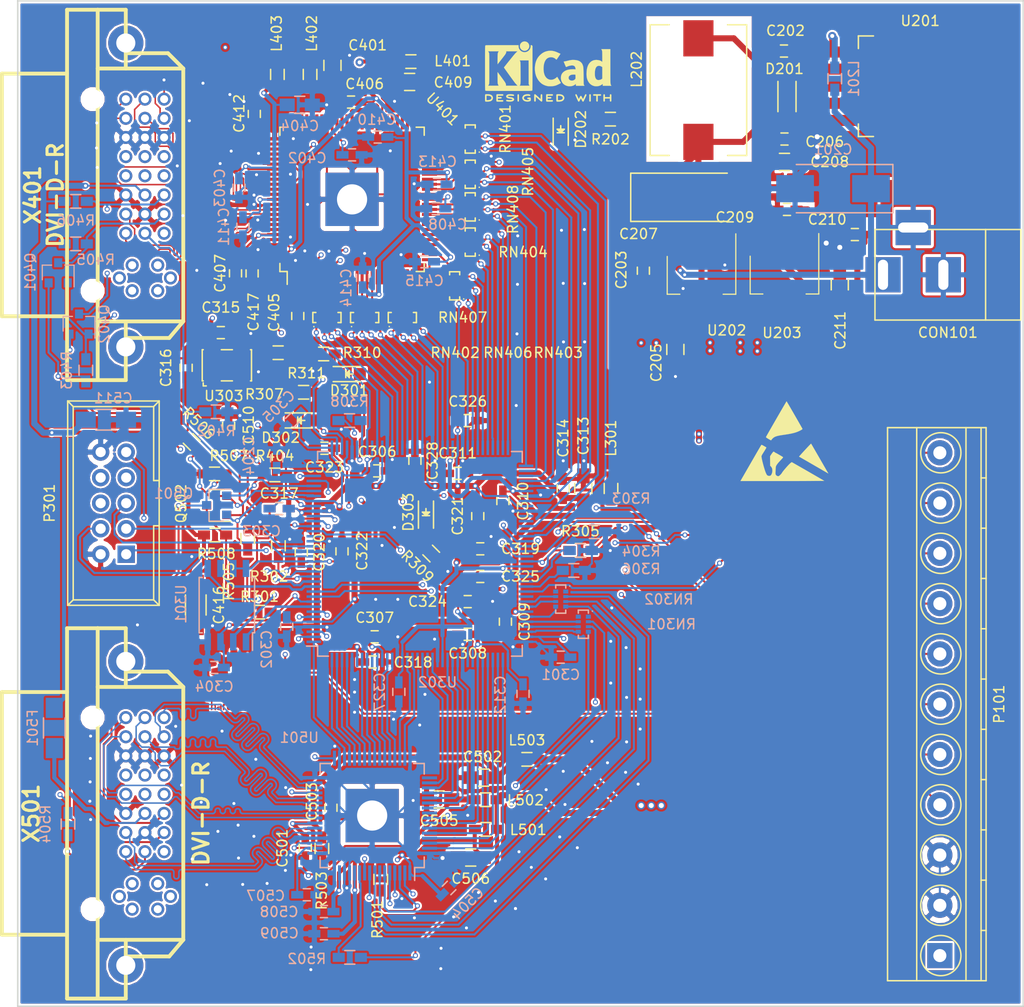
<source format=kicad_pcb>
(kicad_pcb (version 20160815) (host pcbnew "(2016-12-16 revision f631ae27b)-master")

  (general
    (links 477)
    (no_connects 0)
    (area 19.924999 19.924999 120.075001 120.075001)
    (thickness 1.6)
    (drawings 6)
    (tracks 4982)
    (zones 0)
    (modules 138)
    (nets 237)
  )

  (page A4)
  (layers
    (0 F.Cu signal)
    (1 In1.Cu signal)
    (2 In2.Cu signal)
    (31 B.Cu signal)
    (32 B.Adhes user)
    (33 F.Adhes user)
    (34 B.Paste user)
    (35 F.Paste user)
    (36 B.SilkS user)
    (37 F.SilkS user)
    (38 B.Mask user)
    (39 F.Mask user)
    (40 Dwgs.User user)
    (41 Cmts.User user)
    (42 Eco1.User user)
    (43 Eco2.User user)
    (44 Edge.Cuts user)
    (45 Margin user)
    (46 B.CrtYd user)
    (47 F.CrtYd user)
    (48 B.Fab user hide)
    (49 F.Fab user hide)
  )

  (setup
    (last_trace_width 0.2)
    (user_trace_width 0.15)
    (user_trace_width 0.2)
    (user_trace_width 0.4)
    (user_trace_width 0.6)
    (user_trace_width 1.5)
    (trace_clearance 0.152)
    (zone_clearance 0.2)
    (zone_45_only no)
    (trace_min 0.15)
    (segment_width 0.2)
    (edge_width 0.15)
    (via_size 0.5)
    (via_drill 0.3)
    (via_min_size 0.5)
    (via_min_drill 0.3)
    (user_via 0.5 0.3)
    (user_via 0.8 0.5)
    (uvia_size 0.3)
    (uvia_drill 0.1)
    (uvias_allowed no)
    (uvia_min_size 0.2)
    (uvia_min_drill 0.1)
    (pcb_text_width 0.3)
    (pcb_text_size 1.5 1.5)
    (mod_edge_width 0.15)
    (mod_text_size 1 1)
    (mod_text_width 0.15)
    (pad_size 3 3)
    (pad_drill 3)
    (pad_to_mask_clearance 0.2)
    (aux_axis_origin 0 0)
    (grid_origin 20 120.025)
    (visible_elements FFFFFFFF)
    (pcbplotparams
      (layerselection 0x010f0_ffffffff)
      (usegerberextensions false)
      (excludeedgelayer true)
      (linewidth 0.100000)
      (plotframeref false)
      (viasonmask false)
      (mode 1)
      (useauxorigin false)
      (hpglpennumber 1)
      (hpglpenspeed 20)
      (hpglpendiameter 15)
      (psnegative false)
      (psa4output false)
      (plotreference true)
      (plotvalue true)
      (plotinvisibletext false)
      (padsonsilk false)
      (subtractmaskfromsilk false)
      (outputformat 1)
      (mirror false)
      (drillshape 0)
      (scaleselection 1)
      (outputdirectory gerber/))
  )

  (net 0 "")
  (net 1 /power/VIN)
  (net 2 GND)
  (net 3 "Net-(C202-Pad2)")
  (net 4 +2V5)
  (net 5 +3V3)
  (net 6 +1V2)
  (net 7 +V_IO)
  (net 8 /dvi_out/TVDD)
  (net 9 "Net-(D201-Pad1)")
  (net 10 "Net-(D202-Pad2)")
  (net 11 "Net-(F501-Pad1)")
  (net 12 +5V)
  (net 13 /GPIO0)
  (net 14 /GPIO1)
  (net 15 /GPIO2)
  (net 16 /GPIO3)
  (net 17 /GPIO4)
  (net 18 /GPIO5)
  (net 19 /GPIO6)
  (net 20 /GPIO7)
  (net 21 "Net-(P301-Pad9)")
  (net 22 "Net-(P301-Pad8)")
  (net 23 "Net-(P301-Pad7)")
  (net 24 "Net-(P301-Pad6)")
  (net 25 "Net-(P301-Pad5)")
  (net 26 "Net-(P301-Pad3)")
  (net 27 "Net-(P301-Pad1)")
  (net 28 /dvi_in/DDCDAT_IN)
  (net 29 /dvi_in/DDCCLK_IN)
  (net 30 /dvi_out/DDCDAT)
  (net 31 /dvi_out/DDCCLK)
  (net 32 "Net-(R301-Pad1)")
  (net 33 "Net-(R302-Pad1)")
  (net 34 "Net-(R303-Pad1)")
  (net 35 "Net-(R304-Pad1)")
  (net 36 "Net-(R305-Pad1)")
  (net 37 "Net-(R306-Pad1)")
  (net 38 /fpga/CLK50)
  (net 39 "Net-(R307-Pad2)")
  (net 40 /dvi_out/TXCLK+)
  (net 41 "Net-(R308-Pad1)")
  (net 42 /fpga/CLKIN)
  (net 43 /dvi_in/HOTPLUG)
  (net 44 "Net-(R501-Pad1)")
  (net 45 /dvi_out/MSEN)
  (net 46 "Net-(R503-Pad2)")
  (net 47 /dvi_out/HOTPLUG)
  (net 48 "Net-(R504-Pad1)")
  (net 49 "Net-(RN301-Pad7)")
  (net 50 "Net-(RN301-Pad6)")
  (net 51 "Net-(RN301-Pad5)")
  (net 52 "Net-(RN301-Pad8)")
  (net 53 /dvi_out/CTL1)
  (net 54 /dvi_out/DE)
  (net 55 /dvi_out/VSYNC)
  (net 56 /dvi_out/HSYNC)
  (net 57 /dvi_out/CTL2)
  (net 58 /dvi_out/CTL3)
  (net 59 "Net-(RN302-Pad8)")
  (net 60 "Net-(RN302-Pad5)")
  (net 61 "Net-(RN302-Pad6)")
  (net 62 "Net-(RN302-Pad7)")
  (net 63 /dvi_in/DE)
  (net 64 /dvi_in/VSYNC)
  (net 65 /dvi_in/HSYNC)
  (net 66 "Net-(RN401-Pad4)")
  (net 67 "Net-(RN401-Pad8)")
  (net 68 "Net-(RN401-Pad5)")
  (net 69 "Net-(RN401-Pad6)")
  (net 70 "Net-(RN401-Pad7)")
  (net 71 "Net-(RN402-Pad7)")
  (net 72 "Net-(RN402-Pad6)")
  (net 73 "Net-(RN402-Pad5)")
  (net 74 "Net-(RN402-Pad8)")
  (net 75 /dvi_in/DATI3)
  (net 76 /dvi_in/DATI2)
  (net 77 /dvi_in/DATI1)
  (net 78 /dvi_in/DATI0)
  (net 79 "Net-(RN403-Pad7)")
  (net 80 "Net-(RN403-Pad6)")
  (net 81 "Net-(RN403-Pad5)")
  (net 82 "Net-(RN403-Pad8)")
  (net 83 /dvi_in/DATI11)
  (net 84 /dvi_in/DATI10)
  (net 85 /dvi_in/DATI9)
  (net 86 /dvi_in/DATI8)
  (net 87 "Net-(RN404-Pad7)")
  (net 88 "Net-(RN404-Pad6)")
  (net 89 "Net-(RN404-Pad5)")
  (net 90 "Net-(RN404-Pad8)")
  (net 91 /dvi_in/DATI19)
  (net 92 /dvi_in/DATI18)
  (net 93 /dvi_in/DATI17)
  (net 94 /dvi_in/DATI16)
  (net 95 "Net-(RN405-Pad7)")
  (net 96 "Net-(RN405-Pad6)")
  (net 97 "Net-(RN405-Pad5)")
  (net 98 "Net-(RN405-Pad8)")
  (net 99 /dvi_in/CTL3)
  (net 100 /dvi_in/CTL2)
  (net 101 /dvi_in/CTL1)
  (net 102 /dvi_in/DATI4)
  (net 103 /dvi_in/DATI5)
  (net 104 /dvi_in/DATI6)
  (net 105 /dvi_in/DATI7)
  (net 106 "Net-(RN406-Pad8)")
  (net 107 "Net-(RN406-Pad5)")
  (net 108 "Net-(RN406-Pad6)")
  (net 109 "Net-(RN406-Pad7)")
  (net 110 /dvi_in/DATI12)
  (net 111 /dvi_in/DATI13)
  (net 112 /dvi_in/DATI14)
  (net 113 /dvi_in/DATI15)
  (net 114 "Net-(RN407-Pad8)")
  (net 115 "Net-(RN407-Pad5)")
  (net 116 "Net-(RN407-Pad6)")
  (net 117 "Net-(RN407-Pad7)")
  (net 118 /dvi_in/DATI20)
  (net 119 /dvi_in/DATI21)
  (net 120 /dvi_in/DATI22)
  (net 121 /dvi_in/DATI23)
  (net 122 "Net-(RN408-Pad8)")
  (net 123 "Net-(RN408-Pad5)")
  (net 124 "Net-(RN408-Pad6)")
  (net 125 "Net-(RN408-Pad7)")
  (net 126 /dvi_out/DATO4)
  (net 127 /dvi_out/DATO5)
  (net 128 /dvi_out/DATO6)
  (net 129 /dvi_out/DATO7)
  (net 130 /dvi_out/DATO12)
  (net 131 /dvi_out/DATO13)
  (net 132 /dvi_out/DATO14)
  (net 133 /dvi_out/DATO15)
  (net 134 /dvi_out/DATO20)
  (net 135 /dvi_out/DATO21)
  (net 136 /dvi_out/DATO22)
  (net 137 /dvi_out/DATO23)
  (net 138 /dvi_out/DATO3)
  (net 139 /dvi_out/DATO2)
  (net 140 /dvi_out/DATO1)
  (net 141 /dvi_out/DATO0)
  (net 142 /dvi_out/DATO11)
  (net 143 /dvi_out/DATO10)
  (net 144 /dvi_out/DATO9)
  (net 145 /dvi_out/DATO8)
  (net 146 /dvi_out/DATO19)
  (net 147 /dvi_out/DATO18)
  (net 148 /dvi_out/DATO17)
  (net 149 /dvi_out/DATO16)
  (net 150 /fpga/DCLK)
  (net 151 /fpga/ASDI)
  (net 152 /fpga/DATA)
  (net 153 /fpga/nCS)
  (net 154 "Net-(U302-Pad127)")
  (net 155 /dvi_in/LINK_ACT)
  (net 156 /dvi_in/PDOWN)
  (net 157 /dvi_out/EDGE)
  (net 158 /dvi_out/DKEN)
  (net 159 "Net-(U303-Pad1)")
  (net 160 "Net-(U401-Pad96)")
  (net 161 /dvi_in/RxC-)
  (net 162 /dvi_in/RxC+)
  (net 163 /dvi_in/Rx0+)
  (net 164 /dvi_in/Rx1-)
  (net 165 /dvi_in/Rx1+)
  (net 166 /dvi_in/Rx2-)
  (net 167 /dvi_in/Rx2+)
  (net 168 "Net-(U401-Pad77)")
  (net 169 "Net-(U401-Pad75)")
  (net 170 "Net-(U401-Pad74)")
  (net 171 "Net-(U401-Pad73)")
  (net 172 "Net-(U401-Pad72)")
  (net 173 "Net-(U401-Pad71)")
  (net 174 "Net-(U401-Pad70)")
  (net 175 "Net-(U401-Pad69)")
  (net 176 "Net-(U401-Pad66)")
  (net 177 "Net-(U401-Pad65)")
  (net 178 "Net-(U401-Pad64)")
  (net 179 "Net-(U401-Pad63)")
  (net 180 "Net-(U401-Pad62)")
  (net 181 "Net-(U401-Pad61)")
  (net 182 "Net-(U401-Pad60)")
  (net 183 "Net-(U401-Pad59)")
  (net 184 "Net-(U401-Pad56)")
  (net 185 "Net-(U401-Pad55)")
  (net 186 "Net-(U401-Pad54)")
  (net 187 "Net-(U401-Pad53)")
  (net 188 "Net-(U401-Pad52)")
  (net 189 "Net-(U401-Pad51)")
  (net 190 "Net-(U401-Pad50)")
  (net 191 "Net-(U401-Pad49)")
  (net 192 "Net-(U501-Pad56)")
  (net 193 "Net-(U501-Pad49)")
  (net 194 /dvi_out/TX2+)
  (net 195 /dvi_out/TX2-)
  (net 196 /dvi_out/TX1+)
  (net 197 /dvi_out/TX1-)
  (net 198 /dvi_out/TX0+)
  (net 199 /dvi_out/TX0-)
  (net 200 /dvi_out/TXC+)
  (net 201 /dvi_out/TXC-)
  (net 202 "Net-(X401-Pad8)")
  (net 203 "Net-(X401-Pad21)")
  (net 204 "Net-(X401-Pad20)")
  (net 205 "Net-(X401-Pad13)")
  (net 206 "Net-(X401-Pad12)")
  (net 207 "Net-(X401-Pad5)")
  (net 208 "Net-(X401-Pad4)")
  (net 209 "Net-(X501-Pad4)")
  (net 210 "Net-(X501-Pad5)")
  (net 211 "Net-(X501-Pad12)")
  (net 212 "Net-(X501-Pad13)")
  (net 213 "Net-(X501-Pad20)")
  (net 214 "Net-(X501-Pad21)")
  (net 215 "Net-(X501-Pad8)")
  (net 216 "Net-(D301-Pad2)")
  (net 217 "Net-(D302-Pad2)")
  (net 218 "Net-(D303-Pad2)")
  (net 219 /dvi_in/Rx0-)
  (net 220 "Net-(U302-Pad99)")
  (net 221 "Net-(U302-Pad84)")
  (net 222 "Net-(U302-Pad83)")
  (net 223 "Net-(RN302-Pad1)")
  (net 224 "Net-(D301-Pad1)")
  (net 225 "Net-(D302-Pad1)")
  (net 226 "Net-(D303-Pad1)")
  (net 227 "Net-(RN301-Pad1)")
  (net 228 /dvi_in/PVDD)
  (net 229 /dvi_in/DVDD)
  (net 230 /dvi_in/AVDD)
  (net 231 /dvi_out/DVDD)
  (net 232 /dvi_out/PVDD)
  (net 233 /dvi_out/DDCDAT_)
  (net 234 /dvi_out/DDCCLK_)
  (net 235 /dvi_in/DDCDAT_)
  (net 236 /dvi_in/DDCCLK_)

  (net_class Default "This is the default net class."
    (clearance 0.152)
    (trace_width 0.2)
    (via_dia 0.5)
    (via_drill 0.3)
    (uvia_dia 0.3)
    (uvia_drill 0.1)
    (diff_pair_gap 0.25)
    (diff_pair_width 0.2)
    (add_net +1V2)
    (add_net +2V5)
    (add_net +3V3)
    (add_net +5V)
    (add_net +V_IO)
    (add_net /GPIO0)
    (add_net /GPIO1)
    (add_net /GPIO2)
    (add_net /GPIO3)
    (add_net /GPIO4)
    (add_net /GPIO5)
    (add_net /GPIO6)
    (add_net /GPIO7)
    (add_net /dvi_in/AVDD)
    (add_net /dvi_in/CTL1)
    (add_net /dvi_in/CTL2)
    (add_net /dvi_in/CTL3)
    (add_net /dvi_in/DATI0)
    (add_net /dvi_in/DATI1)
    (add_net /dvi_in/DATI10)
    (add_net /dvi_in/DATI11)
    (add_net /dvi_in/DATI12)
    (add_net /dvi_in/DATI13)
    (add_net /dvi_in/DATI14)
    (add_net /dvi_in/DATI15)
    (add_net /dvi_in/DATI16)
    (add_net /dvi_in/DATI17)
    (add_net /dvi_in/DATI18)
    (add_net /dvi_in/DATI19)
    (add_net /dvi_in/DATI2)
    (add_net /dvi_in/DATI20)
    (add_net /dvi_in/DATI21)
    (add_net /dvi_in/DATI22)
    (add_net /dvi_in/DATI23)
    (add_net /dvi_in/DATI3)
    (add_net /dvi_in/DATI4)
    (add_net /dvi_in/DATI5)
    (add_net /dvi_in/DATI6)
    (add_net /dvi_in/DATI7)
    (add_net /dvi_in/DATI8)
    (add_net /dvi_in/DATI9)
    (add_net /dvi_in/DDCCLK_)
    (add_net /dvi_in/DDCCLK_IN)
    (add_net /dvi_in/DDCDAT_)
    (add_net /dvi_in/DDCDAT_IN)
    (add_net /dvi_in/DE)
    (add_net /dvi_in/DVDD)
    (add_net /dvi_in/HOTPLUG)
    (add_net /dvi_in/HSYNC)
    (add_net /dvi_in/LINK_ACT)
    (add_net /dvi_in/PDOWN)
    (add_net /dvi_in/PVDD)
    (add_net /dvi_in/Rx0+)
    (add_net /dvi_in/Rx0-)
    (add_net /dvi_in/Rx1+)
    (add_net /dvi_in/Rx1-)
    (add_net /dvi_in/Rx2+)
    (add_net /dvi_in/Rx2-)
    (add_net /dvi_in/RxC+)
    (add_net /dvi_in/RxC-)
    (add_net /dvi_in/VSYNC)
    (add_net /dvi_out/CTL1)
    (add_net /dvi_out/CTL2)
    (add_net /dvi_out/CTL3)
    (add_net /dvi_out/DATO0)
    (add_net /dvi_out/DATO1)
    (add_net /dvi_out/DATO10)
    (add_net /dvi_out/DATO11)
    (add_net /dvi_out/DATO12)
    (add_net /dvi_out/DATO13)
    (add_net /dvi_out/DATO14)
    (add_net /dvi_out/DATO15)
    (add_net /dvi_out/DATO16)
    (add_net /dvi_out/DATO17)
    (add_net /dvi_out/DATO18)
    (add_net /dvi_out/DATO19)
    (add_net /dvi_out/DATO2)
    (add_net /dvi_out/DATO20)
    (add_net /dvi_out/DATO21)
    (add_net /dvi_out/DATO22)
    (add_net /dvi_out/DATO23)
    (add_net /dvi_out/DATO3)
    (add_net /dvi_out/DATO4)
    (add_net /dvi_out/DATO5)
    (add_net /dvi_out/DATO6)
    (add_net /dvi_out/DATO7)
    (add_net /dvi_out/DATO8)
    (add_net /dvi_out/DATO9)
    (add_net /dvi_out/DDCCLK)
    (add_net /dvi_out/DDCCLK_)
    (add_net /dvi_out/DDCDAT)
    (add_net /dvi_out/DDCDAT_)
    (add_net /dvi_out/DE)
    (add_net /dvi_out/DKEN)
    (add_net /dvi_out/DVDD)
    (add_net /dvi_out/EDGE)
    (add_net /dvi_out/HOTPLUG)
    (add_net /dvi_out/HSYNC)
    (add_net /dvi_out/MSEN)
    (add_net /dvi_out/PVDD)
    (add_net /dvi_out/TVDD)
    (add_net /dvi_out/TX0+)
    (add_net /dvi_out/TX0-)
    (add_net /dvi_out/TX1+)
    (add_net /dvi_out/TX1-)
    (add_net /dvi_out/TX2+)
    (add_net /dvi_out/TX2-)
    (add_net /dvi_out/TXC+)
    (add_net /dvi_out/TXC-)
    (add_net /dvi_out/TXCLK+)
    (add_net /dvi_out/VSYNC)
    (add_net /fpga/ASDI)
    (add_net /fpga/CLK50)
    (add_net /fpga/CLKIN)
    (add_net /fpga/DATA)
    (add_net /fpga/DCLK)
    (add_net /fpga/nCS)
    (add_net /power/VIN)
    (add_net GND)
    (add_net "Net-(C202-Pad2)")
    (add_net "Net-(D201-Pad1)")
    (add_net "Net-(D202-Pad2)")
    (add_net "Net-(D301-Pad1)")
    (add_net "Net-(D301-Pad2)")
    (add_net "Net-(D302-Pad1)")
    (add_net "Net-(D302-Pad2)")
    (add_net "Net-(D303-Pad1)")
    (add_net "Net-(D303-Pad2)")
    (add_net "Net-(F501-Pad1)")
    (add_net "Net-(P301-Pad1)")
    (add_net "Net-(P301-Pad3)")
    (add_net "Net-(P301-Pad5)")
    (add_net "Net-(P301-Pad6)")
    (add_net "Net-(P301-Pad7)")
    (add_net "Net-(P301-Pad8)")
    (add_net "Net-(P301-Pad9)")
    (add_net "Net-(R301-Pad1)")
    (add_net "Net-(R302-Pad1)")
    (add_net "Net-(R303-Pad1)")
    (add_net "Net-(R304-Pad1)")
    (add_net "Net-(R305-Pad1)")
    (add_net "Net-(R306-Pad1)")
    (add_net "Net-(R307-Pad2)")
    (add_net "Net-(R308-Pad1)")
    (add_net "Net-(R501-Pad1)")
    (add_net "Net-(R503-Pad2)")
    (add_net "Net-(R504-Pad1)")
    (add_net "Net-(RN301-Pad1)")
    (add_net "Net-(RN301-Pad5)")
    (add_net "Net-(RN301-Pad6)")
    (add_net "Net-(RN301-Pad7)")
    (add_net "Net-(RN301-Pad8)")
    (add_net "Net-(RN302-Pad1)")
    (add_net "Net-(RN302-Pad5)")
    (add_net "Net-(RN302-Pad6)")
    (add_net "Net-(RN302-Pad7)")
    (add_net "Net-(RN302-Pad8)")
    (add_net "Net-(RN401-Pad4)")
    (add_net "Net-(RN401-Pad5)")
    (add_net "Net-(RN401-Pad6)")
    (add_net "Net-(RN401-Pad7)")
    (add_net "Net-(RN401-Pad8)")
    (add_net "Net-(RN402-Pad5)")
    (add_net "Net-(RN402-Pad6)")
    (add_net "Net-(RN402-Pad7)")
    (add_net "Net-(RN402-Pad8)")
    (add_net "Net-(RN403-Pad5)")
    (add_net "Net-(RN403-Pad6)")
    (add_net "Net-(RN403-Pad7)")
    (add_net "Net-(RN403-Pad8)")
    (add_net "Net-(RN404-Pad5)")
    (add_net "Net-(RN404-Pad6)")
    (add_net "Net-(RN404-Pad7)")
    (add_net "Net-(RN404-Pad8)")
    (add_net "Net-(RN405-Pad5)")
    (add_net "Net-(RN405-Pad6)")
    (add_net "Net-(RN405-Pad7)")
    (add_net "Net-(RN405-Pad8)")
    (add_net "Net-(RN406-Pad5)")
    (add_net "Net-(RN406-Pad6)")
    (add_net "Net-(RN406-Pad7)")
    (add_net "Net-(RN406-Pad8)")
    (add_net "Net-(RN407-Pad5)")
    (add_net "Net-(RN407-Pad6)")
    (add_net "Net-(RN407-Pad7)")
    (add_net "Net-(RN407-Pad8)")
    (add_net "Net-(RN408-Pad5)")
    (add_net "Net-(RN408-Pad6)")
    (add_net "Net-(RN408-Pad7)")
    (add_net "Net-(RN408-Pad8)")
    (add_net "Net-(U302-Pad127)")
    (add_net "Net-(U302-Pad83)")
    (add_net "Net-(U302-Pad84)")
    (add_net "Net-(U302-Pad99)")
    (add_net "Net-(U303-Pad1)")
    (add_net "Net-(U401-Pad49)")
    (add_net "Net-(U401-Pad50)")
    (add_net "Net-(U401-Pad51)")
    (add_net "Net-(U401-Pad52)")
    (add_net "Net-(U401-Pad53)")
    (add_net "Net-(U401-Pad54)")
    (add_net "Net-(U401-Pad55)")
    (add_net "Net-(U401-Pad56)")
    (add_net "Net-(U401-Pad59)")
    (add_net "Net-(U401-Pad60)")
    (add_net "Net-(U401-Pad61)")
    (add_net "Net-(U401-Pad62)")
    (add_net "Net-(U401-Pad63)")
    (add_net "Net-(U401-Pad64)")
    (add_net "Net-(U401-Pad65)")
    (add_net "Net-(U401-Pad66)")
    (add_net "Net-(U401-Pad69)")
    (add_net "Net-(U401-Pad70)")
    (add_net "Net-(U401-Pad71)")
    (add_net "Net-(U401-Pad72)")
    (add_net "Net-(U401-Pad73)")
    (add_net "Net-(U401-Pad74)")
    (add_net "Net-(U401-Pad75)")
    (add_net "Net-(U401-Pad77)")
    (add_net "Net-(U401-Pad96)")
    (add_net "Net-(U501-Pad49)")
    (add_net "Net-(U501-Pad56)")
    (add_net "Net-(X401-Pad12)")
    (add_net "Net-(X401-Pad13)")
    (add_net "Net-(X401-Pad20)")
    (add_net "Net-(X401-Pad21)")
    (add_net "Net-(X401-Pad4)")
    (add_net "Net-(X401-Pad5)")
    (add_net "Net-(X401-Pad8)")
    (add_net "Net-(X501-Pad12)")
    (add_net "Net-(X501-Pad13)")
    (add_net "Net-(X501-Pad20)")
    (add_net "Net-(X501-Pad21)")
    (add_net "Net-(X501-Pad4)")
    (add_net "Net-(X501-Pad5)")
    (add_net "Net-(X501-Pad8)")
  )

  (module Capacitors_Tantalum_SMD:Tantalum_Case-D_EIA-7343-31_Hand (layer F.Cu) (tedit 57B6E980) (tstamp 586EAA66)
    (at 86.91 39.545)
    (descr "Tantalum capacitor, Case D, EIA 7343-31, 7.3x4.3x2.8mm, Hand soldering footprint")
    (tags "capacitor tantalum smd")
    (path /5839A46D/5839CB5E)
    (attr smd)
    (fp_text reference C207 (at -5.18 3.64) (layer F.SilkS)
      (effects (font (size 1 1) (thickness 0.15)))
    )
    (fp_text value 100u (at 0 3.9) (layer F.Fab)
      (effects (font (size 1 1) (thickness 0.15)))
    )
    (fp_line (start -6.05 -2.5) (end -6.05 2.5) (layer F.CrtYd) (width 0.05))
    (fp_line (start -6.05 2.5) (end 6.05 2.5) (layer F.CrtYd) (width 0.05))
    (fp_line (start 6.05 2.5) (end 6.05 -2.5) (layer F.CrtYd) (width 0.05))
    (fp_line (start 6.05 -2.5) (end -6.05 -2.5) (layer F.CrtYd) (width 0.05))
    (fp_line (start -3.65 -2.15) (end -3.65 2.15) (layer F.Fab) (width 0.15))
    (fp_line (start -3.65 2.15) (end 3.65 2.15) (layer F.Fab) (width 0.15))
    (fp_line (start 3.65 2.15) (end 3.65 -2.15) (layer F.Fab) (width 0.15))
    (fp_line (start 3.65 -2.15) (end -3.65 -2.15) (layer F.Fab) (width 0.15))
    (fp_line (start -2.92 -2.15) (end -2.92 2.15) (layer F.Fab) (width 0.15))
    (fp_line (start -2.555 -2.15) (end -2.555 2.15) (layer F.Fab) (width 0.15))
    (fp_line (start -5.95 -2.4) (end 3.65 -2.4) (layer F.SilkS) (width 0.15))
    (fp_line (start -5.95 2.4) (end 3.65 2.4) (layer F.SilkS) (width 0.15))
    (fp_line (start -5.95 -2.4) (end -5.95 2.4) (layer F.SilkS) (width 0.15))
    (pad 1 smd rect (at -3.775 0) (size 3.75 2.7) (layers F.Cu F.Paste F.Mask)
      (net 5 +3V3))
    (pad 2 smd rect (at 3.775 0) (size 3.75 2.7) (layers F.Cu F.Paste F.Mask)
      (net 2 GND))
    (model Capacitors_Tantalum_SMD.3dshapes/Tantalum_Case-D_EIA-7343-31.wrl
      (at (xyz 0 0 0))
      (scale (xyz 1 1 1))
      (rotate (xyz 0 0 0))
    )
  )

  (module artwork:shimatta_std (layer F.Cu) (tedit 0) (tstamp 58695997)
    (at 89.5 112.525)
    (fp_text reference G*** (at 0 0) (layer F.SilkS) hide
      (effects (font (thickness 0.3)))
    )
    (fp_text value LOGO (at 0.75 0) (layer F.SilkS) hide
      (effects (font (thickness 0.3)))
    )
    (fp_poly (pts (xy 10.868794 -0.34663) (xy 10.940082 -0.344725) (xy 11.001581 -0.340759) (xy 11.054456 -0.334558)
      (xy 11.099874 -0.325943) (xy 11.138999 -0.314739) (xy 11.172997 -0.300768) (xy 11.203034 -0.283854)
      (xy 11.230276 -0.263821) (xy 11.255887 -0.240491) (xy 11.256462 -0.239919) (xy 11.289334 -0.201111)
      (xy 11.312259 -0.15891) (xy 11.326574 -0.110035) (xy 11.333618 -0.05121) (xy 11.333643 -0.0508)
      (xy 11.332569 0.023291) (xy 11.320361 0.089289) (xy 11.297275 0.146655) (xy 11.263566 0.19485)
      (xy 11.219491 0.233333) (xy 11.190884 0.250184) (xy 11.170271 0.260221) (xy 11.150623 0.268525)
      (xy 11.130272 0.275304) (xy 11.107549 0.280766) (xy 11.080783 0.285117) (xy 11.048306 0.288565)
      (xy 11.008448 0.291317) (xy 10.959541 0.29358) (xy 10.899914 0.295563) (xy 10.827899 0.297472)
      (xy 10.805885 0.298007) (xy 10.501253 0.308642) (xy 10.207708 0.325718) (xy 9.923258 0.349393)
      (xy 9.645907 0.379823) (xy 9.470624 0.402998) (xy 9.411807 0.410902) (xy 9.364278 0.416192)
      (xy 9.325062 0.418954) (xy 9.291185 0.41927) (xy 9.259672 0.417223) (xy 9.227549 0.412897)
      (xy 9.212169 0.410241) (xy 9.144467 0.392017) (xy 9.087321 0.363849) (xy 9.040745 0.325747)
      (xy 9.004755 0.277724) (xy 8.992925 0.254871) (xy 8.980849 0.218141) (xy 8.973005 0.172373)
      (xy 8.969757 0.122517) (xy 8.971468 0.073524) (xy 8.976926 0.037019) (xy 8.997827 -0.025291)
      (xy 9.0312 -0.080963) (xy 9.075937 -0.128488) (xy 9.122686 -0.16171) (xy 9.147207 -0.17458)
      (xy 9.175393 -0.186432) (xy 9.208483 -0.197521) (xy 9.247713 -0.208107) (xy 9.294321 -0.218445)
      (xy 9.349544 -0.228794) (xy 9.414619 -0.23941) (xy 9.490782 -0.250551) (xy 9.579273 -0.262474)
      (xy 9.652 -0.271774) (xy 9.800914 -0.289224) (xy 9.950405 -0.304133) (xy 10.103324 -0.316716)
      (xy 10.262527 -0.327186) (xy 10.430867 -0.335758) (xy 10.584543 -0.341755) (xy 10.69219 -0.344969)
      (xy 10.786552 -0.346653) (xy 10.868794 -0.34663)) (layer F.Mask) (width 0.01))
    (fp_poly (pts (xy 3.280686 -0.880939) (xy 3.34556 -0.879771) (xy 3.402872 -0.877617) (xy 3.449973 -0.87446)
      (xy 3.472543 -0.872037) (xy 3.61367 -0.849571) (xy 3.744701 -0.82007) (xy 3.868701 -0.782621)
      (xy 3.988736 -0.73631) (xy 4.096467 -0.686017) (xy 4.193868 -0.632986) (xy 4.288297 -0.574006)
      (xy 4.3772 -0.510941) (xy 4.458022 -0.445653) (xy 4.528209 -0.380007) (xy 4.555365 -0.351156)
      (xy 4.639992 -0.246318) (xy 4.713364 -0.13273) (xy 4.774921 -0.011455) (xy 4.824102 0.116443)
      (xy 4.850885 0.209423) (xy 4.879181 0.347701) (xy 4.896607 0.490707) (xy 4.903125 0.635529)
      (xy 4.898699 0.779253) (xy 4.88329 0.918966) (xy 4.861451 1.032728) (xy 4.824346 1.160933)
      (xy 4.77372 1.287533) (xy 4.710565 1.41087) (xy 4.635874 1.529285) (xy 4.550639 1.641117)
      (xy 4.455854 1.744709) (xy 4.40832 1.79005) (xy 4.299338 1.882172) (xy 4.177612 1.971762)
      (xy 4.04482 2.057926) (xy 3.902638 2.139772) (xy 3.752745 2.216408) (xy 3.596818 2.286942)
      (xy 3.436534 2.350482) (xy 3.27357 2.406135) (xy 3.218543 2.422898) (xy 3.139899 2.444368)
      (xy 3.049468 2.466013) (xy 2.949959 2.487315) (xy 2.844082 2.507761) (xy 2.734547 2.526832)
      (xy 2.624065 2.544015) (xy 2.515345 2.558792) (xy 2.485571 2.56243) (xy 2.428012 2.568359)
      (xy 2.365313 2.573218) (xy 2.299907 2.576957) (xy 2.234229 2.579525) (xy 2.17071 2.580872)
      (xy 2.111786 2.580947) (xy 2.05989 2.579698) (xy 2.017454 2.577077) (xy 1.986913 2.573032)
      (xy 1.985844 2.572813) (xy 1.91558 2.552339) (xy 1.8565 2.522842) (xy 1.808841 2.484627)
      (xy 1.772841 2.437998) (xy 1.748736 2.38326) (xy 1.736764 2.320717) (xy 1.736929 2.253327)
      (xy 1.748307 2.186275) (xy 1.77048 2.128668) (xy 1.803758 2.079916) (xy 1.848452 2.039427)
      (xy 1.849677 2.038544) (xy 1.877767 2.020506) (xy 1.908228 2.005555) (xy 1.943115 1.993169)
      (xy 1.984481 1.982826) (xy 2.034379 1.974007) (xy 2.094863 1.966188) (xy 2.161084 1.959481)
      (xy 2.311846 1.944454) (xy 2.450169 1.928139) (xy 2.578102 1.910074) (xy 2.697697 1.889796)
      (xy 2.811005 1.866842) (xy 2.920076 1.84075) (xy 3.026962 1.811058) (xy 3.133714 1.777303)
      (xy 3.242382 1.739022) (xy 3.355017 1.695754) (xy 3.386254 1.683205) (xy 3.439042 1.660814)
      (xy 3.498085 1.634078) (xy 3.560068 1.604637) (xy 3.621674 1.574131) (xy 3.679588 1.5442)
      (xy 3.730494 1.516484) (xy 3.76929 1.493734) (xy 3.863531 1.428613) (xy 3.952139 1.353949)
      (xy 4.033116 1.271853) (xy 4.104465 1.184435) (xy 4.16419 1.093803) (xy 4.186568 1.052873)
      (xy 4.225348 0.967344) (xy 4.253373 0.882119) (xy 4.271449 0.793702) (xy 4.280379 0.698597)
      (xy 4.281685 0.639641) (xy 4.277001 0.527464) (xy 4.262763 0.425302) (xy 4.238591 0.331924)
      (xy 4.204105 0.2461) (xy 4.158926 0.166599) (xy 4.119 0.11188) (xy 4.060291 0.048463)
      (xy 3.988142 -0.012032) (xy 3.902275 -0.06981) (xy 3.802411 -0.125073) (xy 3.778387 -0.136985)
      (xy 3.681686 -0.179417) (xy 3.583439 -0.212975) (xy 3.48168 -0.237992) (xy 3.374444 -0.254803)
      (xy 3.259766 -0.263742) (xy 3.13568 -0.265143) (xy 3.043531 -0.261888) (xy 2.888029 -0.251649)
      (xy 2.734088 -0.236994) (xy 2.580213 -0.217612) (xy 2.424912 -0.193189) (xy 2.26669 -0.163413)
      (xy 2.104054 -0.127969) (xy 1.93551 -0.086547) (xy 1.759564 -0.038832) (xy 1.574722 0.015488)
      (xy 1.379491 0.076726) (xy 1.29428 0.104504) (xy 1.212487 0.131377) (xy 1.14306 0.153997)
      (xy 1.08461 0.172751) (xy 1.035751 0.188021) (xy 0.995094 0.200194) (xy 0.961252 0.209655)
      (xy 0.932836 0.216787) (xy 0.908459 0.221977) (xy 0.886733 0.225608) (xy 0.86627 0.228067)
      (xy 0.845683 0.229737) (xy 0.841828 0.229985) (xy 0.770694 0.22918) (xy 0.705988 0.217912)
      (xy 0.648912 0.196762) (xy 0.60067 0.166307) (xy 0.562463 0.127129) (xy 0.536857 0.083059)
      (xy 0.516575 0.01964) (xy 0.509485 -0.04353) (xy 0.515258 -0.10471) (xy 0.533566 -0.162158)
      (xy 0.564078 -0.214131) (xy 0.6005 -0.25372) (xy 0.627556 -0.275729) (xy 0.658526 -0.29656)
      (xy 0.694993 -0.316941) (xy 0.738543 -0.337601) (xy 0.790758 -0.359268) (xy 0.853223 -0.382671)
      (xy 0.927522 -0.40854) (xy 0.962785 -0.420363) (xy 1.235996 -0.508259) (xy 1.498548 -0.586824)
      (xy 1.750821 -0.656148) (xy 1.993199 -0.71632) (xy 2.226063 -0.767428) (xy 2.449796 -0.809563)
      (xy 2.664779 -0.842814) (xy 2.871395 -0.86727) (xy 2.881085 -0.868221) (xy 2.935666 -0.872605)
      (xy 2.998589 -0.876105) (xy 3.067203 -0.878706) (xy 3.138857 -0.88039) (xy 3.210902 -0.88114)
      (xy 3.280686 -0.880939)) (layer F.Mask) (width 0.01))
    (fp_poly (pts (xy 9.003608 1.085203) (xy 9.056887 1.097351) (xy 9.102289 1.118483) (xy 9.136442 1.144109)
      (xy 9.162501 1.170161) (xy 9.183639 1.197962) (xy 9.200436 1.229422) (xy 9.213471 1.266452)
      (xy 9.223323 1.310961) (xy 9.230572 1.364858) (xy 9.235796 1.430055) (xy 9.238428 1.480457)
      (xy 9.242463 1.556719) (xy 9.247451 1.620598) (xy 9.253768 1.674212) (xy 9.261789 1.719683)
      (xy 9.27189 1.759128) (xy 9.284448 1.794667) (xy 9.299837 1.828421) (xy 9.300281 1.8293)
      (xy 9.32368 1.861058) (xy 9.36009 1.889396) (xy 9.409773 1.914428) (xy 9.472988 1.936271)
      (xy 9.549997 1.955039) (xy 9.608457 1.96579) (xy 9.659854 1.973801) (xy 9.709141 1.980441)
      (xy 9.758607 1.98587) (xy 9.810543 1.990245) (xy 9.86724 1.993727) (xy 9.930987 1.996474)
      (xy 10.004074 1.998645) (xy 10.088793 2.000399) (xy 10.112828 2.000803) (xy 10.344931 2.000686)
      (xy 10.574631 1.992926) (xy 10.799511 1.977698) (xy 11.017155 1.955179) (xy 11.225147 1.925543)
      (xy 11.283945 1.915532) (xy 11.323332 1.909019) (xy 11.353394 1.905485) (xy 11.37896 1.904703)
      (xy 11.404859 1.906445) (xy 11.424674 1.908893) (xy 11.494816 1.923371) (xy 11.553352 1.946196)
      (xy 11.600789 1.977718) (xy 11.637635 2.018289) (xy 11.664396 2.068258) (xy 11.667708 2.076961)
      (xy 11.674691 2.105256) (xy 11.679662 2.14325) (xy 11.682423 2.186242) (xy 11.682775 2.229529)
      (xy 11.680518 2.26841) (xy 11.676827 2.29262) (xy 11.655383 2.357769) (xy 11.621693 2.415438)
      (xy 11.576172 2.465251) (xy 11.51923 2.506833) (xy 11.451281 2.539807) (xy 11.381702 2.561655)
      (xy 11.342402 2.569881) (xy 11.29029 2.578484) (xy 11.227059 2.587284) (xy 11.154403 2.596097)
      (xy 11.074012 2.604743) (xy 10.987579 2.61304) (xy 10.896797 2.620806) (xy 10.803359 2.62786)
      (xy 10.708955 2.634021) (xy 10.705281 2.63424) (xy 10.652261 2.63689) (xy 10.589033 2.639219)
      (xy 10.517978 2.641203) (xy 10.441476 2.642822) (xy 10.36191 2.644053) (xy 10.281658 2.644874)
      (xy 10.203102 2.645263) (xy 10.128622 2.645198) (xy 10.0606 2.644658) (xy 10.001415 2.643619)
      (xy 9.953449 2.64206) (xy 9.938657 2.641327) (xy 9.768481 2.628296) (xy 9.611394 2.609042)
      (xy 9.467369 2.583557) (xy 9.336381 2.551835) (xy 9.218402 2.51387) (xy 9.113406 2.469654)
      (xy 9.021367 2.419181) (xy 8.998233 2.404142) (xy 8.936306 2.355572) (xy 8.876387 2.295797)
      (xy 8.821128 2.228111) (xy 8.77318 2.155807) (xy 8.735198 2.08218) (xy 8.730868 2.072055)
      (xy 8.707215 2.00826) (xy 8.685371 1.936098) (xy 8.66712 1.861716) (xy 8.660844 1.8307)
      (xy 8.655793 1.795362) (xy 8.651582 1.749235) (xy 8.648253 1.695121) (xy 8.645849 1.635825)
      (xy 8.644412 1.574151) (xy 8.643985 1.512901) (xy 8.64461 1.45488) (xy 8.646328 1.402892)
      (xy 8.649184 1.359739) (xy 8.653218 1.328227) (xy 8.65325 1.328057) (xy 8.671645 1.258488)
      (xy 8.698511 1.200675) (xy 8.734046 1.154447) (xy 8.778447 1.119634) (xy 8.831912 1.096067)
      (xy 8.894638 1.083576) (xy 8.940188 1.081315) (xy 9.003608 1.085203)) (layer F.Mask) (width 0.01))
    (fp_poly (pts (xy -11.3068 -2.522042) (xy -11.243523 -2.508415) (xy -11.18998 -2.484867) (xy -11.145174 -2.450712)
      (xy -11.108109 -2.405266) (xy -11.077788 -2.347845) (xy -11.062557 -2.307771) (xy -11.061106 -2.303062)
      (xy -11.05976 -2.297493) (xy -11.058513 -2.290514) (xy -11.057361 -2.281571) (xy -11.056298 -2.270114)
      (xy -11.055319 -2.255589) (xy -11.054417 -2.237446) (xy -11.053589 -2.215132) (xy -11.052827 -2.188096)
      (xy -11.052128 -2.155784) (xy -11.051485 -2.117645) (xy -11.050893 -2.073128) (xy -11.050346 -2.02168)
      (xy -11.04984 -1.962749) (xy -11.049369 -1.895784) (xy -11.048927 -1.820232) (xy -11.048509 -1.735541)
      (xy -11.04811 -1.64116) (xy -11.047724 -1.536535) (xy -11.047346 -1.421117) (xy -11.04697 -1.294351)
      (xy -11.046591 -1.155687) (xy -11.046203 -1.004573) (xy -11.045802 -0.840455) (xy -11.045381 -0.662784)
      (xy -11.045055 -0.522514) (xy -11.044621 -0.331929) (xy -11.044228 -0.155283) (xy -11.043859 0.008)
      (xy -11.043503 0.158496) (xy -11.043145 0.296779) (xy -11.042771 0.423427) (xy -11.042368 0.539013)
      (xy -11.041921 0.644114) (xy -11.041417 0.739305) (xy -11.040843 0.825162) (xy -11.040184 0.90226)
      (xy -11.039426 0.971175) (xy -11.038556 1.032482) (xy -11.037561 1.086757) (xy -11.036425 1.134576)
      (xy -11.035136 1.176514) (xy -11.033679 1.213146) (xy -11.032041 1.245049) (xy -11.030209 1.272797)
      (xy -11.028167 1.296966) (xy -11.025903 1.318133) (xy -11.023403 1.336871) (xy -11.020653 1.353757)
      (xy -11.017638 1.369367) (xy -11.014346 1.384276) (xy -11.010763 1.399059) (xy -11.006874 1.414293)
      (xy -11.002666 1.430552) (xy -10.998125 1.448412) (xy -10.997798 1.449724) (xy -10.964594 1.558686)
      (xy -10.922022 1.656604) (xy -10.87005 1.743504) (xy -10.808644 1.819409) (xy -10.737771 1.884342)
      (xy -10.6574 1.938328) (xy -10.567497 1.98139) (xy -10.468029 2.013553) (xy -10.358964 2.03484)
      (xy -10.24027 2.045275) (xy -10.18084 2.046437) (xy -10.02365 2.040231) (xy -9.8725 2.021965)
      (xy -9.72797 1.991807) (xy -9.590642 1.949924) (xy -9.461096 1.896487) (xy -9.339913 1.831662)
      (xy -9.260323 1.779565) (xy -9.187902 1.722827) (xy -9.111738 1.652849) (xy -9.032329 1.570273)
      (xy -8.950172 1.475739) (xy -8.865765 1.369888) (xy -8.779606 1.253362) (xy -8.692193 1.126801)
      (xy -8.604024 0.990846) (xy -8.515598 0.846139) (xy -8.456603 0.744866) (xy -8.420295 0.681984)
      (xy -8.389599 0.630434) (xy -8.363414 0.588677) (xy -8.340642 0.555175) (xy -8.320185 0.52839)
      (xy -8.300944 0.506783) (xy -8.28182 0.488815) (xy -8.263208 0.474045) (xy -8.214168 0.444068)
      (xy -8.164588 0.42726) (xy -8.110878 0.422597) (xy -8.087241 0.423921) (xy -8.016328 0.43535)
      (xy -7.956351 0.456006) (xy -7.906749 0.48626) (xy -7.866959 0.526481) (xy -7.836418 0.57704)
      (xy -7.82912 0.593917) (xy -7.822484 0.612165) (xy -7.817901 0.630107) (xy -7.815007 0.650993)
      (xy -7.813441 0.678075) (xy -7.812837 0.714605) (xy -7.812785 0.740229) (xy -7.813068 0.783475)
      (xy -7.814142 0.815935) (xy -7.816453 0.841334) (xy -7.820449 0.863396) (xy -7.826575 0.885845)
      (xy -7.832408 0.903897) (xy -7.851583 0.954021) (xy -7.878322 1.012108) (xy -7.912937 1.078718)
      (xy -7.95574 1.154407) (xy -8.007042 1.239733) (xy -8.067153 1.335253) (xy -8.111874 1.404257)
      (xy -8.184605 1.512428) (xy -8.259972 1.618994) (xy -8.336751 1.722437) (xy -8.413714 1.821243)
      (xy -8.489636 1.913893) (xy -8.563289 1.998871) (xy -8.633448 2.07466) (xy -8.698886 2.139743)
      (xy -8.728507 2.166955) (xy -8.860206 2.275387) (xy -8.997401 2.370806) (xy -9.140585 2.453429)
      (xy -9.290251 2.523473) (xy -9.446893 2.581154) (xy -9.611006 2.626689) (xy -9.783083 2.660295)
      (xy -9.884229 2.674116) (xy -9.919679 2.67748) (xy -9.965044 2.680623) (xy -10.01747 2.683457)
      (xy -10.074102 2.685893) (xy -10.132084 2.687841) (xy -10.188562 2.689214) (xy -10.240682 2.689922)
      (xy -10.285588 2.689876) (xy -10.320426 2.688988) (xy -10.334172 2.688116) (xy -10.416848 2.680487)
      (xy -10.487731 2.672889) (xy -10.549531 2.664887) (xy -10.604963 2.656048) (xy -10.656738 2.645936)
      (xy -10.70757 2.634117) (xy -10.76017 2.620157) (xy -10.762343 2.61955) (xy -10.895114 2.575667)
      (xy -11.018016 2.521153) (xy -11.131009 2.456059) (xy -11.234049 2.380436) (xy -11.327095 2.294335)
      (xy -11.410105 2.197808) (xy -11.483037 2.090905) (xy -11.545849 1.973679) (xy -11.598497 1.84618)
      (xy -11.640942 1.708459) (xy -11.673139 1.560568) (xy -11.683136 1.4986) (xy -11.686392 1.47592)
      (xy -11.68941 1.453712) (xy -11.692198 1.431387) (xy -11.694765 1.408356) (xy -11.697119 1.384029)
      (xy -11.699267 1.357817) (xy -11.701218 1.32913) (xy -11.702981 1.29738) (xy -11.704563 1.261978)
      (xy -11.705972 1.222333) (xy -11.707217 1.177857) (xy -11.708306 1.12796) (xy -11.709247 1.072053)
      (xy -11.710049 1.009548) (xy -11.710719 0.939853) (xy -11.711265 0.862381) (xy -11.711696 0.776542)
      (xy -11.71202 0.681747) (xy -11.712245 0.577406) (xy -11.71238 0.46293) (xy -11.712432 0.337731)
      (xy -11.712409 0.201217) (xy -11.71232 0.052801) (xy -11.712174 -0.108106) (xy -11.711977 -0.282095)
      (xy -11.711739 -0.469755) (xy -11.711625 -0.555171) (xy -11.711372 -0.740789) (xy -11.711126 -0.912453)
      (xy -11.710882 -1.070721) (xy -11.710637 -1.216155) (xy -11.710384 -1.349313) (xy -11.71012 -1.470756)
      (xy -11.709839 -1.581042) (xy -11.709536 -1.680732) (xy -11.709207 -1.770386) (xy -11.708846 -1.850563)
      (xy -11.708449 -1.921822) (xy -11.708011 -1.984725) (xy -11.707527 -2.039829) (xy -11.706992 -2.087696)
      (xy -11.706401 -2.128884) (xy -11.70575 -2.163954) (xy -11.705033 -2.193465) (xy -11.704245 -2.217977)
      (xy -11.703382 -2.238049) (xy -11.70244 -2.254242) (xy -11.701412 -2.267115) (xy -11.700294 -2.277228)
      (xy -11.699081 -2.28514) (xy -11.697768 -2.291411) (xy -11.696452 -2.296269) (xy -11.671006 -2.363617)
      (xy -11.638473 -2.4186) (xy -11.598168 -2.461718) (xy -11.549406 -2.493472) (xy -11.491502 -2.514359)
      (xy -11.42377 -2.524881) (xy -11.380808 -2.526432) (xy -11.3068 -2.522042)) (layer F.Mask) (width 0.01))
    (fp_poly (pts (xy -3.559915 -2.67363) (xy -3.527662 -2.672116) (xy -3.502924 -2.669038) (xy -3.482216 -2.664033)
      (xy -3.470809 -2.660152) (xy -3.415622 -2.632162) (xy -3.368679 -2.592564) (xy -3.330749 -2.542186)
      (xy -3.302598 -2.481862) (xy -3.300523 -2.475831) (xy -3.296805 -2.464283) (xy -3.293693 -2.452885)
      (xy -3.291121 -2.440254) (xy -3.289024 -2.425013) (xy -3.287338 -2.405779) (xy -3.285999 -2.381174)
      (xy -3.284941 -2.349817) (xy -3.2841 -2.310328) (xy -3.283411 -2.261328) (xy -3.28281 -2.201435)
      (xy -3.282231 -2.129271) (xy -3.281853 -2.077347) (xy -3.279345 -1.727181) (xy -3.230801 -1.730904)
      (xy -3.206695 -1.732626) (xy -3.171856 -1.73495) (xy -3.130042 -1.737632) (xy -3.08501 -1.740429)
      (xy -3.058886 -1.74201) (xy -2.881272 -1.753814) (xy -2.698095 -1.768205) (xy -2.51397 -1.784758)
      (xy -2.333515 -1.803049) (xy -2.161343 -1.822655) (xy -2.104572 -1.829664) (xy -2.021747 -1.839307)
      (xy -1.951374 -1.845543) (xy -1.891768 -1.848244) (xy -1.841242 -1.847281) (xy -1.798109 -1.842527)
      (xy -1.760683 -1.833853) (xy -1.727278 -1.821131) (xy -1.696207 -1.804233) (xy -1.686432 -1.797889)
      (xy -1.641947 -1.759253) (xy -1.606472 -1.709427) (xy -1.588388 -1.671191) (xy -1.581081 -1.650724)
      (xy -1.576239 -1.630607) (xy -1.573383 -1.607046) (xy -1.57204 -1.576247) (xy -1.571728 -1.538514)
      (xy -1.57211 -1.497732) (xy -1.573571 -1.467667) (xy -1.576585 -1.444532) (xy -1.581625 -1.424542)
      (xy -1.588291 -1.406095) (xy -1.615883 -1.355694) (xy -1.655557 -1.310913) (xy -1.705527 -1.273093)
      (xy -1.764007 -1.243573) (xy -1.82921 -1.223693) (xy -1.832429 -1.223015) (xy -1.864504 -1.217398)
      (xy -1.909498 -1.211019) (xy -1.965841 -1.204024) (xy -2.031966 -1.196563) (xy -2.106305 -1.188782)
      (xy -2.18729 -1.18083) (xy -2.273354 -1.172855) (xy -2.362928 -1.165006) (xy -2.454444 -1.157429)
      (xy -2.546334 -1.150273) (xy -2.637031 -1.143686) (xy -2.724967 -1.137817) (xy -2.754086 -1.136003)
      (xy -2.805671 -1.132938) (xy -2.862498 -1.129709) (xy -2.922492 -1.126419) (xy -2.983576 -1.123173)
      (xy -3.043674 -1.120076) (xy -3.100712 -1.117232) (xy -3.152612 -1.114745) (xy -3.197299 -1.11272)
      (xy -3.232697 -1.111261) (xy -3.256731 -1.110473) (xy -3.2639 -1.110363) (xy -3.280229 -1.110343)
      (xy -3.280229 -0.769257) (xy -3.280175 -0.688687) (xy -3.27999 -0.621489) (xy -3.279639 -0.56652)
      (xy -3.279089 -0.522638) (xy -3.278305 -0.488701) (xy -3.277253 -0.463565) (xy -3.275899 -0.446089)
      (xy -3.274209 -0.43513) (xy -3.272147 -0.429546) (xy -3.270003 -0.428171) (xy -3.260204 -0.42859)
      (xy -3.237987 -0.429769) (xy -3.205423 -0.43159) (xy -3.164581 -0.433937) (xy -3.117531 -0.436692)
      (xy -3.075874 -0.439167) (xy -2.91119 -0.449647) (xy -2.75783 -0.460774) (xy -2.612609 -0.472824)
      (xy -2.472343 -0.486074) (xy -2.333846 -0.500802) (xy -2.235766 -0.512196) (xy -2.181142 -0.518565)
      (xy -2.138322 -0.523027) (xy -2.104742 -0.525717) (xy -2.077835 -0.526771) (xy -2.055037 -0.526323)
      (xy -2.033782 -0.524511) (xy -2.024568 -0.523357) (xy -1.954687 -0.50857) (xy -1.89596 -0.484509)
      (xy -1.848361 -0.451155) (xy -1.811863 -0.40849) (xy -1.786439 -0.356496) (xy -1.786127 -0.3556)
      (xy -1.776294 -0.3163) (xy -1.770272 -0.269192) (xy -1.768611 -0.220613) (xy -1.771072 -0.182639)
      (xy -1.785529 -0.115018) (xy -1.810946 -0.056607) (xy -1.847648 -0.007024) (xy -1.89596 0.034112)
      (xy -1.956206 0.067181) (xy -1.997385 0.083031) (xy -2.03577 0.093538) (xy -2.087717 0.103993)
      (xy -2.15227 0.114306) (xy -2.228475 0.124387) (xy -2.31538 0.134146) (xy -2.412031 0.143492)
      (xy -2.517472 0.152336) (xy -2.630752 0.160586) (xy -2.750915 0.168154) (xy -2.877009 0.174948)
      (xy -3.008079 0.180878) (xy -3.049815 0.182537) (xy -3.280229 0.191392) (xy -3.280229 1.019968)
      (xy -3.1623 1.058654) (xy -2.896971 1.151679) (xy -2.642724 1.253146) (xy -2.398485 1.363567)
      (xy -2.163179 1.483453) (xy -1.935733 1.613316) (xy -1.74672 1.732625) (xy -1.675532 1.78152)
      (xy -1.61688 1.826507) (xy -1.569805 1.869017) (xy -1.533349 1.910482) (xy -1.506551 1.952334)
      (xy -1.488453 1.996006) (xy -1.478096 2.042929) (xy -1.474519 2.094536) (xy -1.475713 2.137229)
      (xy -1.485108 2.216781) (xy -1.503114 2.284794) (xy -1.529974 2.341584) (xy -1.565931 2.38747)
      (xy -1.611224 2.422768) (xy -1.666097 2.447797) (xy -1.722612 2.461599) (xy -1.767667 2.465908)
      (xy -1.811485 2.463025) (xy -1.855876 2.452239) (xy -1.902648 2.432838) (xy -1.953611 2.40411)
      (xy -2.010576 2.365344) (xy -2.0574 2.329978) (xy -2.172886 2.243766) (xy -2.294279 2.160954)
      (xy -2.423544 2.080335) (xy -2.562646 2.0007) (xy -2.713551 1.92084) (xy -2.764972 1.894881)
      (xy -2.810098 1.872708) (xy -2.860364 1.84863) (xy -2.914075 1.823404) (xy -2.969534 1.797785)
      (xy -3.025046 1.772527) (xy -3.078914 1.748388) (xy -3.129442 1.726121) (xy -3.174935 1.706483)
      (xy -3.213695 1.690228) (xy -3.244028 1.678113) (xy -3.264237 1.670892) (xy -3.271789 1.669143)
      (xy -3.277094 1.675632) (xy -3.282129 1.692144) (xy -3.284168 1.703615) (xy -3.294339 1.763773)
      (xy -3.308613 1.831207) (xy -3.325527 1.899787) (xy -3.343618 1.963384) (xy -3.353474 1.993829)
      (xy -3.393626 2.098555) (xy -3.438784 2.191529) (xy -3.490287 2.27504) (xy -3.549478 2.351381)
      (xy -3.586361 2.39173) (xy -3.66786 2.466866) (xy -3.75742 2.531631) (xy -3.85566 2.586301)
      (xy -3.963199 2.63115) (xy -4.080659 2.666455) (xy -4.208658 2.692491) (xy -4.287159 2.703359)
      (xy -4.322088 2.706446) (xy -4.367802 2.70902) (xy -4.421042 2.711035) (xy -4.478547 2.712444)
      (xy -4.537059 2.7132) (xy -4.593318 2.713256) (xy -4.644063 2.712566) (xy -4.686036 2.711084)
      (xy -4.709886 2.709415) (xy -4.832478 2.695041) (xy -4.94283 2.676199) (xy -5.042737 2.652131)
      (xy -5.13399 2.622082) (xy -5.218383 2.585294) (xy -5.297707 2.541011) (xy -5.373757 2.488476)
      (xy -5.448324 2.426932) (xy -5.504906 2.373866) (xy -5.585225 2.28743) (xy -5.651451 2.199713)
      (xy -5.703995 2.109988) (xy -5.743267 2.017532) (xy -5.769677 1.921619) (xy -5.774005 1.898829)
      (xy -5.781392 1.834399) (xy -5.782175 1.803772) (xy -5.140803 1.803772) (xy -5.138033 1.828971)
      (xy -5.124036 1.890771) (xy -5.100265 1.944453) (xy -5.065909 1.990845) (xy -5.02016 2.030778)
      (xy -4.962208 2.065079) (xy -4.891243 2.094578) (xy -4.872409 2.100963) (xy -4.795484 2.121382)
      (xy -4.709629 2.136088) (xy -4.619404 2.144725) (xy -4.529369 2.146935) (xy -4.444083 2.142363)
      (xy -4.405086 2.137489) (xy -4.343632 2.126448) (xy -4.292113 2.113206) (xy -4.245978 2.096427)
      (xy -4.212772 2.081019) (xy -4.144558 2.04145) (xy -4.088403 1.996719) (xy -4.042596 1.944809)
      (xy -4.005426 1.883699) (xy -3.975182 1.811371) (xy -3.96925 1.793633) (xy -3.95622 1.746457)
      (xy -3.944526 1.691807) (xy -3.935034 1.634911) (xy -3.92861 1.580992) (xy -3.92612 1.535278)
      (xy -3.926115 1.533359) (xy -3.926115 1.490152) (xy -3.993243 1.474846) (xy -4.096392 1.45336)
      (xy -4.193818 1.437641) (xy -4.290534 1.427138) (xy -4.391552 1.421298) (xy -4.4958 1.419569)
      (xy -4.569053 1.42023) (xy -4.630891 1.422535) (xy -4.68436 1.426878) (xy -4.732508 1.433658)
      (xy -4.77838 1.44327) (xy -4.825021 1.456111) (xy -4.858294 1.466743) (xy -4.921049 1.490174)
      (xy -4.972593 1.515375) (xy -5.016231 1.544217) (xy -5.054956 1.578266) (xy -5.096885 1.628405)
      (xy -5.124933 1.681989) (xy -5.139454 1.740087) (xy -5.140803 1.803772) (xy -5.782175 1.803772)
      (xy -5.783244 1.762023) (xy -5.779791 1.687074) (xy -5.771262 1.614926) (xy -5.759391 1.556657)
      (xy -5.726832 1.458773) (xy -5.681134 1.366791) (xy -5.622532 1.280973) (xy -5.551262 1.201581)
      (xy -5.467558 1.128877) (xy -5.371656 1.063125) (xy -5.265057 1.005197) (xy -5.158318 0.958962)
      (xy -5.046432 0.921266) (xy -4.927358 0.891587) (xy -4.799055 0.869402) (xy -4.684486 0.856339)
      (xy -4.630117 0.852677) (xy -4.564008 0.850294) (xy -4.488872 0.849147) (xy -4.407424 0.849191)
      (xy -4.322376 0.85038) (xy -4.236442 0.852671) (xy -4.152336 0.856018) (xy -4.072771 0.860378)
      (xy -4.000461 0.865705) (xy -3.9751 0.868007) (xy -3.926115 0.872733) (xy -3.926115 0.188686)
      (xy -4.642757 0.18856) (xy -4.765443 0.188533) (xy -4.87451 0.18847) (xy -4.970855 0.188329)
      (xy -5.055376 0.188068) (xy -5.128967 0.187645) (xy -5.192526 0.187018) (xy -5.246949 0.186144)
      (xy -5.293132 0.184982) (xy -5.331971 0.18349) (xy -5.364363 0.181626) (xy -5.391205 0.179348)
      (xy -5.413392 0.176613) (xy -5.43182 0.17338) (xy -5.447387 0.169606) (xy -5.460989 0.16525)
      (xy -5.473522 0.16027) (xy -5.485881 0.154623) (xy -5.49863 0.148432) (xy -5.54487 0.118004)
      (xy -5.582108 0.077013) (xy -5.609816 0.026678) (xy -5.627465 -0.031782) (xy -5.63453 -0.097147)
      (xy -5.631623 -0.158957) (xy -5.618556 -0.22696) (xy -5.595939 -0.284245) (xy -5.563495 -0.33126)
      (xy -5.520949 -0.368452) (xy -5.491784 -0.385574) (xy -5.478418 -0.392302) (xy -5.465929 -0.398277)
      (xy -5.453415 -0.403544) (xy -5.439977 -0.408147) (xy -5.424712 -0.412131) (xy -5.40672 -0.415541)
      (xy -5.385102 -0.418423) (xy -5.358955 -0.42082) (xy -5.327379 -0.422779) (xy -5.289474 -0.424343)
      (xy -5.244338 -0.425557) (xy -5.191072 -0.426467) (xy -5.128774 -0.427118) (xy -5.056543 -0.427553)
      (xy -4.973478 -0.427818) (xy -4.87868 -0.427959) (xy -4.771247 -0.428019) (xy -4.650279 -0.428043)
      (xy -4.639129 -0.428045) (xy -3.926115 -0.428171) (xy -3.926115 -1.088571) (xy -4.7625 -1.088678)
      (xy -4.894095 -1.088694) (xy -5.011998 -1.088727) (xy -5.11703 -1.088811) (xy -5.210013 -1.088979)
      (xy -5.291769 -1.089265) (xy -5.36312 -1.089703) (xy -5.424888 -1.090325) (xy -5.477895 -1.091165)
      (xy -5.522961 -1.092256) (xy -5.56091 -1.093632) (xy -5.592563 -1.095327) (xy -5.618742 -1.097373)
      (xy -5.640268 -1.099804) (xy -5.657964 -1.102654) (xy -5.672651 -1.105955) (xy -5.685152 -1.109742)
      (xy -5.696287 -1.114048) (xy -5.706879 -1.118905) (xy -5.71775 -1.124348) (xy -5.724502 -1.127784)
      (xy -5.759879 -1.151378) (xy -5.794078 -1.183977) (xy -5.822345 -1.220577) (xy -5.835533 -1.244695)
      (xy -5.848041 -1.283763) (xy -5.856096 -1.331864) (xy -5.859157 -1.384055) (xy -5.856685 -1.435392)
      (xy -5.856522 -1.436849) (xy -5.843444 -1.504117) (xy -5.82044 -1.560994) (xy -5.786987 -1.608145)
      (xy -5.742561 -1.646238) (xy -5.686637 -1.675938) (xy -5.66088 -1.685635) (xy -5.6134 -1.70178)
      (xy -3.927516 -1.705888) (xy -3.924334 -2.052187) (xy -3.923566 -2.132617) (xy -3.922823 -2.199962)
      (xy -3.922039 -2.255651) (xy -3.921148 -2.301111) (xy -3.920082 -2.337771) (xy -3.918776 -2.36706)
      (xy -3.917161 -2.390406) (xy -3.915172 -2.409238) (xy -3.912742 -2.424984) (xy -3.909804 -2.439074)
      (xy -3.906291 -2.452935) (xy -3.905483 -2.455917) (xy -3.888954 -2.506679) (xy -3.86894 -2.547286)
      (xy -3.842922 -2.58207) (xy -3.817093 -2.607712) (xy -3.785765 -2.632985) (xy -3.754427 -2.651212)
      (xy -3.719849 -2.663393) (xy -3.678804 -2.670527) (xy -3.628065 -2.673614) (xy -3.603172 -2.673943)
      (xy -3.559915 -2.67363)) (layer F.Mask) (width 0.01))
    (fp_poly (pts (xy 8.528085 -2.643213) (xy 8.595358 -2.627701) (xy 8.652184 -2.602162) (xy 8.698839 -2.566349)
      (xy 8.7356 -2.520016) (xy 8.762743 -2.462918) (xy 8.774406 -2.423885) (xy 8.78068 -2.387663)
      (xy 8.783754 -2.342658) (xy 8.783569 -2.28818) (xy 8.780066 -2.22354) (xy 8.773187 -2.148047)
      (xy 8.762873 -2.061012) (xy 8.749065 -1.961746) (xy 8.731704 -1.849558) (xy 8.718833 -1.771437)
      (xy 8.710433 -1.720524) (xy 8.703131 -1.674418) (xy 8.697201 -1.635017) (xy 8.692921 -1.604219)
      (xy 8.690566 -1.583922) (xy 8.690412 -1.576025) (xy 8.690414 -1.576024) (xy 8.699245 -1.574861)
      (xy 8.721309 -1.574926) (xy 8.755386 -1.57613) (xy 8.800255 -1.578382) (xy 8.854695 -1.581591)
      (xy 8.917484 -1.585666) (xy 8.987403 -1.590518) (xy 9.06323 -1.596056) (xy 9.143744 -1.602188)
      (xy 9.227725 -1.608826) (xy 9.313952 -1.615878) (xy 9.401204 -1.623254) (xy 9.48826 -1.630863)
      (xy 9.573899 -1.638615) (xy 9.6569 -1.646419) (xy 9.710057 -1.651595) (xy 9.796138 -1.659449)
      (xy 9.869585 -1.664624) (xy 9.932031 -1.667104) (xy 9.985109 -1.666875) (xy 10.030452 -1.663922)
      (xy 10.069695 -1.658231) (xy 10.104469 -1.649786) (xy 10.110345 -1.647983) (xy 10.171065 -1.622232)
      (xy 10.221086 -1.586718) (xy 10.260636 -1.541235) (xy 10.289945 -1.48557) (xy 10.29115 -1.482506)
      (xy 10.301781 -1.443104) (xy 10.30763 -1.395454) (xy 10.30868 -1.344582) (xy 10.304914 -1.295514)
      (xy 10.296312 -1.253274) (xy 10.291996 -1.240624) (xy 10.26307 -1.184426) (xy 10.223793 -1.13725)
      (xy 10.173681 -1.098745) (xy 10.112252 -1.06856) (xy 10.039022 -1.046344) (xy 10.018043 -1.041841)
      (xy 9.988177 -1.036889) (xy 9.945245 -1.031195) (xy 9.890669 -1.024878) (xy 9.825873 -1.018058)
      (xy 9.752279 -1.010857) (xy 9.67131 -1.003394) (xy 9.584388 -0.99579) (xy 9.492937 -0.988165)
      (xy 9.398378 -0.98064) (xy 9.302134 -0.973335) (xy 9.205629 -0.966371) (xy 9.110284 -0.959867)
      (xy 9.017523 -0.953945) (xy 8.928768 -0.948724) (xy 8.897257 -0.946996) (xy 8.839397 -0.943827)
      (xy 8.783098 -0.940626) (xy 8.73089 -0.937545) (xy 8.685304 -0.934738) (xy 8.648869 -0.932357)
      (xy 8.624116 -0.930554) (xy 8.622186 -0.930396) (xy 8.561201 -0.925285) (xy 8.512261 -0.707571)
      (xy 8.401162 -0.239172) (xy 8.280408 0.220042) (xy 8.149348 0.672271) (xy 8.007329 1.119715)
      (xy 7.853701 1.564573) (xy 7.778286 1.770743) (xy 7.757814 1.82522) (xy 7.734721 1.885775)
      (xy 7.709645 1.950807) (xy 7.683225 2.018712) (xy 7.656098 2.087887) (xy 7.628905 2.156729)
      (xy 7.602282 2.223635) (xy 7.576868 2.287003) (xy 7.553302 2.345229) (xy 7.532222 2.396711)
      (xy 7.514267 2.439845) (xy 7.500074 2.473029) (xy 7.490284 2.494659) (xy 7.488619 2.498034)
      (xy 7.446657 2.568398) (xy 7.399108 2.625394) (xy 7.345916 2.669074) (xy 7.287022 2.69949)
      (xy 7.253803 2.710166) (xy 7.211289 2.717557) (xy 7.16184 2.720483) (xy 7.111733 2.718943)
      (xy 7.067245 2.712935) (xy 7.055762 2.710215) (xy 6.996939 2.689138) (xy 6.9496 2.66024)
      (xy 6.912406 2.622508) (xy 6.887837 2.582868) (xy 6.86919 2.539036) (xy 6.857554 2.494382)
      (xy 6.852201 2.444727) (xy 6.852407 2.385889) (xy 6.85265 2.380479) (xy 6.854836 2.346973)
      (xy 6.858466 2.316423) (xy 6.864252 2.286482) (xy 6.872907 2.254805) (xy 6.885145 2.219045)
      (xy 6.901679 2.176855) (xy 6.923222 2.125888) (xy 6.945404 2.075269) (xy 7.054216 1.821473)
      (xy 7.161547 1.55564) (xy 7.26653 1.280234) (xy 7.368297 0.997719) (xy 7.465979 0.71056)
      (xy 7.558709 0.42122) (xy 7.64562 0.132164) (xy 7.710059 -0.096066) (xy 7.727003 -0.158593)
      (xy 7.744878 -0.225793) (xy 7.763348 -0.296296) (xy 7.782074 -0.368737) (xy 7.80072 -0.441747)
      (xy 7.818948 -0.51396) (xy 7.83642 -0.584008) (xy 7.8528 -0.650524) (xy 7.867749 -0.71214)
      (xy 7.88093 -0.76749) (xy 7.892007 -0.815207) (xy 7.900641 -0.853922) (xy 7.906495 -0.882268)
      (xy 7.909232 -0.898879) (xy 7.909135 -0.902778) (xy 7.901443 -0.903074) (xy 7.881605 -0.902791)
      (xy 7.851973 -0.901992) (xy 7.8149 -0.900739) (xy 7.776896 -0.899266) (xy 7.650565 -0.894218)
      (xy 7.538113 -0.889995) (xy 7.43893 -0.886585) (xy 7.352403 -0.883976) (xy 7.277923 -0.882156)
      (xy 7.214879 -0.881113) (xy 7.162659 -0.880834) (xy 7.120652 -0.881308) (xy 7.088248 -0.882522)
      (xy 7.064836 -0.884465) (xy 7.06022 -0.885077) (xy 7.003002 -0.896047) (xy 6.956586 -0.911262)
      (xy 6.917537 -0.932146) (xy 6.88491 -0.957825) (xy 6.845016 -1.003987) (xy 6.816407 -1.059095)
      (xy 6.799184 -1.122845) (xy 6.793449 -1.194931) (xy 6.794607 -1.229446) (xy 6.804706 -1.298006)
      (xy 6.825614 -1.356949) (xy 6.857601 -1.406608) (xy 6.900934 -1.447316) (xy 6.95588 -1.479407)
      (xy 7.012378 -1.500294) (xy 7.023643 -1.50344) (xy 7.035526 -1.50629) (xy 7.048908 -1.508887)
      (xy 7.064669 -1.511276) (xy 7.083689 -1.5135) (xy 7.106849 -1.515603) (xy 7.135029 -1.51763)
      (xy 7.169108 -1.519624) (xy 7.209968 -1.521629) (xy 7.258488 -1.52369) (xy 7.315549 -1.52585)
      (xy 7.38203 -1.528153) (xy 7.458813 -1.530643) (xy 7.546777 -1.533365) (xy 7.646803 -1.536361)
      (xy 7.75977 -1.539677) (xy 7.857473 -1.542515) (xy 7.913156 -1.544229) (xy 7.956001 -1.54585)
      (xy 7.987682 -1.547533) (xy 8.009875 -1.549437) (xy 8.024254 -1.551719) (xy 8.032493 -1.554537)
      (xy 8.036266 -1.558048) (xy 8.036818 -1.559388) (xy 8.039165 -1.570795) (xy 8.043284 -1.594703)
      (xy 8.048893 -1.629248) (xy 8.055713 -1.672561) (xy 8.063462 -1.722777) (xy 8.071861 -1.778029)
      (xy 8.080628 -1.83645) (xy 8.089483 -1.896175) (xy 8.098146 -1.955336) (xy 8.106336 -2.012068)
      (xy 8.113773 -2.064503) (xy 8.120176 -2.110775) (xy 8.124202 -2.140857) (xy 8.132879 -2.206408)
      (xy 8.140145 -2.259507) (xy 8.146346 -2.302108) (xy 8.151828 -2.336166) (xy 8.156937 -2.363637)
      (xy 8.162018 -2.386474) (xy 8.167417 -2.406633) (xy 8.173481 -2.42607) (xy 8.17598 -2.43352)
      (xy 8.20465 -2.499149) (xy 8.241866 -2.553098) (xy 8.287288 -2.595166) (xy 8.340578 -2.625151)
      (xy 8.401398 -2.642851) (xy 8.46941 -2.648066) (xy 8.528085 -2.643213)) (layer F.Mask) (width 0.01))
    (fp_poly (pts (xy 0.4572 -5.666537) (xy 0.985352 -5.656535) (xy 1.511199 -5.638077) (xy 2.034139 -5.611261)
      (xy 2.553569 -5.576188) (xy 3.068889 -5.532956) (xy 3.579497 -5.481667) (xy 4.084792 -5.42242)
      (xy 4.584171 -5.355315) (xy 5.077034 -5.280451) (xy 5.562779 -5.197929) (xy 6.040804 -5.107848)
      (xy 6.510508 -5.010308) (xy 6.97129 -4.905409) (xy 7.422547 -4.793251) (xy 7.863678 -4.673933)
      (xy 8.294083 -4.547556) (xy 8.713158 -4.414219) (xy 9.120303 -4.274022) (xy 9.346107 -4.191341)
      (xy 9.679024 -4.062499) (xy 10.000619 -3.929527) (xy 10.310689 -3.792557) (xy 10.609033 -3.651716)
      (xy 10.895448 -3.507137) (xy 11.169732 -3.358949) (xy 11.431682 -3.207282) (xy 11.681097 -3.052267)
      (xy 11.917774 -2.894033) (xy 12.14151 -2.732711) (xy 12.352105 -2.568431) (xy 12.549355 -2.401323)
      (xy 12.733058 -2.231518) (xy 12.903012 -2.059145) (xy 13.059015 -1.884335) (xy 13.196723 -1.712685)
      (xy 13.323837 -1.535227) (xy 13.436525 -1.356962) (xy 13.534862 -1.177715) (xy 13.618923 -0.997309)
      (xy 13.688783 -0.815569) (xy 13.744516 -0.632318) (xy 13.786198 -0.447382) (xy 13.813828 -0.261257)
      (xy 13.819666 -0.192802) (xy 13.823454 -0.11427) (xy 13.825193 -0.029951) (xy 13.824883 0.055863)
      (xy 13.822523 0.138881) (xy 13.818113 0.214812) (xy 13.813828 0.261257) (xy 13.785765 0.448887)
      (xy 13.743304 0.635264) (xy 13.686512 0.820287) (xy 13.61546 1.003853) (xy 13.530217 1.185859)
      (xy 13.430852 1.366203) (xy 13.317435 1.544781) (xy 13.190036 1.721491) (xy 13.048723 1.896231)
      (xy 12.893566 2.068897) (xy 12.724634 2.239388) (xy 12.541998 2.407599) (xy 12.345726 2.57343)
      (xy 12.144828 2.730075) (xy 11.908884 2.900074) (xy 11.65925 3.066198) (xy 11.396258 3.228329)
      (xy 11.120236 3.386352) (xy 10.831516 3.540148) (xy 10.530426 3.689601) (xy 10.217299 3.834593)
      (xy 9.892463 3.975008) (xy 9.556249 4.110728) (xy 9.208987 4.241637) (xy 8.851006 4.367616)
      (xy 8.482638 4.48855) (xy 8.104213 4.604321) (xy 7.716059 4.714811) (xy 7.318509 4.819905)
      (xy 6.911891 4.919484) (xy 6.496536 5.013432) (xy 6.072774 5.101632) (xy 5.640935 5.183966)
      (xy 5.201349 5.260318) (xy 4.855028 5.315381) (xy 4.404203 5.380388) (xy 3.943967 5.439312)
      (xy 3.476961 5.491934) (xy 3.005827 5.538041) (xy 2.533206 5.577414) (xy 2.061739 5.609837)
      (xy 1.594067 5.635093) (xy 1.132831 5.652967) (xy 0.680673 5.663242) (xy 0.598714 5.664287)
      (xy 0.523939 5.665131) (xy 0.447547 5.666011) (xy 0.372071 5.666896) (xy 0.300043 5.667756)
      (xy 0.233996 5.668561) (xy 0.176463 5.66928) (xy 0.129975 5.669883) (xy 0.116114 5.670071)
      (xy 0.078534 5.670389) (xy 0.028463 5.670509) (xy -0.03208 5.670443) (xy -0.101074 5.670198)
      (xy -0.176498 5.669786) (xy -0.256331 5.669216) (xy -0.338552 5.668499) (xy -0.421141 5.667643)
      (xy -0.453572 5.667268) (xy -1.027473 5.655407) (xy -1.599645 5.633621) (xy -2.169131 5.602014)
      (xy -2.734977 5.560694) (xy -3.296226 5.509766) (xy -3.851922 5.449336) (xy -4.401111 5.37951)
      (xy -4.942837 5.300394) (xy -5.476144 5.212093) (xy -6.000076 5.114715) (xy -6.513678 5.008365)
      (xy -6.633029 4.982024) (xy -7.032323 4.889286) (xy -7.422724 4.791462) (xy -7.803991 4.688673)
      (xy -8.175883 4.581041) (xy -8.538158 4.468686) (xy -8.890575 4.351729) (xy -9.232893 4.230291)
      (xy -9.564871 4.104493) (xy -9.886268 3.974456) (xy -10.196842 3.8403) (xy -10.496352 3.702147)
      (xy -10.784557 3.560117) (xy -11.061216 3.414331) (xy -11.326088 3.26491) (xy -11.57893 3.111975)
      (xy -11.819503 2.955647) (xy -12.047565 2.796046) (xy -12.262874 2.633294) (xy -12.46519 2.467511)
      (xy -12.65427 2.298819) (xy -12.829875 2.127337) (xy -12.991763 1.953188) (xy -13.139692 1.776491)
      (xy -13.208302 1.687286) (xy -13.333752 1.509004) (xy -13.44492 1.329342) (xy -13.541773 1.148375)
      (xy -13.624276 0.966177) (xy -13.692398 0.782821) (xy -13.746104 0.598381) (xy -13.785361 0.412932)
      (xy -13.787888 0.397988) (xy -13.794841 0.353117) (xy -13.801757 0.303438) (xy -13.80768 0.256061)
      (xy -13.810671 0.2286) (xy -13.814068 0.182773) (xy -13.816475 0.126149) (xy -13.817891 0.062415)
      (xy -13.818166 0.018916) (xy -13.534264 0.018916) (xy -13.533442 0.083469) (xy -13.531574 0.143004)
      (xy -13.528662 0.19362) (xy -13.527105 0.211503) (xy -13.502496 0.386125) (xy -13.463573 0.559745)
      (xy -13.410508 0.732245) (xy -13.343475 0.903507) (xy -13.262647 1.073415) (xy -13.168197 1.241851)
      (xy -13.060297 1.408699) (xy -12.939122 1.573842) (xy -12.804843 1.737161) (xy -12.657633 1.898541)
      (xy -12.497667 2.057864) (xy -12.325116 2.215013) (xy -12.140154 2.369871) (xy -11.942954 2.522321)
      (xy -11.733689 2.672245) (xy -11.512531 2.819527) (xy -11.279654 2.96405) (xy -11.035231 3.105696)
      (xy -10.779435 3.244348) (xy -10.512438 3.37989) (xy -10.234415 3.512204) (xy -9.945536 3.641173)
      (xy -9.645977 3.76668) (xy -9.335909 3.888607) (xy -9.015507 4.006839) (xy -8.684942 4.121257)
      (xy -8.344387 4.231745) (xy -7.994017 4.338185) (xy -7.634003 4.440461) (xy -7.264519 4.538455)
      (xy -7.057572 4.590424) (xy -6.592682 4.699688) (xy -6.116427 4.80143) (xy -5.629943 4.895502)
      (xy -5.134368 4.981756) (xy -4.630836 5.060045) (xy -4.120486 5.130219) (xy -3.604452 5.192133)
      (xy -3.083872 5.245637) (xy -2.559881 5.290583) (xy -2.033616 5.326825) (xy -1.506215 5.354215)
      (xy -1.063172 5.370271) (xy -0.999329 5.372142) (xy -0.937667 5.373981) (xy -0.880278 5.375724)
      (xy -0.829251 5.377307) (xy -0.786677 5.378664) (xy -0.754646 5.379732) (xy -0.7366 5.380389)
      (xy -0.71249 5.381004) (xy -0.675056 5.381489) (xy -0.625487 5.381849) (xy -0.564973 5.382091)
      (xy -0.494704 5.38222) (xy -0.41587 5.382242) (xy -0.329659 5.382164) (xy -0.237261 5.381991)
      (xy -0.139866 5.381729) (xy -0.038664 5.381385) (xy 0.065156 5.380963) (xy 0.170405 5.380471)
      (xy 0.275892 5.379913) (xy 0.380428 5.379297) (xy 0.482824 5.378628) (xy 0.58189 5.377911)
      (xy 0.676437 5.377154) (xy 0.765274 5.376361) (xy 0.847213 5.375539) (xy 0.921063 5.374694)
      (xy 0.985636 5.373832) (xy 1.039741 5.372958) (xy 1.08219 5.372079) (xy 1.111791 5.371201)
      (xy 1.113971 5.371115) (xy 1.253309 5.365349) (xy 1.37995 5.35996) (xy 1.495703 5.354855)
      (xy 1.602377 5.349942) (xy 1.701782 5.345126) (xy 1.795727 5.340316) (xy 1.886021 5.335417)
      (xy 1.974475 5.330337) (xy 2.062896 5.324982) (xy 2.153096 5.31926) (xy 2.246882 5.313076)
      (xy 2.264228 5.311911) (xy 2.760147 5.274646) (xy 3.250873 5.230054) (xy 3.73596 5.178241)
      (xy 4.214966 5.119312) (xy 4.687447 5.053371) (xy 5.152958 4.980523) (xy 5.611057 4.900873)
      (xy 6.061298 4.814526) (xy 6.503238 4.721586) (xy 6.936433 4.62216) (xy 7.360439 4.516351)
      (xy 7.774813 4.404264) (xy 8.17911 4.286004) (xy 8.572887 4.161677) (xy 8.955699 4.031386)
      (xy 9.327103 3.895237) (xy 9.686655 3.753335) (xy 10.033911 3.605785) (xy 10.368427 3.45269)
      (xy 10.588171 3.345585) (xy 10.861215 3.204421) (xy 11.121794 3.060299) (xy 11.369787 2.913339)
      (xy 11.605071 2.763658) (xy 11.827527 2.611375) (xy 12.037032 2.456609) (xy 12.233464 2.29948)
      (xy 12.416702 2.140104) (xy 12.586626 1.978601) (xy 12.743113 1.81509) (xy 12.886041 1.64969)
      (xy 13.01529 1.482518) (xy 13.130738 1.313694) (xy 13.232263 1.143336) (xy 13.319744 0.971564)
      (xy 13.39306 0.798495) (xy 13.452089 0.624248) (xy 13.480333 0.520258) (xy 13.496687 0.451514)
      (xy 13.509742 0.390117) (xy 13.519843 0.332956) (xy 13.527336 0.276923) (xy 13.532566 0.218907)
      (xy 13.53588 0.155797) (xy 13.537621 0.084484) (xy 13.538137 0.001858) (xy 13.538138 0)
      (xy 13.537643 -0.082894) (xy 13.53593 -0.15441) (xy 13.532653 -0.217658) (xy 13.527466 -0.275749)
      (xy 13.520024 -0.331792) (xy 13.50998 -0.388897) (xy 13.49699 -0.450175) (xy 13.480708 -0.518735)
      (xy 13.480333 -0.520258) (xy 13.429988 -0.694621) (xy 13.365269 -0.868009) (xy 13.286294 -1.040294)
      (xy 13.193179 -1.211348) (xy 13.08604 -1.381044) (xy 12.964993 -1.549255) (xy 12.830154 -1.715853)
      (xy 12.681641 -1.88071) (xy 12.519569 -2.0437) (xy 12.344055 -2.204695) (xy 12.155215 -2.363567)
      (xy 11.953166 -2.52019) (xy 11.738023 -2.674435) (xy 11.509904 -2.826176) (xy 11.268924 -2.975285)
      (xy 11.2014 -3.015235) (xy 11.099204 -3.073908) (xy 10.986438 -3.136468) (xy 10.866006 -3.201408)
      (xy 10.740814 -3.267225) (xy 10.613767 -3.332412) (xy 10.487769 -3.395465) (xy 10.365726 -3.454879)
      (xy 10.250544 -3.509147) (xy 10.228943 -3.519088) (xy 9.875162 -3.675169) (xy 9.50864 -3.825111)
      (xy 9.129831 -3.968818) (xy 8.739188 -4.106194) (xy 8.337166 -4.237143) (xy 7.924221 -4.361568)
      (xy 7.500806 -4.479373) (xy 7.067376 -4.590463) (xy 6.624386 -4.694741) (xy 6.17229 -4.792111)
      (xy 5.711541 -4.882476) (xy 5.242596 -4.965742) (xy 4.765909 -5.041811) (xy 4.281933 -5.110587)
      (xy 3.791124 -5.171975) (xy 3.293936 -5.225878) (xy 2.790823 -5.272201) (xy 2.28224 -5.310846)
      (xy 1.768642 -5.341718) (xy 1.563914 -5.351776) (xy 1.464712 -5.356292) (xy 1.373258 -5.360325)
      (xy 1.288136 -5.363903) (xy 1.207928 -5.367052) (xy 1.131219 -5.369799) (xy 1.05659 -5.372171)
      (xy 0.982626 -5.374194) (xy 0.90791 -5.375896) (xy 0.831025 -5.377303) (xy 0.750554 -5.378443)
      (xy 0.665081 -5.379341) (xy 0.573188 -5.380025) (xy 0.47346 -5.380521) (xy 0.364479 -5.380857)
      (xy 0.244828 -5.381059) (xy 0.113091 -5.381154) (xy 0.010885 -5.381171) (xy -0.134083 -5.381128)
      (xy -0.265945 -5.380981) (xy -0.38611 -5.380703) (xy -0.495987 -5.380268) (xy -0.596983 -5.37965)
      (xy -0.690508 -5.378823) (xy -0.777969 -5.37776) (xy -0.860775 -5.376435) (xy -0.940334 -5.374822)
      (xy -1.018056 -5.372893) (xy -1.095347 -5.370624) (xy -1.173618 -5.367986) (xy -1.254276 -5.364955)
      (xy -1.33873 -5.361504) (xy -1.428387 -5.357607) (xy -1.524658 -5.353236) (xy -1.553029 -5.351922)
      (xy -2.078329 -5.323379) (xy -2.598119 -5.286881) (xy -3.111983 -5.242515) (xy -3.619505 -5.190368)
      (xy -4.120268 -5.13053) (xy -4.613855 -5.063089) (xy -5.09985 -4.988131) (xy -5.577837 -4.905746)
      (xy -6.047399 -4.816022) (xy -6.508119 -4.719046) (xy -6.959582 -4.614906) (xy -7.401371 -4.503691)
      (xy -7.833069 -4.385489) (xy -8.254259 -4.260387) (xy -8.664527 -4.128474) (xy -9.063454 -3.989838)
      (xy -9.450624 -3.844567) (xy -9.825622 -3.692748) (xy -10.18803 -3.534471) (xy -10.221686 -3.519149)
      (xy -10.278165 -3.492839) (xy -10.34468 -3.461013) (xy -10.418851 -3.42487) (xy -10.498299 -3.385612)
      (xy -10.580644 -3.34444) (xy -10.663506 -3.302556) (xy -10.744507 -3.261159) (xy -10.821267 -3.221451)
      (xy -10.891405 -3.184634) (xy -10.952543 -3.151908) (xy -10.990451 -3.131109) (xy -11.245371 -2.984352)
      (xy -11.487403 -2.835049) (xy -11.716449 -2.68331) (xy -11.932416 -2.529243) (xy -12.135207 -2.37296)
      (xy -12.324728 -2.214569) (xy -12.500883 -2.054181) (xy -12.663577 -1.891904) (xy -12.812714 -1.72785)
      (xy -12.9482 -1.562126) (xy -13.069938 -1.394844) (xy -13.177834 -1.226113) (xy -13.271793 -1.056042)
      (xy -13.351718 -0.884742) (xy -13.417515 -0.712321) (xy -13.469088 -0.538891) (xy -13.506342 -0.364559)
      (xy -13.527105 -0.211502) (xy -13.530462 -0.165865) (xy -13.532774 -0.10965) (xy -13.534042 -0.046757)
      (xy -13.534264 0.018916) (xy -13.818166 0.018916) (xy -13.818317 -0.004746) (xy -13.817752 -0.071648)
      (xy -13.816197 -0.134607) (xy -13.813651 -0.189938) (xy -13.810671 -0.2286) (xy -13.784629 -0.417546)
      (xy -13.744203 -0.605039) (xy -13.689458 -0.791) (xy -13.620459 -0.975346) (xy -13.537271 -1.157995)
      (xy -13.439961 -1.338867) (xy -13.328592 -1.51788) (xy -13.203231 -1.694953) (xy -13.063942 -1.870004)
      (xy -12.910791 -2.042951) (xy -12.743843 -2.213714) (xy -12.563163 -2.382211) (xy -12.368817 -2.548361)
      (xy -12.160869 -2.712081) (xy -11.939385 -2.873291) (xy -11.704431 -3.03191) (xy -11.456071 -3.187855)
      (xy -11.423324 -3.207614) (xy -11.14019 -3.371302) (xy -10.843673 -3.530331) (xy -10.534173 -3.684593)
      (xy -10.212091 -3.833975) (xy -9.877827 -3.978366) (xy -9.531783 -4.117657) (xy -9.174357 -4.251735)
      (xy -8.805952 -4.38049) (xy -8.426967 -4.503811) (xy -8.037804 -4.621587) (xy -7.638862 -4.733706)
      (xy -7.230542 -4.840059) (xy -6.813245 -4.940534) (xy -6.387372 -5.03502) (xy -5.953322 -5.123406)
      (xy -5.511497 -5.205581) (xy -5.062296 -5.281434) (xy -4.606122 -5.350855) (xy -4.143373 -5.413732)
      (xy -3.674451 -5.469955) (xy -3.199756 -5.519412) (xy -3.015343 -5.536643) (xy -2.632907 -5.569074)
      (xy -2.25364 -5.596804) (xy -1.87538 -5.619916) (xy -1.495966 -5.63849) (xy -1.113237 -5.652607)
      (xy -0.725031 -5.662348) (xy -0.329186 -5.667794) (xy 0.076458 -5.669025) (xy 0.4572 -5.666537)) (layer F.Mask) (width 0.01))
  )

  (module Symbols:KiCad-Logo2_6mm_SilkScreen (layer F.Cu) (tedit 0) (tstamp 58696032)
    (at 72.75 27.025)
    (descr "KiCad Logo")
    (tags "Logo KiCad")
    (attr virtual)
    (fp_text reference REF*** (at 0 0) (layer F.SilkS) hide
      (effects (font (size 1 1) (thickness 0.15)))
    )
    (fp_text value KiCad-Logo2_6mm_SilkScreen (at -0.75 -5.75) (layer F.Fab) hide
      (effects (font (size 1 1) (thickness 0.15)))
    )
    (fp_poly (pts (xy -6.121371 2.269066) (xy -6.081889 2.269467) (xy -5.9662 2.272259) (xy -5.869311 2.28055)
      (xy -5.787919 2.295232) (xy -5.718723 2.317193) (xy -5.65842 2.347322) (xy -5.603708 2.38651)
      (xy -5.584167 2.403532) (xy -5.55175 2.443363) (xy -5.52252 2.497413) (xy -5.499991 2.557323)
      (xy -5.487679 2.614739) (xy -5.4864 2.635956) (xy -5.494417 2.694769) (xy -5.515899 2.759013)
      (xy -5.546999 2.819821) (xy -5.583866 2.86833) (xy -5.589854 2.874182) (xy -5.640579 2.915321)
      (xy -5.696125 2.947435) (xy -5.759696 2.971365) (xy -5.834494 2.987953) (xy -5.923722 2.998041)
      (xy -6.030582 3.002469) (xy -6.079528 3.002845) (xy -6.141762 3.002545) (xy -6.185528 3.001292)
      (xy -6.214931 2.998554) (xy -6.234079 2.993801) (xy -6.247077 2.986501) (xy -6.254045 2.980267)
      (xy -6.260626 2.972694) (xy -6.265788 2.962924) (xy -6.269703 2.94834) (xy -6.272543 2.926326)
      (xy -6.27448 2.894264) (xy -6.275684 2.849536) (xy -6.276328 2.789526) (xy -6.276583 2.711617)
      (xy -6.276622 2.635956) (xy -6.27687 2.535041) (xy -6.276817 2.454427) (xy -6.275857 2.415822)
      (xy -6.129867 2.415822) (xy -6.129867 2.856089) (xy -6.036734 2.856004) (xy -5.980693 2.854396)
      (xy -5.921999 2.850256) (xy -5.873028 2.844464) (xy -5.871538 2.844226) (xy -5.792392 2.82509)
      (xy -5.731002 2.795287) (xy -5.684305 2.752878) (xy -5.654635 2.706961) (xy -5.636353 2.656026)
      (xy -5.637771 2.6082) (xy -5.658988 2.556933) (xy -5.700489 2.503899) (xy -5.757998 2.4646)
      (xy -5.83275 2.438331) (xy -5.882708 2.429035) (xy -5.939416 2.422507) (xy -5.999519 2.417782)
      (xy -6.050639 2.415817) (xy -6.053667 2.415808) (xy -6.129867 2.415822) (xy -6.275857 2.415822)
      (xy -6.27526 2.391851) (xy -6.270998 2.345055) (xy -6.26283 2.311778) (xy -6.249556 2.289759)
      (xy -6.229974 2.276739) (xy -6.202883 2.270457) (xy -6.167082 2.268653) (xy -6.121371 2.269066)) (layer F.SilkS) (width 0.01))
    (fp_poly (pts (xy -4.712794 2.269146) (xy -4.643386 2.269518) (xy -4.590997 2.270385) (xy -4.552847 2.271946)
      (xy -4.526159 2.274403) (xy -4.508153 2.277957) (xy -4.496049 2.28281) (xy -4.487069 2.289161)
      (xy -4.483818 2.292084) (xy -4.464043 2.323142) (xy -4.460482 2.358828) (xy -4.473491 2.39051)
      (xy -4.479506 2.396913) (xy -4.489235 2.403121) (xy -4.504901 2.40791) (xy -4.529408 2.411514)
      (xy -4.565661 2.414164) (xy -4.616565 2.416095) (xy -4.685026 2.417539) (xy -4.747617 2.418418)
      (xy -4.995334 2.421467) (xy -4.998719 2.486378) (xy -5.002105 2.551289) (xy -4.833958 2.551289)
      (xy -4.760959 2.551919) (xy -4.707517 2.554553) (xy -4.670628 2.560309) (xy -4.647288 2.570304)
      (xy -4.634494 2.585656) (xy -4.629242 2.607482) (xy -4.628445 2.627738) (xy -4.630923 2.652592)
      (xy -4.640277 2.670906) (xy -4.659383 2.683637) (xy -4.691118 2.691741) (xy -4.738359 2.696176)
      (xy -4.803983 2.697899) (xy -4.839801 2.698045) (xy -5.000978 2.698045) (xy -5.000978 2.856089)
      (xy -4.752622 2.856089) (xy -4.671213 2.856202) (xy -4.609342 2.856712) (xy -4.563968 2.85787)
      (xy -4.532054 2.85993) (xy -4.510559 2.863146) (xy -4.496443 2.867772) (xy -4.486668 2.874059)
      (xy -4.481689 2.878667) (xy -4.46461 2.90556) (xy -4.459111 2.929467) (xy -4.466963 2.958667)
      (xy -4.481689 2.980267) (xy -4.489546 2.987066) (xy -4.499688 2.992346) (xy -4.514844 2.996298)
      (xy -4.537741 2.999113) (xy -4.571109 3.000982) (xy -4.617675 3.002098) (xy -4.680167 3.002651)
      (xy -4.761314 3.002833) (xy -4.803422 3.002845) (xy -4.893598 3.002765) (xy -4.963924 3.002398)
      (xy -5.017129 3.001552) (xy -5.05594 3.000036) (xy -5.083087 2.997659) (xy -5.101298 2.994229)
      (xy -5.1133 2.989554) (xy -5.121822 2.983444) (xy -5.125156 2.980267) (xy -5.131755 2.97267)
      (xy -5.136927 2.96287) (xy -5.140846 2.948239) (xy -5.143684 2.926152) (xy -5.145615 2.893982)
      (xy -5.146812 2.849103) (xy -5.147448 2.788889) (xy -5.147697 2.710713) (xy -5.147734 2.637923)
      (xy -5.1477 2.544707) (xy -5.147465 2.471431) (xy -5.14683 2.415458) (xy -5.145594 2.374151)
      (xy -5.143556 2.344872) (xy -5.140517 2.324984) (xy -5.136277 2.31185) (xy -5.130635 2.302832)
      (xy -5.123391 2.295293) (xy -5.121606 2.293612) (xy -5.112945 2.286172) (xy -5.102882 2.280409)
      (xy -5.088625 2.276112) (xy -5.067383 2.273064) (xy -5.036364 2.271051) (xy -4.992777 2.26986)
      (xy -4.933831 2.269275) (xy -4.856734 2.269083) (xy -4.802001 2.269067) (xy -4.712794 2.269146)) (layer F.SilkS) (width 0.01))
    (fp_poly (pts (xy -3.691703 2.270351) (xy -3.616888 2.275581) (xy -3.547306 2.28375) (xy -3.487002 2.29455)
      (xy -3.44002 2.307673) (xy -3.410406 2.322813) (xy -3.40586 2.327269) (xy -3.390054 2.36185)
      (xy -3.394847 2.397351) (xy -3.419364 2.427725) (xy -3.420534 2.428596) (xy -3.434954 2.437954)
      (xy -3.450008 2.442876) (xy -3.471005 2.443473) (xy -3.503257 2.439861) (xy -3.552073 2.432154)
      (xy -3.556 2.431505) (xy -3.628739 2.422569) (xy -3.707217 2.418161) (xy -3.785927 2.418119)
      (xy -3.859361 2.422279) (xy -3.922011 2.430479) (xy -3.96837 2.442557) (xy -3.971416 2.443771)
      (xy -4.005048 2.462615) (xy -4.016864 2.481685) (xy -4.007614 2.500439) (xy -3.978047 2.518337)
      (xy -3.928911 2.534837) (xy -3.860957 2.549396) (xy -3.815645 2.556406) (xy -3.721456 2.569889)
      (xy -3.646544 2.582214) (xy -3.587717 2.594449) (xy -3.541785 2.607661) (xy -3.505555 2.622917)
      (xy -3.475838 2.641285) (xy -3.449442 2.663831) (xy -3.42823 2.685971) (xy -3.403065 2.716819)
      (xy -3.390681 2.743345) (xy -3.386808 2.776026) (xy -3.386667 2.787995) (xy -3.389576 2.827712)
      (xy -3.401202 2.857259) (xy -3.421323 2.883486) (xy -3.462216 2.923576) (xy -3.507817 2.954149)
      (xy -3.561513 2.976203) (xy -3.626692 2.990735) (xy -3.706744 2.998741) (xy -3.805057 3.001218)
      (xy -3.821289 3.001177) (xy -3.886849 2.999818) (xy -3.951866 2.99673) (xy -4.009252 2.992356)
      (xy -4.051922 2.98714) (xy -4.055372 2.986541) (xy -4.097796 2.976491) (xy -4.13378 2.963796)
      (xy -4.15415 2.95219) (xy -4.173107 2.921572) (xy -4.174427 2.885918) (xy -4.158085 2.854144)
      (xy -4.154429 2.850551) (xy -4.139315 2.839876) (xy -4.120415 2.835276) (xy -4.091162 2.836059)
      (xy -4.055651 2.840127) (xy -4.01597 2.843762) (xy -3.960345 2.846828) (xy -3.895406 2.849053)
      (xy -3.827785 2.850164) (xy -3.81 2.850237) (xy -3.742128 2.849964) (xy -3.692454 2.848646)
      (xy -3.65661 2.845827) (xy -3.630224 2.84105) (xy -3.608926 2.833857) (xy -3.596126 2.827867)
      (xy -3.568 2.811233) (xy -3.550068 2.796168) (xy -3.547447 2.791897) (xy -3.552976 2.774263)
      (xy -3.57926 2.757192) (xy -3.624478 2.741458) (xy -3.686808 2.727838) (xy -3.705171 2.724804)
      (xy -3.80109 2.709738) (xy -3.877641 2.697146) (xy -3.93778 2.686111) (xy -3.98446 2.67572)
      (xy -4.020637 2.665056) (xy -4.049265 2.653205) (xy -4.073298 2.639251) (xy -4.095692 2.622281)
      (xy -4.119402 2.601378) (xy -4.12738 2.594049) (xy -4.155353 2.566699) (xy -4.17016 2.545029)
      (xy -4.175952 2.520232) (xy -4.176889 2.488983) (xy -4.166575 2.427705) (xy -4.135752 2.37564)
      (xy -4.084595 2.332958) (xy -4.013283 2.299825) (xy -3.9624 2.284964) (xy -3.9071 2.275366)
      (xy -3.840853 2.269936) (xy -3.767706 2.268367) (xy -3.691703 2.270351)) (layer F.SilkS) (width 0.01))
    (fp_poly (pts (xy -2.923822 2.291645) (xy -2.917242 2.299218) (xy -2.912079 2.308987) (xy -2.908164 2.323571)
      (xy -2.905324 2.345585) (xy -2.903387 2.377648) (xy -2.902183 2.422375) (xy -2.901539 2.482385)
      (xy -2.901284 2.560294) (xy -2.901245 2.635956) (xy -2.901314 2.729802) (xy -2.901638 2.803689)
      (xy -2.902386 2.860232) (xy -2.903732 2.902049) (xy -2.905846 2.931757) (xy -2.9089 2.951973)
      (xy -2.913066 2.965314) (xy -2.918516 2.974398) (xy -2.923822 2.980267) (xy -2.956826 2.999947)
      (xy -2.991991 2.998181) (xy -3.023455 2.976717) (xy -3.030684 2.968337) (xy -3.036334 2.958614)
      (xy -3.040599 2.944861) (xy -3.043673 2.924389) (xy -3.045752 2.894512) (xy -3.04703 2.852541)
      (xy -3.047701 2.795789) (xy -3.047959 2.721567) (xy -3.048 2.637537) (xy -3.048 2.324485)
      (xy -3.020291 2.296776) (xy -2.986137 2.273463) (xy -2.953006 2.272623) (xy -2.923822 2.291645)) (layer F.SilkS) (width 0.01))
    (fp_poly (pts (xy -1.950081 2.274599) (xy -1.881565 2.286095) (xy -1.828943 2.303967) (xy -1.794708 2.327499)
      (xy -1.785379 2.340924) (xy -1.775893 2.372148) (xy -1.782277 2.400395) (xy -1.80243 2.427182)
      (xy -1.833745 2.439713) (xy -1.879183 2.438696) (xy -1.914326 2.431906) (xy -1.992419 2.418971)
      (xy -2.072226 2.417742) (xy -2.161555 2.428241) (xy -2.186229 2.43269) (xy -2.269291 2.456108)
      (xy -2.334273 2.490945) (xy -2.380461 2.536604) (xy -2.407145 2.592494) (xy -2.412663 2.621388)
      (xy -2.409051 2.680012) (xy -2.385729 2.731879) (xy -2.344824 2.775978) (xy -2.288459 2.811299)
      (xy -2.21876 2.836829) (xy -2.137852 2.851559) (xy -2.04786 2.854478) (xy -1.95091 2.844575)
      (xy -1.945436 2.843641) (xy -1.906875 2.836459) (xy -1.885494 2.829521) (xy -1.876227 2.819227)
      (xy -1.874006 2.801976) (xy -1.873956 2.792841) (xy -1.873956 2.754489) (xy -1.942431 2.754489)
      (xy -2.0029 2.750347) (xy -2.044165 2.737147) (xy -2.068175 2.71373) (xy -2.076877 2.678936)
      (xy -2.076983 2.674394) (xy -2.071892 2.644654) (xy -2.054433 2.623419) (xy -2.021939 2.609366)
      (xy -1.971743 2.601173) (xy -1.923123 2.598161) (xy -1.852456 2.596433) (xy -1.801198 2.59907)
      (xy -1.766239 2.6088) (xy -1.74447 2.628353) (xy -1.73278 2.660456) (xy -1.72806 2.707838)
      (xy -1.7272 2.770071) (xy -1.728609 2.839535) (xy -1.732848 2.886786) (xy -1.739936 2.912012)
      (xy -1.741311 2.913988) (xy -1.780228 2.945508) (xy -1.837286 2.97047) (xy -1.908869 2.98834)
      (xy -1.991358 2.998586) (xy -2.081139 3.000673) (xy -2.174592 2.994068) (xy -2.229556 2.985956)
      (xy -2.315766 2.961554) (xy -2.395892 2.921662) (xy -2.462977 2.869887) (xy -2.473173 2.859539)
      (xy -2.506302 2.816035) (xy -2.536194 2.762118) (xy -2.559357 2.705592) (xy -2.572298 2.654259)
      (xy -2.573858 2.634544) (xy -2.567218 2.593419) (xy -2.549568 2.542252) (xy -2.524297 2.488394)
      (xy -2.494789 2.439195) (xy -2.468719 2.406334) (xy -2.407765 2.357452) (xy -2.328969 2.318545)
      (xy -2.235157 2.290494) (xy -2.12915 2.274179) (xy -2.032 2.270192) (xy -1.950081 2.274599)) (layer F.SilkS) (width 0.01))
    (fp_poly (pts (xy -1.300114 2.273448) (xy -1.276548 2.287273) (xy -1.245735 2.309881) (xy -1.206078 2.342338)
      (xy -1.15598 2.385708) (xy -1.093843 2.441058) (xy -1.018072 2.509451) (xy -0.931334 2.588084)
      (xy -0.750711 2.751878) (xy -0.745067 2.532029) (xy -0.743029 2.456351) (xy -0.741063 2.399994)
      (xy -0.738734 2.359706) (xy -0.735606 2.332235) (xy -0.731245 2.314329) (xy -0.725216 2.302737)
      (xy -0.717084 2.294208) (xy -0.712772 2.290623) (xy -0.678241 2.27167) (xy -0.645383 2.274441)
      (xy -0.619318 2.290633) (xy -0.592667 2.312199) (xy -0.589352 2.627151) (xy -0.588435 2.719779)
      (xy -0.587968 2.792544) (xy -0.588113 2.848161) (xy -0.589032 2.889342) (xy -0.590887 2.918803)
      (xy -0.593839 2.939255) (xy -0.59805 2.953413) (xy -0.603682 2.963991) (xy -0.609927 2.972474)
      (xy -0.623439 2.988207) (xy -0.636883 2.998636) (xy -0.652124 3.002639) (xy -0.671026 2.999094)
      (xy -0.695455 2.986879) (xy -0.727273 2.964871) (xy -0.768348 2.931949) (xy -0.820542 2.886991)
      (xy -0.885722 2.828875) (xy -0.959556 2.762099) (xy -1.224845 2.521458) (xy -1.230489 2.740589)
      (xy -1.232531 2.816128) (xy -1.234502 2.872354) (xy -1.236839 2.912524) (xy -1.239981 2.939896)
      (xy -1.244364 2.957728) (xy -1.250424 2.969279) (xy -1.2586 2.977807) (xy -1.262784 2.981282)
      (xy -1.299765 3.000372) (xy -1.334708 2.997493) (xy -1.365136 2.9731) (xy -1.372097 2.963286)
      (xy -1.377523 2.951826) (xy -1.381603 2.935968) (xy -1.384529 2.912963) (xy -1.386492 2.880062)
      (xy -1.387683 2.834516) (xy -1.388292 2.773573) (xy -1.388511 2.694486) (xy -1.388534 2.635956)
      (xy -1.38846 2.544407) (xy -1.388113 2.472687) (xy -1.387301 2.418045) (xy -1.385833 2.377732)
      (xy -1.383519 2.348998) (xy -1.380167 2.329093) (xy -1.375588 2.315268) (xy -1.369589 2.304772)
      (xy -1.365136 2.298811) (xy -1.35385 2.284691) (xy -1.343301 2.274029) (xy -1.331893 2.267892)
      (xy -1.31803 2.267343) (xy -1.300114 2.273448)) (layer F.SilkS) (width 0.01))
    (fp_poly (pts (xy 0.230343 2.26926) (xy 0.306701 2.270174) (xy 0.365217 2.272311) (xy 0.408255 2.276175)
      (xy 0.438183 2.282267) (xy 0.457368 2.29109) (xy 0.468176 2.303146) (xy 0.472973 2.318939)
      (xy 0.474127 2.33897) (xy 0.474133 2.341335) (xy 0.473131 2.363992) (xy 0.468396 2.381503)
      (xy 0.457333 2.394574) (xy 0.437348 2.403913) (xy 0.405846 2.410227) (xy 0.360232 2.414222)
      (xy 0.297913 2.416606) (xy 0.216293 2.418086) (xy 0.191277 2.418414) (xy -0.0508 2.421467)
      (xy -0.054186 2.486378) (xy -0.057571 2.551289) (xy 0.110576 2.551289) (xy 0.176266 2.551531)
      (xy 0.223172 2.552556) (xy 0.255083 2.554811) (xy 0.275791 2.558742) (xy 0.289084 2.564798)
      (xy 0.298755 2.573424) (xy 0.298817 2.573493) (xy 0.316356 2.607112) (xy 0.315722 2.643448)
      (xy 0.297314 2.674423) (xy 0.293671 2.677607) (xy 0.280741 2.685812) (xy 0.263024 2.691521)
      (xy 0.23657 2.695162) (xy 0.197432 2.697167) (xy 0.141662 2.697964) (xy 0.105994 2.698045)
      (xy -0.056445 2.698045) (xy -0.056445 2.856089) (xy 0.190161 2.856089) (xy 0.27158 2.856231)
      (xy 0.33341 2.856814) (xy 0.378637 2.858068) (xy 0.410248 2.860227) (xy 0.431231 2.863523)
      (xy 0.444573 2.868189) (xy 0.453261 2.874457) (xy 0.45545 2.876733) (xy 0.471614 2.90828)
      (xy 0.472797 2.944168) (xy 0.459536 2.975285) (xy 0.449043 2.985271) (xy 0.438129 2.990769)
      (xy 0.421217 2.995022) (xy 0.395633 2.99818) (xy 0.358701 3.000392) (xy 0.307746 3.001806)
      (xy 0.240094 3.002572) (xy 0.153069 3.002838) (xy 0.133394 3.002845) (xy 0.044911 3.002787)
      (xy -0.023773 3.002467) (xy -0.075436 3.001667) (xy -0.112855 3.000167) (xy -0.13881 2.997749)
      (xy -0.156078 2.994194) (xy -0.167438 2.989282) (xy -0.175668 2.982795) (xy -0.180183 2.978138)
      (xy -0.186979 2.969889) (xy -0.192288 2.959669) (xy -0.196294 2.9448) (xy -0.199179 2.922602)
      (xy -0.201126 2.890393) (xy -0.202319 2.845496) (xy -0.202939 2.785228) (xy -0.203171 2.706911)
      (xy -0.2032 2.640994) (xy -0.203129 2.548628) (xy -0.202792 2.476117) (xy -0.202002 2.420737)
      (xy -0.200574 2.379765) (xy -0.198321 2.350478) (xy -0.195057 2.330153) (xy -0.190596 2.316066)
      (xy -0.184752 2.305495) (xy -0.179803 2.298811) (xy -0.156406 2.269067) (xy 0.133774 2.269067)
      (xy 0.230343 2.26926)) (layer F.SilkS) (width 0.01))
    (fp_poly (pts (xy 1.018309 2.269275) (xy 1.147288 2.273636) (xy 1.256991 2.286861) (xy 1.349226 2.309741)
      (xy 1.425802 2.34307) (xy 1.488527 2.387638) (xy 1.539212 2.444236) (xy 1.579663 2.513658)
      (xy 1.580459 2.515351) (xy 1.604601 2.577483) (xy 1.613203 2.632509) (xy 1.606231 2.687887)
      (xy 1.583654 2.751073) (xy 1.579372 2.760689) (xy 1.550172 2.816966) (xy 1.517356 2.860451)
      (xy 1.475002 2.897417) (xy 1.41719 2.934135) (xy 1.413831 2.936052) (xy 1.363504 2.960227)
      (xy 1.306621 2.978282) (xy 1.239527 2.990839) (xy 1.158565 2.998522) (xy 1.060082 3.001953)
      (xy 1.025286 3.002251) (xy 0.859594 3.002845) (xy 0.836197 2.9731) (xy 0.829257 2.963319)
      (xy 0.823842 2.951897) (xy 0.819765 2.936095) (xy 0.816837 2.913175) (xy 0.814867 2.880396)
      (xy 0.814225 2.856089) (xy 0.970844 2.856089) (xy 1.064726 2.856089) (xy 1.119664 2.854483)
      (xy 1.17606 2.850255) (xy 1.222345 2.844292) (xy 1.225139 2.84379) (xy 1.307348 2.821736)
      (xy 1.371114 2.7886) (xy 1.418452 2.742847) (xy 1.451382 2.682939) (xy 1.457108 2.667061)
      (xy 1.462721 2.642333) (xy 1.460291 2.617902) (xy 1.448467 2.5854) (xy 1.44134 2.569434)
      (xy 1.418 2.527006) (xy 1.38988 2.49724) (xy 1.35894 2.476511) (xy 1.296966 2.449537)
      (xy 1.217651 2.429998) (xy 1.125253 2.418746) (xy 1.058333 2.41627) (xy 0.970844 2.415822)
      (xy 0.970844 2.856089) (xy 0.814225 2.856089) (xy 0.813668 2.835021) (xy 0.81305 2.774311)
      (xy 0.812825 2.695526) (xy 0.8128 2.63392) (xy 0.8128 2.324485) (xy 0.840509 2.296776)
      (xy 0.852806 2.285544) (xy 0.866103 2.277853) (xy 0.884672 2.27304) (xy 0.912786 2.270446)
      (xy 0.954717 2.26941) (xy 1.014737 2.26927) (xy 1.018309 2.269275)) (layer F.SilkS) (width 0.01))
    (fp_poly (pts (xy 3.744665 2.271034) (xy 3.764255 2.278035) (xy 3.76501 2.278377) (xy 3.791613 2.298678)
      (xy 3.80627 2.319561) (xy 3.809138 2.329352) (xy 3.808996 2.342361) (xy 3.804961 2.360895)
      (xy 3.796146 2.387257) (xy 3.781669 2.423752) (xy 3.760645 2.472687) (xy 3.732188 2.536365)
      (xy 3.695415 2.617093) (xy 3.675175 2.661216) (xy 3.638625 2.739985) (xy 3.604315 2.812423)
      (xy 3.573552 2.87588) (xy 3.547648 2.927708) (xy 3.52791 2.965259) (xy 3.51565 2.985884)
      (xy 3.513224 2.988733) (xy 3.482183 3.001302) (xy 3.447121 2.999619) (xy 3.419 2.984332)
      (xy 3.417854 2.983089) (xy 3.406668 2.966154) (xy 3.387904 2.93317) (xy 3.363875 2.88838)
      (xy 3.336897 2.836032) (xy 3.327201 2.816742) (xy 3.254014 2.67015) (xy 3.17424 2.829393)
      (xy 3.145767 2.884415) (xy 3.11935 2.932132) (xy 3.097148 2.968893) (xy 3.081319 2.991044)
      (xy 3.075954 2.995741) (xy 3.034257 3.002102) (xy 2.999849 2.988733) (xy 2.989728 2.974446)
      (xy 2.972214 2.942692) (xy 2.948735 2.896597) (xy 2.92072 2.839285) (xy 2.889599 2.77388)
      (xy 2.856799 2.703507) (xy 2.82375 2.631291) (xy 2.791881 2.560355) (xy 2.762619 2.493825)
      (xy 2.737395 2.434826) (xy 2.717636 2.386481) (xy 2.704772 2.351915) (xy 2.700231 2.334253)
      (xy 2.700277 2.333613) (xy 2.711326 2.311388) (xy 2.73341 2.288753) (xy 2.73471 2.287768)
      (xy 2.761853 2.272425) (xy 2.786958 2.272574) (xy 2.796368 2.275466) (xy 2.807834 2.281718)
      (xy 2.82001 2.294014) (xy 2.834357 2.314908) (xy 2.852336 2.346949) (xy 2.875407 2.392688)
      (xy 2.90503 2.454677) (xy 2.931745 2.511898) (xy 2.96248 2.578226) (xy 2.990021 2.637874)
      (xy 3.012938 2.687725) (xy 3.029798 2.724664) (xy 3.039173 2.745573) (xy 3.04054 2.748845)
      (xy 3.046689 2.743497) (xy 3.060822 2.721109) (xy 3.081057 2.684946) (xy 3.105515 2.638277)
      (xy 3.115248 2.619022) (xy 3.148217 2.554004) (xy 3.173643 2.506654) (xy 3.193612 2.474219)
      (xy 3.21021 2.453946) (xy 3.225524 2.443082) (xy 3.24164 2.438875) (xy 3.252143 2.4384)
      (xy 3.27067 2.440042) (xy 3.286904 2.446831) (xy 3.303035 2.461566) (xy 3.321251 2.487044)
      (xy 3.343739 2.526061) (xy 3.372689 2.581414) (xy 3.388662 2.612903) (xy 3.41457 2.663087)
      (xy 3.437167 2.704704) (xy 3.454458 2.734242) (xy 3.46445 2.748189) (xy 3.465809 2.74877)
      (xy 3.472261 2.737793) (xy 3.486708 2.70929) (xy 3.507703 2.666244) (xy 3.533797 2.611638)
      (xy 3.563546 2.548454) (xy 3.57818 2.517071) (xy 3.61625 2.436078) (xy 3.646905 2.373756)
      (xy 3.671737 2.328071) (xy 3.692337 2.296989) (xy 3.710298 2.278478) (xy 3.72721 2.270504)
      (xy 3.744665 2.271034)) (layer F.SilkS) (width 0.01))
    (fp_poly (pts (xy 4.188614 2.275877) (xy 4.212327 2.290647) (xy 4.238978 2.312227) (xy 4.238978 2.633773)
      (xy 4.238893 2.72783) (xy 4.238529 2.801932) (xy 4.237724 2.858704) (xy 4.236313 2.900768)
      (xy 4.234133 2.930748) (xy 4.231021 2.951267) (xy 4.226814 2.964949) (xy 4.221348 2.974416)
      (xy 4.217472 2.979082) (xy 4.186034 2.999575) (xy 4.150233 2.998739) (xy 4.118873 2.981264)
      (xy 4.092222 2.959684) (xy 4.092222 2.312227) (xy 4.118873 2.290647) (xy 4.144594 2.274949)
      (xy 4.1656 2.269067) (xy 4.188614 2.275877)) (layer F.SilkS) (width 0.01))
    (fp_poly (pts (xy 4.963065 2.269163) (xy 5.041772 2.269542) (xy 5.102863 2.270333) (xy 5.148817 2.27167)
      (xy 5.182114 2.273683) (xy 5.205236 2.276506) (xy 5.220662 2.280269) (xy 5.230871 2.285105)
      (xy 5.235813 2.288822) (xy 5.261457 2.321358) (xy 5.264559 2.355138) (xy 5.248711 2.385826)
      (xy 5.238348 2.398089) (xy 5.227196 2.40645) (xy 5.211035 2.411657) (xy 5.185642 2.414457)
      (xy 5.146798 2.415596) (xy 5.09028 2.415821) (xy 5.07918 2.415822) (xy 4.933244 2.415822)
      (xy 4.933244 2.686756) (xy 4.933148 2.772154) (xy 4.932711 2.837864) (xy 4.931712 2.886774)
      (xy 4.929928 2.921773) (xy 4.927137 2.945749) (xy 4.923117 2.961593) (xy 4.917645 2.972191)
      (xy 4.910666 2.980267) (xy 4.877734 3.000112) (xy 4.843354 2.998548) (xy 4.812176 2.975906)
      (xy 4.809886 2.9731) (xy 4.802429 2.962492) (xy 4.796747 2.950081) (xy 4.792601 2.93285)
      (xy 4.78975 2.907784) (xy 4.787954 2.871867) (xy 4.786972 2.822083) (xy 4.786564 2.755417)
      (xy 4.786489 2.679589) (xy 4.786489 2.415822) (xy 4.647127 2.415822) (xy 4.587322 2.415418)
      (xy 4.545918 2.41384) (xy 4.518748 2.410547) (xy 4.501646 2.404992) (xy 4.490443 2.396631)
      (xy 4.489083 2.395178) (xy 4.472725 2.361939) (xy 4.474172 2.324362) (xy 4.492978 2.291645)
      (xy 4.50025 2.285298) (xy 4.509627 2.280266) (xy 4.523609 2.276396) (xy 4.544696 2.273537)
      (xy 4.575389 2.271535) (xy 4.618189 2.270239) (xy 4.675595 2.269498) (xy 4.75011 2.269158)
      (xy 4.844233 2.269068) (xy 4.86426 2.269067) (xy 4.963065 2.269163)) (layer F.SilkS) (width 0.01))
    (fp_poly (pts (xy 6.228823 2.274533) (xy 6.260202 2.296776) (xy 6.287911 2.324485) (xy 6.287911 2.63392)
      (xy 6.287838 2.725799) (xy 6.287495 2.79784) (xy 6.286692 2.85278) (xy 6.285241 2.89336)
      (xy 6.282952 2.922317) (xy 6.279636 2.942391) (xy 6.275105 2.956321) (xy 6.269169 2.966845)
      (xy 6.264514 2.9731) (xy 6.233783 2.997673) (xy 6.198496 3.000341) (xy 6.166245 2.985271)
      (xy 6.155588 2.976374) (xy 6.148464 2.964557) (xy 6.144167 2.945526) (xy 6.141991 2.914992)
      (xy 6.141228 2.868662) (xy 6.141155 2.832871) (xy 6.141155 2.698045) (xy 5.644444 2.698045)
      (xy 5.644444 2.8207) (xy 5.643931 2.876787) (xy 5.641876 2.915333) (xy 5.637508 2.941361)
      (xy 5.630056 2.959897) (xy 5.621047 2.9731) (xy 5.590144 2.997604) (xy 5.555196 3.000506)
      (xy 5.521738 2.983089) (xy 5.512604 2.973959) (xy 5.506152 2.961855) (xy 5.501897 2.943001)
      (xy 5.499352 2.91362) (xy 5.498029 2.869937) (xy 5.497443 2.808175) (xy 5.497375 2.794)
      (xy 5.496891 2.677631) (xy 5.496641 2.581727) (xy 5.496723 2.504177) (xy 5.497231 2.442869)
      (xy 5.498262 2.39569) (xy 5.499913 2.36053) (xy 5.502279 2.335276) (xy 5.505457 2.317817)
      (xy 5.509544 2.306041) (xy 5.514634 2.297835) (xy 5.520266 2.291645) (xy 5.552128 2.271844)
      (xy 5.585357 2.274533) (xy 5.616735 2.296776) (xy 5.629433 2.311126) (xy 5.637526 2.326978)
      (xy 5.642042 2.349554) (xy 5.644006 2.384078) (xy 5.644444 2.435776) (xy 5.644444 2.551289)
      (xy 6.141155 2.551289) (xy 6.141155 2.432756) (xy 6.141662 2.378148) (xy 6.143698 2.341275)
      (xy 6.148035 2.317307) (xy 6.155447 2.301415) (xy 6.163733 2.291645) (xy 6.195594 2.271844)
      (xy 6.228823 2.274533)) (layer F.SilkS) (width 0.01))
    (fp_poly (pts (xy -2.9464 -2.510946) (xy -2.935535 -2.397007) (xy -2.903918 -2.289384) (xy -2.853015 -2.190385)
      (xy -2.784293 -2.102316) (xy -2.699219 -2.027484) (xy -2.602232 -1.969616) (xy -2.495964 -1.929995)
      (xy -2.38895 -1.911427) (xy -2.2833 -1.912566) (xy -2.181125 -1.93207) (xy -2.084534 -1.968594)
      (xy -1.995638 -2.020795) (xy -1.916546 -2.087327) (xy -1.849369 -2.166848) (xy -1.796217 -2.258013)
      (xy -1.759199 -2.359477) (xy -1.740427 -2.469898) (xy -1.738489 -2.519794) (xy -1.738489 -2.607733)
      (xy -1.68656 -2.607733) (xy -1.650253 -2.604889) (xy -1.623355 -2.593089) (xy -1.596249 -2.569351)
      (xy -1.557867 -2.530969) (xy -1.557867 -0.339398) (xy -1.557876 -0.077261) (xy -1.557908 0.163241)
      (xy -1.557972 0.383048) (xy -1.558076 0.583101) (xy -1.558227 0.764344) (xy -1.558434 0.927716)
      (xy -1.558706 1.07416) (xy -1.55905 1.204617) (xy -1.559474 1.320029) (xy -1.559987 1.421338)
      (xy -1.560597 1.509484) (xy -1.561312 1.58541) (xy -1.56214 1.650057) (xy -1.563089 1.704367)
      (xy -1.564167 1.74928) (xy -1.565383 1.78574) (xy -1.566745 1.814687) (xy -1.568261 1.837063)
      (xy -1.569938 1.853809) (xy -1.571786 1.865868) (xy -1.573813 1.87418) (xy -1.576025 1.879687)
      (xy -1.577108 1.881537) (xy -1.581271 1.888549) (xy -1.584805 1.894996) (xy -1.588635 1.9009)
      (xy -1.593682 1.906286) (xy -1.600871 1.911178) (xy -1.611123 1.915598) (xy -1.625364 1.919572)
      (xy -1.644514 1.923121) (xy -1.669499 1.92627) (xy -1.70124 1.929042) (xy -1.740662 1.931461)
      (xy -1.788686 1.933551) (xy -1.846237 1.935335) (xy -1.914237 1.936837) (xy -1.99361 1.93808)
      (xy -2.085279 1.939089) (xy -2.190166 1.939885) (xy -2.309196 1.940494) (xy -2.44329 1.940939)
      (xy -2.593373 1.941243) (xy -2.760367 1.94143) (xy -2.945196 1.941524) (xy -3.148783 1.941548)
      (xy -3.37205 1.941525) (xy -3.615922 1.94148) (xy -3.881321 1.941437) (xy -3.919704 1.941432)
      (xy -4.186682 1.941389) (xy -4.432002 1.941318) (xy -4.656583 1.941213) (xy -4.861345 1.941066)
      (xy -5.047206 1.940869) (xy -5.215088 1.940616) (xy -5.365908 1.9403) (xy -5.500587 1.939913)
      (xy -5.620044 1.939447) (xy -5.725199 1.938897) (xy -5.816971 1.938253) (xy -5.896279 1.937511)
      (xy -5.964043 1.936661) (xy -6.021182 1.935697) (xy -6.068617 1.934611) (xy -6.107266 1.933397)
      (xy -6.138049 1.932047) (xy -6.161885 1.930555) (xy -6.179694 1.928911) (xy -6.192395 1.927111)
      (xy -6.200908 1.925145) (xy -6.205266 1.923477) (xy -6.213728 1.919906) (xy -6.221497 1.91727)
      (xy -6.228602 1.914634) (xy -6.235073 1.911062) (xy -6.240939 1.905621) (xy -6.246229 1.897375)
      (xy -6.250974 1.88539) (xy -6.255202 1.868731) (xy -6.258943 1.846463) (xy -6.262227 1.817652)
      (xy -6.265083 1.781363) (xy -6.26754 1.736661) (xy -6.269629 1.682611) (xy -6.271378 1.618279)
      (xy -6.272817 1.54273) (xy -6.273976 1.45503) (xy -6.274883 1.354243) (xy -6.275569 1.239434)
      (xy -6.276063 1.10967) (xy -6.276395 0.964015) (xy -6.276593 0.801535) (xy -6.276687 0.621295)
      (xy -6.276708 0.42236) (xy -6.276685 0.203796) (xy -6.276646 -0.035332) (xy -6.276622 -0.29596)
      (xy -6.276622 -0.338111) (xy -6.276636 -0.601008) (xy -6.276661 -0.842268) (xy -6.276671 -1.062835)
      (xy -6.276642 -1.263648) (xy -6.276548 -1.445651) (xy -6.276362 -1.609784) (xy -6.276059 -1.756989)
      (xy -6.275614 -1.888208) (xy -6.275034 -1.998133) (xy -5.972197 -1.998133) (xy -5.932407 -1.940289)
      (xy -5.921236 -1.924521) (xy -5.911166 -1.910559) (xy -5.902138 -1.897216) (xy -5.894097 -1.883307)
      (xy -5.886986 -1.867644) (xy -5.880747 -1.849042) (xy -5.875325 -1.826314) (xy -5.870662 -1.798273)
      (xy -5.866701 -1.763733) (xy -5.863385 -1.721508) (xy -5.860659 -1.670411) (xy -5.858464 -1.609256)
      (xy -5.856745 -1.536856) (xy -5.855444 -1.452025) (xy -5.854505 -1.353578) (xy -5.85387 -1.240326)
      (xy -5.853484 -1.111084) (xy -5.853288 -0.964666) (xy -5.853227 -0.799884) (xy -5.853243 -0.615553)
      (xy -5.85328 -0.410487) (xy -5.853289 -0.287867) (xy -5.853265 -0.070918) (xy -5.853231 0.124642)
      (xy -5.853243 0.299999) (xy -5.853358 0.456341) (xy -5.85363 0.594857) (xy -5.854118 0.716734)
      (xy -5.854876 0.82316) (xy -5.855962 0.915322) (xy -5.857431 0.994409) (xy -5.85934 1.061608)
      (xy -5.861744 1.118107) (xy -5.864701 1.165093) (xy -5.868266 1.203755) (xy -5.872495 1.23528)
      (xy -5.877446 1.260855) (xy -5.883173 1.28167) (xy -5.889733 1.298911) (xy -5.897183 1.313765)
      (xy -5.905579 1.327422) (xy -5.914976 1.341069) (xy -5.925432 1.355893) (xy -5.931523 1.364783)
      (xy -5.970296 1.4224) (xy -5.438732 1.4224) (xy -5.315483 1.422365) (xy -5.212987 1.422215)
      (xy -5.12942 1.421878) (xy -5.062956 1.421286) (xy -5.011771 1.420367) (xy -4.974041 1.419051)
      (xy -4.94794 1.417269) (xy -4.931644 1.414951) (xy -4.923328 1.412026) (xy -4.921168 1.408424)
      (xy -4.923339 1.404075) (xy -4.924535 1.402645) (xy -4.949685 1.365573) (xy -4.975583 1.312772)
      (xy -4.999192 1.25077) (xy -5.007461 1.224357) (xy -5.012078 1.206416) (xy -5.015979 1.185355)
      (xy -5.019248 1.159089) (xy -5.021966 1.125532) (xy -5.024215 1.082599) (xy -5.026077 1.028204)
      (xy -5.027636 0.960262) (xy -5.028972 0.876688) (xy -5.030169 0.775395) (xy -5.031308 0.6543)
      (xy -5.031685 0.6096) (xy -5.032702 0.484449) (xy -5.03346 0.380082) (xy -5.033903 0.294707)
      (xy -5.03397 0.226533) (xy -5.033605 0.173765) (xy -5.032748 0.134614) (xy -5.031341 0.107285)
      (xy -5.029325 0.089986) (xy -5.026643 0.080926) (xy -5.023236 0.078312) (xy -5.019044 0.080351)
      (xy -5.014571 0.084667) (xy -5.004216 0.097602) (xy -4.982158 0.126676) (xy -4.949957 0.169759)
      (xy -4.909174 0.224718) (xy -4.86137 0.289423) (xy -4.808105 0.361742) (xy -4.75094 0.439544)
      (xy -4.691437 0.520698) (xy -4.631155 0.603072) (xy -4.571655 0.684536) (xy -4.514498 0.762957)
      (xy -4.461245 0.836204) (xy -4.413457 0.902147) (xy -4.372693 0.958654) (xy -4.340516 1.003593)
      (xy -4.318485 1.034834) (xy -4.313917 1.041466) (xy -4.290996 1.078369) (xy -4.264188 1.126359)
      (xy -4.238789 1.175897) (xy -4.235568 1.182577) (xy -4.21389 1.230772) (xy -4.201304 1.268334)
      (xy -4.195574 1.30416) (xy -4.194456 1.3462) (xy -4.19509 1.4224) (xy -3.040651 1.4224)
      (xy -3.131815 1.328669) (xy -3.178612 1.278775) (xy -3.228899 1.222295) (xy -3.274944 1.168026)
      (xy -3.295369 1.142673) (xy -3.325807 1.103128) (xy -3.365862 1.049916) (xy -3.414361 0.984667)
      (xy -3.470135 0.909011) (xy -3.532011 0.824577) (xy -3.598819 0.732994) (xy -3.669387 0.635892)
      (xy -3.742545 0.534901) (xy -3.817121 0.43165) (xy -3.891944 0.327768) (xy -3.965843 0.224885)
      (xy -4.037646 0.124631) (xy -4.106184 0.028636) (xy -4.170284 -0.061473) (xy -4.228775 -0.144064)
      (xy -4.280486 -0.217508) (xy -4.324247 -0.280176) (xy -4.358885 -0.330439) (xy -4.38323 -0.366666)
      (xy -4.396111 -0.387229) (xy -4.397869 -0.391332) (xy -4.38991 -0.402658) (xy -4.369115 -0.429838)
      (xy -4.336847 -0.471171) (xy -4.29447 -0.524956) (xy -4.243347 -0.589494) (xy -4.184841 -0.663082)
      (xy -4.120314 -0.744022) (xy -4.051131 -0.830612) (xy -3.978653 -0.921152) (xy -3.904246 -1.01394)
      (xy -3.844517 -1.088298) (xy -2.833511 -1.088298) (xy -2.827602 -1.075341) (xy -2.813272 -1.053092)
      (xy -2.812225 -1.051609) (xy -2.793438 -1.021456) (xy -2.773791 -0.984625) (xy -2.769892 -0.976489)
      (xy -2.766356 -0.96806) (xy -2.76323 -0.957941) (xy -2.760486 -0.94474) (xy -2.758092 -0.927062)
      (xy -2.756019 -0.903516) (xy -2.754235 -0.872707) (xy -2.752712 -0.833243) (xy -2.751419 -0.783731)
      (xy -2.750326 -0.722777) (xy -2.749403 -0.648989) (xy -2.748619 -0.560972) (xy -2.747945 -0.457335)
      (xy -2.74735 -0.336684) (xy -2.746805 -0.197626) (xy -2.746279 -0.038768) (xy -2.745745 0.140089)
      (xy -2.745206 0.325207) (xy -2.744772 0.489145) (xy -2.744509 0.633303) (xy -2.744484 0.759079)
      (xy -2.744765 0.867871) (xy -2.745419 0.961077) (xy -2.746514 1.040097) (xy -2.748118 1.106328)
      (xy -2.750297 1.16117) (xy -2.753119 1.206021) (xy -2.756651 1.242278) (xy -2.760961 1.271341)
      (xy -2.766117 1.294609) (xy -2.772185 1.313479) (xy -2.779233 1.329351) (xy -2.787329 1.343622)
      (xy -2.79654 1.357691) (xy -2.80504 1.370158) (xy -2.822176 1.396452) (xy -2.832322 1.414037)
      (xy -2.833511 1.417257) (xy -2.822604 1.418334) (xy -2.791411 1.419335) (xy -2.742223 1.420235)
      (xy -2.677333 1.42101) (xy -2.59903 1.421637) (xy -2.509607 1.422091) (xy -2.411356 1.422349)
      (xy -2.342445 1.4224) (xy -2.237452 1.42218) (xy -2.14061 1.421548) (xy -2.054107 1.420549)
      (xy -1.980132 1.419227) (xy -1.920874 1.417626) (xy -1.87852 1.415791) (xy -1.85526 1.413765)
      (xy -1.851378 1.412493) (xy -1.859076 1.397591) (xy -1.867074 1.38956) (xy -1.880246 1.372434)
      (xy -1.897485 1.342183) (xy -1.909407 1.317622) (xy -1.936045 1.258711) (xy -1.93912 0.081845)
      (xy -1.942195 -1.095022) (xy -2.387853 -1.095022) (xy -2.48567 -1.094858) (xy -2.576064 -1.094389)
      (xy -2.65663 -1.093653) (xy -2.724962 -1.092684) (xy -2.778656 -1.09152) (xy -2.815305 -1.090197)
      (xy -2.832504 -1.088751) (xy -2.833511 -1.088298) (xy -3.844517 -1.088298) (xy -3.82927 -1.107278)
      (xy -3.75509 -1.199463) (xy -3.683069 -1.288796) (xy -3.614569 -1.373576) (xy -3.550955 -1.452102)
      (xy -3.493588 -1.522674) (xy -3.443833 -1.583591) (xy -3.403052 -1.633153) (xy -3.385888 -1.653822)
      (xy -3.299596 -1.754484) (xy -3.222997 -1.837741) (xy -3.154183 -1.905562) (xy -3.091248 -1.959911)
      (xy -3.081867 -1.967278) (xy -3.042356 -1.997883) (xy -4.174116 -1.998133) (xy -4.168827 -1.950156)
      (xy -4.17213 -1.892812) (xy -4.193661 -1.824537) (xy -4.233635 -1.744788) (xy -4.278943 -1.672505)
      (xy -4.295161 -1.64986) (xy -4.323214 -1.612304) (xy -4.36143 -1.561979) (xy -4.408137 -1.501027)
      (xy -4.461661 -1.431589) (xy -4.520331 -1.355806) (xy -4.582475 -1.27582) (xy -4.646421 -1.193772)
      (xy -4.710495 -1.111804) (xy -4.773027 -1.032057) (xy -4.832343 -0.956673) (xy -4.886771 -0.887793)
      (xy -4.934639 -0.827558) (xy -4.974275 -0.778111) (xy -5.004006 -0.741592) (xy -5.022161 -0.720142)
      (xy -5.02522 -0.716844) (xy -5.028079 -0.724851) (xy -5.030293 -0.755145) (xy -5.031857 -0.807444)
      (xy -5.032767 -0.881469) (xy -5.03302 -0.976937) (xy -5.032613 -1.093566) (xy -5.031704 -1.213555)
      (xy -5.030382 -1.345667) (xy -5.028857 -1.457406) (xy -5.026881 -1.550975) (xy -5.024206 -1.628581)
      (xy -5.020582 -1.692426) (xy -5.015761 -1.744717) (xy -5.009494 -1.787656) (xy -5.001532 -1.823449)
      (xy -4.991627 -1.8543) (xy -4.979531 -1.882414) (xy -4.964993 -1.909995) (xy -4.950311 -1.935034)
      (xy -4.912314 -1.998133) (xy -5.972197 -1.998133) (xy -6.275034 -1.998133) (xy -6.275001 -2.004383)
      (xy -6.274195 -2.106456) (xy -6.27317 -2.195367) (xy -6.2719 -2.272059) (xy -6.27036 -2.337473)
      (xy -6.268524 -2.392551) (xy -6.266367 -2.438235) (xy -6.263863 -2.475466) (xy -6.260987 -2.505187)
      (xy -6.257713 -2.528338) (xy -6.254015 -2.545861) (xy -6.249869 -2.558699) (xy -6.245247 -2.567792)
      (xy -6.240126 -2.574082) (xy -6.234478 -2.578512) (xy -6.228279 -2.582022) (xy -6.221504 -2.585555)
      (xy -6.215508 -2.589124) (xy -6.210275 -2.5917) (xy -6.202099 -2.594028) (xy -6.189886 -2.596122)
      (xy -6.172541 -2.597993) (xy -6.148969 -2.599653) (xy -6.118077 -2.601116) (xy -6.078768 -2.602392)
      (xy -6.02995 -2.603496) (xy -5.970527 -2.604439) (xy -5.899404 -2.605233) (xy -5.815488 -2.605891)
      (xy -5.717683 -2.606425) (xy -5.604894 -2.606847) (xy -5.476029 -2.607171) (xy -5.329991 -2.607408)
      (xy -5.165686 -2.60757) (xy -4.98202 -2.60767) (xy -4.777897 -2.60772) (xy -4.566753 -2.607733)
      (xy -2.9464 -2.607733) (xy -2.9464 -2.510946)) (layer F.SilkS) (width 0.01))
    (fp_poly (pts (xy 0.328429 -2.050929) (xy 0.48857 -2.029755) (xy 0.65251 -1.989615) (xy 0.822313 -1.930111)
      (xy 1.000043 -1.850846) (xy 1.01131 -1.845301) (xy 1.069005 -1.817275) (xy 1.120552 -1.793198)
      (xy 1.162191 -1.774751) (xy 1.190162 -1.763614) (xy 1.199733 -1.761067) (xy 1.21895 -1.756059)
      (xy 1.223561 -1.751853) (xy 1.218458 -1.74142) (xy 1.202418 -1.715132) (xy 1.177288 -1.675743)
      (xy 1.144914 -1.626009) (xy 1.107143 -1.568685) (xy 1.065822 -1.506524) (xy 1.022798 -1.442282)
      (xy 0.979917 -1.378715) (xy 0.939026 -1.318575) (xy 0.901971 -1.26462) (xy 0.8706 -1.219603)
      (xy 0.846759 -1.186279) (xy 0.832294 -1.167403) (xy 0.830309 -1.165213) (xy 0.820191 -1.169862)
      (xy 0.79785 -1.187038) (xy 0.76728 -1.21356) (xy 0.751536 -1.228036) (xy 0.655047 -1.303318)
      (xy 0.548336 -1.358759) (xy 0.432832 -1.393859) (xy 0.309962 -1.40812) (xy 0.240561 -1.406949)
      (xy 0.119423 -1.389788) (xy 0.010205 -1.353906) (xy -0.087418 -1.299041) (xy -0.173772 -1.22493)
      (xy -0.249185 -1.131312) (xy -0.313982 -1.017924) (xy -0.351399 -0.931333) (xy -0.395252 -0.795634)
      (xy -0.427572 -0.64815) (xy -0.448443 -0.492686) (xy -0.457949 -0.333044) (xy -0.456173 -0.173027)
      (xy -0.443197 -0.016439) (xy -0.419106 0.132918) (xy -0.383982 0.27124) (xy -0.337908 0.394724)
      (xy -0.321627 0.428978) (xy -0.25338 0.543064) (xy -0.172921 0.639557) (xy -0.08143 0.71767)
      (xy 0.019911 0.776617) (xy 0.12992 0.815612) (xy 0.247415 0.833868) (xy 0.288883 0.835211)
      (xy 0.410441 0.82429) (xy 0.530878 0.791474) (xy 0.648666 0.737439) (xy 0.762277 0.662865)
      (xy 0.853685 0.584539) (xy 0.900215 0.540008) (xy 1.081483 0.837271) (xy 1.12658 0.911433)
      (xy 1.167819 0.979646) (xy 1.203735 1.039459) (xy 1.232866 1.08842) (xy 1.25375 1.124079)
      (xy 1.264924 1.143984) (xy 1.266375 1.147079) (xy 1.258146 1.156718) (xy 1.232567 1.173999)
      (xy 1.192873 1.197283) (xy 1.142297 1.224934) (xy 1.084074 1.255315) (xy 1.021437 1.28679)
      (xy 0.957621 1.317722) (xy 0.89586 1.346473) (xy 0.839388 1.371408) (xy 0.791438 1.390889)
      (xy 0.767986 1.399318) (xy 0.634221 1.437133) (xy 0.496327 1.462136) (xy 0.348622 1.47514)
      (xy 0.221833 1.477468) (xy 0.153878 1.476373) (xy 0.088277 1.474275) (xy 0.030847 1.471434)
      (xy -0.012597 1.468106) (xy -0.026702 1.466422) (xy -0.165716 1.437587) (xy -0.307243 1.392468)
      (xy -0.444725 1.33375) (xy -0.571606 1.26412) (xy -0.649111 1.211441) (xy -0.776519 1.103239)
      (xy -0.894822 0.976671) (xy -1.001828 0.834866) (xy -1.095348 0.680951) (xy -1.17319 0.518053)
      (xy -1.217044 0.400756) (xy -1.267292 0.217128) (xy -1.300791 0.022581) (xy -1.317551 -0.178675)
      (xy -1.317584 -0.382432) (xy -1.300899 -0.584479) (xy -1.267507 -0.780608) (xy -1.21742 -0.966609)
      (xy -1.213603 -0.978197) (xy -1.150719 -1.14025) (xy -1.073972 -1.288168) (xy -0.980758 -1.426135)
      (xy -0.868473 -1.558339) (xy -0.824608 -1.603601) (xy -0.688466 -1.727543) (xy -0.548509 -1.830085)
      (xy -0.402589 -1.912344) (xy -0.248558 -1.975436) (xy -0.084268 -2.020477) (xy 0.011289 -2.037967)
      (xy 0.170023 -2.053534) (xy 0.328429 -2.050929)) (layer F.SilkS) (width 0.01))
    (fp_poly (pts (xy 2.673574 -1.133448) (xy 2.825492 -1.113433) (xy 2.960756 -1.079798) (xy 3.080239 -1.032275)
      (xy 3.184815 -0.970595) (xy 3.262424 -0.907035) (xy 3.331265 -0.832901) (xy 3.385006 -0.753129)
      (xy 3.42791 -0.660909) (xy 3.443384 -0.617839) (xy 3.456244 -0.578858) (xy 3.467446 -0.542711)
      (xy 3.47712 -0.507566) (xy 3.485396 -0.47159) (xy 3.492403 -0.43295) (xy 3.498272 -0.389815)
      (xy 3.503131 -0.340351) (xy 3.50711 -0.282727) (xy 3.51034 -0.215109) (xy 3.512949 -0.135666)
      (xy 3.515067 -0.042564) (xy 3.516824 0.066027) (xy 3.518349 0.191942) (xy 3.519772 0.337012)
      (xy 3.521025 0.479778) (xy 3.522351 0.635968) (xy 3.523556 0.771239) (xy 3.524766 0.887246)
      (xy 3.526106 0.985645) (xy 3.5277 1.068093) (xy 3.529675 1.136246) (xy 3.532156 1.19176)
      (xy 3.535269 1.236292) (xy 3.539138 1.271498) (xy 3.543889 1.299034) (xy 3.549648 1.320556)
      (xy 3.556539 1.337722) (xy 3.564689 1.352186) (xy 3.574223 1.365606) (xy 3.585266 1.379638)
      (xy 3.589566 1.385071) (xy 3.605386 1.40791) (xy 3.612422 1.423463) (xy 3.612444 1.423922)
      (xy 3.601567 1.426121) (xy 3.570582 1.428147) (xy 3.521957 1.429942) (xy 3.458163 1.431451)
      (xy 3.381669 1.432616) (xy 3.294944 1.43338) (xy 3.200457 1.433686) (xy 3.18955 1.433689)
      (xy 2.766657 1.433689) (xy 2.763395 1.337622) (xy 2.760133 1.241556) (xy 2.698044 1.292543)
      (xy 2.600714 1.360057) (xy 2.490813 1.414749) (xy 2.404349 1.444978) (xy 2.335278 1.459666)
      (xy 2.251925 1.469659) (xy 2.162159 1.474646) (xy 2.073845 1.474313) (xy 1.994851 1.468351)
      (xy 1.958622 1.462638) (xy 1.818603 1.424776) (xy 1.692178 1.369932) (xy 1.58026 1.298924)
      (xy 1.483762 1.212568) (xy 1.4036 1.111679) (xy 1.340687 0.997076) (xy 1.296312 0.870984)
      (xy 1.283978 0.814401) (xy 1.276368 0.752202) (xy 1.272739 0.677363) (xy 1.272245 0.643467)
      (xy 1.27231 0.640282) (xy 2.032248 0.640282) (xy 2.041541 0.715333) (xy 2.069728 0.77916)
      (xy 2.118197 0.834798) (xy 2.123254 0.839211) (xy 2.171548 0.874037) (xy 2.223257 0.89662)
      (xy 2.283989 0.90854) (xy 2.359352 0.911383) (xy 2.377459 0.910978) (xy 2.431278 0.908325)
      (xy 2.471308 0.902909) (xy 2.506324 0.892745) (xy 2.545103 0.87585) (xy 2.555745 0.870672)
      (xy 2.616396 0.834844) (xy 2.663215 0.792212) (xy 2.675952 0.776973) (xy 2.720622 0.720462)
      (xy 2.720622 0.524586) (xy 2.720086 0.445939) (xy 2.718396 0.387988) (xy 2.715428 0.348875)
      (xy 2.711057 0.326741) (xy 2.706972 0.320274) (xy 2.691047 0.317111) (xy 2.657264 0.314488)
      (xy 2.61034 0.312655) (xy 2.554993 0.311857) (xy 2.546106 0.311842) (xy 2.42533 0.317096)
      (xy 2.32266 0.333263) (xy 2.236106 0.360961) (xy 2.163681 0.400808) (xy 2.108751 0.447758)
      (xy 2.064204 0.505645) (xy 2.03948 0.568693) (xy 2.032248 0.640282) (xy 1.27231 0.640282)
      (xy 1.274178 0.549712) (xy 1.282522 0.470812) (xy 1.298768 0.39959) (xy 1.324405 0.328864)
      (xy 1.348401 0.276493) (xy 1.40702 0.181196) (xy 1.485117 0.09317) (xy 1.580315 0.014017)
      (xy 1.690238 -0.05466) (xy 1.81251 -0.111259) (xy 1.944755 -0.154179) (xy 2.009422 -0.169118)
      (xy 2.145604 -0.191223) (xy 2.294049 -0.205806) (xy 2.445505 -0.212187) (xy 2.572064 -0.210555)
      (xy 2.73395 -0.203776) (xy 2.72653 -0.262755) (xy 2.707238 -0.361908) (xy 2.676104 -0.442628)
      (xy 2.632269 -0.505534) (xy 2.574871 -0.551244) (xy 2.503048 -0.580378) (xy 2.415941 -0.593553)
      (xy 2.312686 -0.591389) (xy 2.274711 -0.587388) (xy 2.13352 -0.56222) (xy 1.996707 -0.521186)
      (xy 1.902178 -0.483185) (xy 1.857018 -0.46381) (xy 1.818585 -0.44824) (xy 1.792234 -0.438595)
      (xy 1.784546 -0.436548) (xy 1.774802 -0.445626) (xy 1.758083 -0.474595) (xy 1.734232 -0.523783)
      (xy 1.703093 -0.593516) (xy 1.664507 -0.684121) (xy 1.65791 -0.699911) (xy 1.627853 -0.772228)
      (xy 1.600874 -0.837575) (xy 1.578136 -0.893094) (xy 1.560806 -0.935928) (xy 1.550048 -0.963219)
      (xy 1.546941 -0.972058) (xy 1.55694 -0.976813) (xy 1.583217 -0.98209) (xy 1.611489 -0.985769)
      (xy 1.641646 -0.990526) (xy 1.689433 -0.999972) (xy 1.750612 -1.01318) (xy 1.820946 -1.029224)
      (xy 1.896194 -1.04718) (xy 1.924755 -1.054203) (xy 2.029816 -1.079791) (xy 2.11748 -1.099853)
      (xy 2.192068 -1.115031) (xy 2.257903 -1.125965) (xy 2.319307 -1.133296) (xy 2.380602 -1.137665)
      (xy 2.44611 -1.139713) (xy 2.504128 -1.140111) (xy 2.673574 -1.133448)) (layer F.SilkS) (width 0.01))
    (fp_poly (pts (xy 6.186507 -0.527755) (xy 6.186526 -0.293338) (xy 6.186552 -0.080397) (xy 6.186625 0.112168)
      (xy 6.186782 0.285459) (xy 6.187064 0.440576) (xy 6.187509 0.57862) (xy 6.188156 0.700692)
      (xy 6.189045 0.807894) (xy 6.190213 0.901326) (xy 6.191701 0.98209) (xy 6.193546 1.051286)
      (xy 6.195789 1.110015) (xy 6.198469 1.159379) (xy 6.201623 1.200478) (xy 6.205292 1.234413)
      (xy 6.209513 1.262286) (xy 6.214327 1.285198) (xy 6.219773 1.304249) (xy 6.225888 1.32054)
      (xy 6.232712 1.335173) (xy 6.240285 1.349249) (xy 6.248645 1.363868) (xy 6.253839 1.372974)
      (xy 6.288104 1.433689) (xy 5.429955 1.433689) (xy 5.429955 1.337733) (xy 5.429224 1.29437)
      (xy 5.427272 1.261205) (xy 5.424463 1.243424) (xy 5.423221 1.241778) (xy 5.411799 1.248662)
      (xy 5.389084 1.266505) (xy 5.366385 1.285879) (xy 5.3118 1.326614) (xy 5.242321 1.367617)
      (xy 5.16527 1.405123) (xy 5.087965 1.435364) (xy 5.057113 1.445012) (xy 4.988616 1.459578)
      (xy 4.905764 1.469539) (xy 4.816371 1.474583) (xy 4.728248 1.474396) (xy 4.649207 1.468666)
      (xy 4.611511 1.462858) (xy 4.473414 1.424797) (xy 4.346113 1.367073) (xy 4.230292 1.290211)
      (xy 4.126637 1.194739) (xy 4.035833 1.081179) (xy 3.969031 0.970381) (xy 3.914164 0.853625)
      (xy 3.872163 0.734276) (xy 3.842167 0.608283) (xy 3.823311 0.471594) (xy 3.814732 0.320158)
      (xy 3.814006 0.242711) (xy 3.8161 0.185934) (xy 4.645217 0.185934) (xy 4.645424 0.279002)
      (xy 4.648337 0.366692) (xy 4.654 0.443772) (xy 4.662455 0.505009) (xy 4.665038 0.51735)
      (xy 4.69684 0.624633) (xy 4.738498 0.711658) (xy 4.790363 0.778642) (xy 4.852781 0.825805)
      (xy 4.9261 0.853365) (xy 5.010669 0.861541) (xy 5.106835 0.850551) (xy 5.170311 0.834829)
      (xy 5.219454 0.816639) (xy 5.273583 0.790791) (xy 5.314244 0.767089) (xy 5.3848 0.720721)
      (xy 5.3848 -0.42947) (xy 5.317392 -0.473038) (xy 5.238867 -0.51396) (xy 5.154681 -0.540611)
      (xy 5.069557 -0.552535) (xy 4.988216 -0.549278) (xy 4.91538 -0.530385) (xy 4.883426 -0.514816)
      (xy 4.825501 -0.471819) (xy 4.776544 -0.415047) (xy 4.73539 -0.342425) (xy 4.700874 -0.251879)
      (xy 4.671833 -0.141334) (xy 4.670552 -0.135467) (xy 4.660381 -0.073212) (xy 4.652739 0.004594)
      (xy 4.64767 0.09272) (xy 4.645217 0.185934) (xy 3.8161 0.185934) (xy 3.821857 0.029895)
      (xy 3.843802 -0.165941) (xy 3.879786 -0.344668) (xy 3.929759 -0.506155) (xy 3.993668 -0.650274)
      (xy 4.071462 -0.776894) (xy 4.163089 -0.885885) (xy 4.268497 -0.977117) (xy 4.313662 -1.008068)
      (xy 4.414611 -1.064215) (xy 4.517901 -1.103826) (xy 4.627989 -1.127986) (xy 4.74933 -1.137781)
      (xy 4.841836 -1.136735) (xy 4.97149 -1.125769) (xy 5.084084 -1.103954) (xy 5.182875 -1.070286)
      (xy 5.271121 -1.023764) (xy 5.319986 -0.989552) (xy 5.349353 -0.967638) (xy 5.371043 -0.952667)
      (xy 5.379253 -0.948267) (xy 5.380868 -0.959096) (xy 5.382159 -0.989749) (xy 5.383138 -1.037474)
      (xy 5.383817 -1.099521) (xy 5.38421 -1.173138) (xy 5.38433 -1.255573) (xy 5.384188 -1.344075)
      (xy 5.383797 -1.435893) (xy 5.383171 -1.528276) (xy 5.38232 -1.618472) (xy 5.38126 -1.703729)
      (xy 5.380001 -1.781297) (xy 5.378556 -1.848424) (xy 5.376938 -1.902359) (xy 5.375161 -1.94035)
      (xy 5.374669 -1.947333) (xy 5.367092 -2.017749) (xy 5.355531 -2.072898) (xy 5.337792 -2.120019)
      (xy 5.311682 -2.166353) (xy 5.305415 -2.175933) (xy 5.280983 -2.212622) (xy 6.186311 -2.212622)
      (xy 6.186507 -0.527755)) (layer F.SilkS) (width 0.01))
    (fp_poly (pts (xy -2.273043 -2.973429) (xy -2.176768 -2.949191) (xy -2.090184 -2.906359) (xy -2.015373 -2.846581)
      (xy -1.954418 -2.771506) (xy -1.909399 -2.68278) (xy -1.883136 -2.58647) (xy -1.877286 -2.489205)
      (xy -1.89214 -2.395346) (xy -1.92584 -2.307489) (xy -1.976528 -2.22823) (xy -2.042345 -2.160164)
      (xy -2.121434 -2.105888) (xy -2.211934 -2.067998) (xy -2.2632 -2.055574) (xy -2.307698 -2.048053)
      (xy -2.341999 -2.045081) (xy -2.37496 -2.046906) (xy -2.415434 -2.053775) (xy -2.448531 -2.06075)
      (xy -2.541947 -2.092259) (xy -2.625619 -2.143383) (xy -2.697665 -2.212571) (xy -2.7562 -2.298272)
      (xy -2.770148 -2.325511) (xy -2.786586 -2.361878) (xy -2.796894 -2.392418) (xy -2.80246 -2.42455)
      (xy -2.804669 -2.465693) (xy -2.804948 -2.511778) (xy -2.800861 -2.596135) (xy -2.787446 -2.665414)
      (xy -2.762256 -2.726039) (xy -2.722846 -2.784433) (xy -2.684298 -2.828698) (xy -2.612406 -2.894516)
      (xy -2.537313 -2.939947) (xy -2.454562 -2.96715) (xy -2.376928 -2.977424) (xy -2.273043 -2.973429)) (layer F.SilkS) (width 0.01))
  )

  (module Symbols:OSHW-Logo_5.7x6mm_Copper (layer F.Cu) (tedit 0) (tstamp 58695DDE)
    (at 41.5 87.525)
    (descr "Open Source Hardware Logo")
    (tags "Logo OSHW")
    (attr virtual)
    (fp_text reference REF*** (at -0.4 0.5) (layer F.SilkS) hide
      (effects (font (size 1 1) (thickness 0.15)))
    )
    (fp_text value OSHW-Logo_5.7x6mm_Copper (at 0.75 0) (layer F.Fab) hide
      (effects (font (size 1 1) (thickness 0.15)))
    )
    (fp_poly (pts (xy -1.908759 1.469184) (xy -1.882247 1.482282) (xy -1.849553 1.505106) (xy -1.825725 1.529996)
      (xy -1.809406 1.561249) (xy -1.79924 1.603166) (xy -1.793872 1.660044) (xy -1.791944 1.736184)
      (xy -1.791831 1.768917) (xy -1.792161 1.840656) (xy -1.793527 1.891927) (xy -1.7965 1.927404)
      (xy -1.801649 1.951763) (xy -1.809543 1.96968) (xy -1.817757 1.981902) (xy -1.870187 2.033905)
      (xy -1.93193 2.065184) (xy -1.998536 2.074592) (xy -2.065558 2.06098) (xy -2.086792 2.051354)
      (xy -2.137624 2.024859) (xy -2.137624 2.440052) (xy -2.100525 2.420868) (xy -2.051643 2.406025)
      (xy -1.991561 2.402222) (xy -1.931564 2.409243) (xy -1.886256 2.425013) (xy -1.848675 2.455047)
      (xy -1.816564 2.498024) (xy -1.81415 2.502436) (xy -1.803967 2.523221) (xy -1.79653 2.54417)
      (xy -1.791411 2.569548) (xy -1.788181 2.603618) (xy -1.786413 2.650641) (xy -1.785677 2.714882)
      (xy -1.785544 2.787176) (xy -1.785544 3.017822) (xy -1.923861 3.017822) (xy -1.923861 2.592533)
      (xy -1.962549 2.559979) (xy -2.002738 2.53394) (xy -2.040797 2.529205) (xy -2.079066 2.541389)
      (xy -2.099462 2.55332) (xy -2.114642 2.570313) (xy -2.125438 2.595995) (xy -2.132683 2.633991)
      (xy -2.137208 2.687926) (xy -2.139844 2.761425) (xy -2.140772 2.810347) (xy -2.143911 3.011535)
      (xy -2.209926 3.015336) (xy -2.27594 3.019136) (xy -2.27594 1.77065) (xy -2.137624 1.77065)
      (xy -2.134097 1.840254) (xy -2.122215 1.888569) (xy -2.10002 1.918631) (xy -2.065559 1.933471)
      (xy -2.030742 1.936436) (xy -1.991329 1.933028) (xy -1.965171 1.919617) (xy -1.948814 1.901896)
      (xy -1.935937 1.882835) (xy -1.928272 1.861601) (xy -1.924861 1.831849) (xy -1.924749 1.787236)
      (xy -1.925897 1.74988) (xy -1.928532 1.693604) (xy -1.932456 1.656658) (xy -1.939063 1.633223)
      (xy -1.949749 1.61748) (xy -1.959833 1.60838) (xy -2.00197 1.588537) (xy -2.05184 1.585332)
      (xy -2.080476 1.592168) (xy -2.108828 1.616464) (xy -2.127609 1.663728) (xy -2.136712 1.733624)
      (xy -2.137624 1.77065) (xy -2.27594 1.77065) (xy -2.27594 1.458614) (xy -2.206782 1.458614)
      (xy -2.16526 1.460256) (xy -2.143838 1.466087) (xy -2.137626 1.477461) (xy -2.137624 1.477798)
      (xy -2.134742 1.488938) (xy -2.12203 1.487673) (xy -2.096757 1.475433) (xy -2.037869 1.456707)
      (xy -1.971615 1.454739) (xy -1.908759 1.469184)) (layer F.Cu) (width 0.01))
    (fp_poly (pts (xy -1.38421 2.406555) (xy -1.325055 2.422339) (xy -1.280023 2.450948) (xy -1.248246 2.488419)
      (xy -1.238366 2.504411) (xy -1.231073 2.521163) (xy -1.225974 2.542592) (xy -1.222679 2.572616)
      (xy -1.220797 2.615154) (xy -1.219937 2.674122) (xy -1.219707 2.75344) (xy -1.219703 2.774484)
      (xy -1.219703 3.017822) (xy -1.280059 3.017822) (xy -1.318557 3.015126) (xy -1.347023 3.008295)
      (xy -1.354155 3.004083) (xy -1.373652 2.996813) (xy -1.393566 3.004083) (xy -1.426353 3.01316)
      (xy -1.473978 3.016813) (xy -1.526764 3.015228) (xy -1.575036 3.008589) (xy -1.603218 3.000072)
      (xy -1.657753 2.965063) (xy -1.691835 2.916479) (xy -1.707157 2.851882) (xy -1.707299 2.850223)
      (xy -1.705955 2.821566) (xy -1.584356 2.821566) (xy -1.573726 2.854161) (xy -1.55641 2.872505)
      (xy -1.521652 2.886379) (xy -1.475773 2.891917) (xy -1.428988 2.889191) (xy -1.391514 2.878274)
      (xy -1.381015 2.871269) (xy -1.362668 2.838904) (xy -1.35802 2.802111) (xy -1.35802 2.753763)
      (xy -1.427582 2.753763) (xy -1.493667 2.75885) (xy -1.543764 2.773263) (xy -1.574929 2.795729)
      (xy -1.584356 2.821566) (xy -1.705955 2.821566) (xy -1.703987 2.779647) (xy -1.68071 2.723845)
      (xy -1.636948 2.681647) (xy -1.630899 2.677808) (xy -1.604907 2.665309) (xy -1.572735 2.65774)
      (xy -1.52776 2.654061) (xy -1.474331 2.653216) (xy -1.35802 2.653169) (xy -1.35802 2.604411)
      (xy -1.362953 2.566581) (xy -1.375543 2.541236) (xy -1.377017 2.539887) (xy -1.405034 2.5288)
      (xy -1.447326 2.524503) (xy -1.494064 2.526615) (xy -1.535418 2.534756) (xy -1.559957 2.546965)
      (xy -1.573253 2.556746) (xy -1.587294 2.558613) (xy -1.606671 2.5506) (xy -1.635976 2.530739)
      (xy -1.679803 2.497063) (xy -1.683825 2.493909) (xy -1.681764 2.482236) (xy -1.664568 2.462822)
      (xy -1.638433 2.441248) (xy -1.609552 2.423096) (xy -1.600478 2.418809) (xy -1.56738 2.410256)
      (xy -1.51888 2.404155) (xy -1.464695 2.401708) (xy -1.462161 2.401703) (xy -1.38421 2.406555)) (layer F.Cu) (width 0.01))
    (fp_poly (pts (xy -0.993356 2.40302) (xy -0.974539 2.40866) (xy -0.968473 2.421053) (xy -0.968218 2.426647)
      (xy -0.967129 2.44223) (xy -0.959632 2.444676) (xy -0.939381 2.433993) (xy -0.927351 2.426694)
      (xy -0.8894 2.411063) (xy -0.844072 2.403334) (xy -0.796544 2.40274) (xy -0.751995 2.408513)
      (xy -0.715602 2.419884) (xy -0.692543 2.436088) (xy -0.687996 2.456355) (xy -0.690291 2.461843)
      (xy -0.70702 2.484626) (xy -0.732963 2.512647) (xy -0.737655 2.517177) (xy -0.762383 2.538005)
      (xy -0.783718 2.544735) (xy -0.813555 2.540038) (xy -0.825508 2.536917) (xy -0.862705 2.529421)
      (xy -0.888859 2.532792) (xy -0.910946 2.544681) (xy -0.931178 2.560635) (xy -0.946079 2.5807)
      (xy -0.956434 2.608702) (xy -0.963029 2.648467) (xy -0.966649 2.703823) (xy -0.968078 2.778594)
      (xy -0.968218 2.82374) (xy -0.968218 3.017822) (xy -1.09396 3.017822) (xy -1.09396 2.401683)
      (xy -1.031089 2.401683) (xy -0.993356 2.40302)) (layer F.Cu) (width 0.01))
    (fp_poly (pts (xy -0.201188 3.017822) (xy -0.270346 3.017822) (xy -0.310488 3.016645) (xy -0.331394 3.011772)
      (xy -0.338922 3.001186) (xy -0.339505 2.994029) (xy -0.340774 2.979676) (xy -0.348779 2.976923)
      (xy -0.369815 2.985771) (xy -0.386173 2.994029) (xy -0.448977 3.013597) (xy -0.517248 3.014729)
      (xy -0.572752 3.000135) (xy -0.624438 2.964877) (xy -0.663838 2.912835) (xy -0.685413 2.85145)
      (xy -0.685962 2.848018) (xy -0.689167 2.810571) (xy -0.690761 2.756813) (xy -0.690633 2.716155)
      (xy -0.553279 2.716155) (xy -0.550097 2.770194) (xy -0.542859 2.814735) (xy -0.53306 2.839888)
      (xy -0.495989 2.87426) (xy -0.451974 2.886582) (xy -0.406584 2.876618) (xy -0.367797 2.846895)
      (xy -0.353108 2.826905) (xy -0.344519 2.80305) (xy -0.340496 2.76823) (xy -0.339505 2.71593)
      (xy -0.341278 2.664139) (xy -0.345963 2.618634) (xy -0.352603 2.588181) (xy -0.35371 2.585452)
      (xy -0.380491 2.553) (xy -0.419579 2.535183) (xy -0.463315 2.532306) (xy -0.504038 2.544674)
      (xy -0.534087 2.572593) (xy -0.537204 2.578148) (xy -0.546961 2.612022) (xy -0.552277 2.660728)
      (xy -0.553279 2.716155) (xy -0.690633 2.716155) (xy -0.690568 2.69554) (xy -0.689664 2.662563)
      (xy -0.683514 2.580981) (xy -0.670733 2.51973) (xy -0.649471 2.474449) (xy -0.617878 2.440779)
      (xy -0.587207 2.421014) (xy -0.544354 2.40712) (xy -0.491056 2.402354) (xy -0.43648 2.406236)
      (xy -0.389792 2.418282) (xy -0.365124 2.432693) (xy -0.339505 2.455878) (xy -0.339505 2.162773)
      (xy -0.201188 2.162773) (xy -0.201188 3.017822)) (layer F.Cu) (width 0.01))
    (fp_poly (pts (xy 0.281524 2.404237) (xy 0.331255 2.407971) (xy 0.461291 2.797773) (xy 0.481678 2.728614)
      (xy 0.493946 2.685874) (xy 0.510085 2.628115) (xy 0.527512 2.564625) (xy 0.536726 2.53057)
      (xy 0.571388 2.401683) (xy 0.714391 2.401683) (xy 0.671646 2.536857) (xy 0.650596 2.603342)
      (xy 0.625167 2.683539) (xy 0.59861 2.767193) (xy 0.574902 2.841782) (xy 0.520902 3.011535)
      (xy 0.462598 3.015328) (xy 0.404295 3.019122) (xy 0.372679 2.914734) (xy 0.353182 2.849889)
      (xy 0.331904 2.7784) (xy 0.313308 2.715263) (xy 0.312574 2.71275) (xy 0.298684 2.669969)
      (xy 0.286429 2.640779) (xy 0.277846 2.629741) (xy 0.276082 2.631018) (xy 0.269891 2.64813)
      (xy 0.258128 2.684787) (xy 0.242225 2.736378) (xy 0.223614 2.798294) (xy 0.213543 2.832352)
      (xy 0.159007 3.017822) (xy 0.043264 3.017822) (xy -0.049263 2.725471) (xy -0.075256 2.643462)
      (xy -0.098934 2.568987) (xy -0.11918 2.505544) (xy -0.134874 2.456632) (xy -0.144898 2.425749)
      (xy -0.147945 2.416726) (xy -0.145533 2.407487) (xy -0.126592 2.403441) (xy -0.087177 2.403846)
      (xy -0.081007 2.404152) (xy -0.007914 2.407971) (xy 0.039957 2.58401) (xy 0.057553 2.648211)
      (xy 0.073277 2.704649) (xy 0.085746 2.748422) (xy 0.093574 2.77463) (xy 0.09502 2.778903)
      (xy 0.101014 2.77399) (xy 0.113101 2.748532) (xy 0.129893 2.705997) (xy 0.150003 2.64985)
      (xy 0.167003 2.59913) (xy 0.231794 2.400504) (xy 0.281524 2.404237)) (layer F.Cu) (width 0.01))
    (fp_poly (pts (xy 1.038411 2.405417) (xy 1.091411 2.41829) (xy 1.106731 2.42511) (xy 1.136428 2.442974)
      (xy 1.15922 2.463093) (xy 1.176083 2.488962) (xy 1.187998 2.524073) (xy 1.195942 2.57192)
      (xy 1.200894 2.635996) (xy 1.203831 2.719794) (xy 1.204947 2.775768) (xy 1.209052 3.017822)
      (xy 1.138932 3.017822) (xy 1.096393 3.016038) (xy 1.074476 3.009942) (xy 1.068812 2.999706)
      (xy 1.065821 2.988637) (xy 1.052451 2.990754) (xy 1.034233 2.999629) (xy 0.988624 3.013233)
      (xy 0.930007 3.016899) (xy 0.868354 3.010903) (xy 0.813638 2.995521) (xy 0.80873 2.993386)
      (xy 0.758723 2.958255) (xy 0.725756 2.909419) (xy 0.710587 2.852333) (xy 0.711746 2.831824)
      (xy 0.835508 2.831824) (xy 0.846413 2.859425) (xy 0.878745 2.879204) (xy 0.93091 2.889819)
      (xy 0.958787 2.891228) (xy 1.005247 2.88762) (xy 1.036129 2.873597) (xy 1.043664 2.866931)
      (xy 1.064076 2.830666) (xy 1.068812 2.797773) (xy 1.068812 2.753763) (xy 1.007513 2.753763)
      (xy 0.936256 2.757395) (xy 0.886276 2.768818) (xy 0.854696 2.788824) (xy 0.847626 2.797743)
      (xy 0.835508 2.831824) (xy 0.711746 2.831824) (xy 0.713971 2.792456) (xy 0.736663 2.735244)
      (xy 0.767624 2.69658) (xy 0.786376 2.679864) (xy 0.804733 2.668878) (xy 0.828619 2.66218)
      (xy 0.863957 2.658326) (xy 0.916669 2.655873) (xy 0.937577 2.655168) (xy 1.068812 2.650879)
      (xy 1.06862 2.611158) (xy 1.063537 2.569405) (xy 1.045162 2.544158) (xy 1.008039 2.52803)
      (xy 1.007043 2.527742) (xy 0.95441 2.5214) (xy 0.902906 2.529684) (xy 0.86463 2.549827)
      (xy 0.849272 2.559773) (xy 0.83273 2.558397) (xy 0.807275 2.543987) (xy 0.792328 2.533817)
      (xy 0.763091 2.512088) (xy 0.74498 2.4958) (xy 0.742074 2.491137) (xy 0.75404 2.467005)
      (xy 0.789396 2.438185) (xy 0.804753 2.428461) (xy 0.848901 2.411714) (xy 0.908398 2.402227)
      (xy 0.974487 2.400095) (xy 1.038411 2.405417)) (layer F.Cu) (width 0.01))
    (fp_poly (pts (xy 1.635255 2.401486) (xy 1.683595 2.411015) (xy 1.711114 2.425125) (xy 1.740064 2.448568)
      (xy 1.698876 2.500571) (xy 1.673482 2.532064) (xy 1.656238 2.547428) (xy 1.639102 2.549776)
      (xy 1.614027 2.542217) (xy 1.602257 2.537941) (xy 1.55427 2.531631) (xy 1.510324 2.545156)
      (xy 1.47806 2.57571) (xy 1.472819 2.585452) (xy 1.467112 2.611258) (xy 1.462706 2.658817)
      (xy 1.459811 2.724758) (xy 1.458631 2.80571) (xy 1.458614 2.817226) (xy 1.458614 3.017822)
      (xy 1.320297 3.017822) (xy 1.320297 2.401683) (xy 1.389456 2.401683) (xy 1.429333 2.402725)
      (xy 1.450107 2.407358) (xy 1.457789 2.417849) (xy 1.458614 2.427745) (xy 1.458614 2.453806)
      (xy 1.491745 2.427745) (xy 1.529735 2.409965) (xy 1.58077 2.401174) (xy 1.635255 2.401486)) (layer F.Cu) (width 0.01))
    (fp_poly (pts (xy 2.032581 2.40497) (xy 2.092685 2.420597) (xy 2.143021 2.452848) (xy 2.167393 2.47694)
      (xy 2.207345 2.533895) (xy 2.230242 2.599965) (xy 2.238108 2.681182) (xy 2.238148 2.687748)
      (xy 2.238218 2.753763) (xy 1.858264 2.753763) (xy 1.866363 2.788342) (xy 1.880987 2.819659)
      (xy 1.906581 2.852291) (xy 1.911935 2.8575) (xy 1.957943 2.885694) (xy 2.01041 2.890475)
      (xy 2.070803 2.871926) (xy 2.08104 2.866931) (xy 2.112439 2.851745) (xy 2.13347 2.843094)
      (xy 2.137139 2.842293) (xy 2.149948 2.850063) (xy 2.174378 2.869072) (xy 2.186779 2.87946)
      (xy 2.212476 2.903321) (xy 2.220915 2.919077) (xy 2.215058 2.933571) (xy 2.211928 2.937534)
      (xy 2.190725 2.954879) (xy 2.155738 2.975959) (xy 2.131337 2.988265) (xy 2.062072 3.009946)
      (xy 1.985388 3.016971) (xy 1.912765 3.008647) (xy 1.892426 3.002686) (xy 1.829476 2.968952)
      (xy 1.782815 2.917045) (xy 1.752173 2.846459) (xy 1.737282 2.756692) (xy 1.735647 2.709753)
      (xy 1.740421 2.641413) (xy 1.86099 2.641413) (xy 1.872652 2.646465) (xy 1.903998 2.650429)
      (xy 1.949571 2.652768) (xy 1.980446 2.653169) (xy 2.035981 2.652783) (xy 2.071033 2.650975)
      (xy 2.090262 2.646773) (xy 2.09833 2.639203) (xy 2.099901 2.628218) (xy 2.089121 2.594381)
      (xy 2.06198 2.56094) (xy 2.026277 2.535272) (xy 1.99056 2.524772) (xy 1.942048 2.534086)
      (xy 1.900053 2.561013) (xy 1.870936 2.599827) (xy 1.86099 2.641413) (xy 1.740421 2.641413)
      (xy 1.742599 2.610236) (xy 1.764055 2.530949) (xy 1.80047 2.471263) (xy 1.852297 2.430549)
      (xy 1.91999 2.408179) (xy 1.956662 2.403871) (xy 2.032581 2.40497)) (layer F.Cu) (width 0.01))
    (fp_poly (pts (xy -2.538261 1.465148) (xy -2.472479 1.494231) (xy -2.42254 1.542793) (xy -2.388374 1.610908)
      (xy -2.369907 1.698651) (xy -2.368583 1.712351) (xy -2.367546 1.808939) (xy -2.380993 1.893602)
      (xy -2.408108 1.962221) (xy -2.422627 1.984294) (xy -2.473201 2.031011) (xy -2.537609 2.061268)
      (xy -2.609666 2.073824) (xy -2.683185 2.067439) (xy -2.739072 2.047772) (xy -2.787132 2.014629)
      (xy -2.826412 1.971175) (xy -2.827092 1.970158) (xy -2.843044 1.943338) (xy -2.85341 1.916368)
      (xy -2.859688 1.882332) (xy -2.863373 1.83431) (xy -2.864997 1.794931) (xy -2.865672 1.759219)
      (xy -2.739955 1.759219) (xy -2.738726 1.79477) (xy -2.734266 1.842094) (xy -2.726397 1.872465)
      (xy -2.712207 1.894072) (xy -2.698917 1.906694) (xy -2.651802 1.933122) (xy -2.602505 1.936653)
      (xy -2.556593 1.917639) (xy -2.533638 1.896331) (xy -2.517096 1.874859) (xy -2.507421 1.854313)
      (xy -2.503174 1.827574) (xy -2.50292 1.787523) (xy -2.504228 1.750638) (xy -2.507043 1.697947)
      (xy -2.511505 1.663772) (xy -2.519548 1.64148) (xy -2.533103 1.624442) (xy -2.543845 1.614703)
      (xy -2.588777 1.589123) (xy -2.637249 1.587847) (xy -2.677894 1.602999) (xy -2.712567 1.634642)
      (xy -2.733224 1.68662) (xy -2.739955 1.759219) (xy -2.865672 1.759219) (xy -2.866479 1.716621)
      (xy -2.863948 1.658056) (xy -2.856362 1.614007) (xy -2.842681 1.579248) (xy -2.821865 1.548551)
      (xy -2.814147 1.539436) (xy -2.765889 1.494021) (xy -2.714128 1.467493) (xy -2.650828 1.456379)
      (xy -2.619961 1.455471) (xy -2.538261 1.465148)) (layer F.Cu) (width 0.01))
    (fp_poly (pts (xy -1.356699 1.472614) (xy -1.344168 1.478514) (xy -1.300799 1.510283) (xy -1.25979 1.556646)
      (xy -1.229168 1.607696) (xy -1.220459 1.631166) (xy -1.212512 1.673091) (xy -1.207774 1.723757)
      (xy -1.207199 1.744679) (xy -1.207129 1.810693) (xy -1.587083 1.810693) (xy -1.578983 1.845273)
      (xy -1.559104 1.88617) (xy -1.524347 1.921514) (xy -1.482998 1.944282) (xy -1.456649 1.94901)
      (xy -1.420916 1.943273) (xy -1.378282 1.928882) (xy -1.363799 1.922262) (xy -1.31024 1.895513)
      (xy -1.264533 1.930376) (xy -1.238158 1.953955) (xy -1.224124 1.973417) (xy -1.223414 1.979129)
      (xy -1.235951 1.992973) (xy -1.263428 2.014012) (xy -1.288366 2.030425) (xy -1.355664 2.05993)
      (xy -1.43111 2.073284) (xy -1.505888 2.069812) (xy -1.565495 2.051663) (xy -1.626941 2.012784)
      (xy -1.670608 1.961595) (xy -1.697926 1.895367) (xy -1.710322 1.811371) (xy -1.711421 1.772936)
      (xy -1.707022 1.684861) (xy -1.706482 1.682299) (xy -1.580582 1.682299) (xy -1.577115 1.690558)
      (xy -1.562863 1.695113) (xy -1.53347 1.697065) (xy -1.484575 1.697517) (xy -1.465748 1.697525)
      (xy -1.408467 1.696843) (xy -1.372141 1.694364) (xy -1.352604 1.689443) (xy -1.34569 1.681434)
      (xy -1.345445 1.678862) (xy -1.353336 1.658423) (xy -1.373085 1.629789) (xy -1.381575 1.619763)
      (xy -1.413094 1.591408) (xy -1.445949 1.580259) (xy -1.463651 1.579327) (xy -1.511539 1.590981)
      (xy -1.551699 1.622285) (xy -1.577173 1.667752) (xy -1.577625 1.669233) (xy -1.580582 1.682299)
      (xy -1.706482 1.682299) (xy -1.692392 1.61551) (xy -1.666038 1.560025) (xy -1.633807 1.520639)
      (xy -1.574217 1.477931) (xy -1.504168 1.455109) (xy -1.429661 1.453046) (xy -1.356699 1.472614)) (layer F.Cu) (width 0.01))
    (fp_poly (pts (xy 0.014017 1.456452) (xy 0.061634 1.465482) (xy 0.111034 1.48437) (xy 0.116312 1.486777)
      (xy 0.153774 1.506476) (xy 0.179717 1.524781) (xy 0.188103 1.536508) (xy 0.180117 1.555632)
      (xy 0.16072 1.58385) (xy 0.15211 1.594384) (xy 0.116628 1.635847) (xy 0.070885 1.608858)
      (xy 0.02735 1.590878) (xy -0.02295 1.581267) (xy -0.071188 1.58066) (xy -0.108533 1.589691)
      (xy -0.117495 1.595327) (xy -0.134563 1.621171) (xy -0.136637 1.650941) (xy -0.123866 1.674197)
      (xy -0.116312 1.678708) (xy -0.093675 1.684309) (xy -0.053885 1.690892) (xy -0.004834 1.697183)
      (xy 0.004215 1.69817) (xy 0.082996 1.711798) (xy 0.140136 1.734946) (xy 0.17803 1.769752)
      (xy 0.199079 1.818354) (xy 0.205635 1.877718) (xy 0.196577 1.945198) (xy 0.167164 1.998188)
      (xy 0.117278 2.036783) (xy 0.0468 2.061081) (xy -0.031435 2.070667) (xy -0.095234 2.070552)
      (xy -0.146984 2.061845) (xy -0.182327 2.049825) (xy -0.226983 2.02888) (xy -0.268253 2.004574)
      (xy -0.282921 1.993876) (xy -0.320643 1.963084) (xy -0.275148 1.917049) (xy -0.229653 1.871013)
      (xy -0.177928 1.905243) (xy -0.126048 1.930952) (xy -0.070649 1.944399) (xy -0.017395 1.945818)
      (xy 0.028049 1.935443) (xy 0.060016 1.913507) (xy 0.070338 1.894998) (xy 0.068789 1.865314)
      (xy 0.04314 1.842615) (xy -0.00654 1.82694) (xy -0.060969 1.819695) (xy -0.144736 1.805873)
      (xy -0.206967 1.779796) (xy -0.248493 1.740699) (xy -0.270147 1.68782) (xy -0.273147 1.625126)
      (xy -0.258329 1.559642) (xy -0.224546 1.510144) (xy -0.171495 1.476408) (xy -0.098874 1.458207)
      (xy -0.045072 1.454639) (xy 0.014017 1.456452)) (layer F.Cu) (width 0.01))
    (fp_poly (pts (xy 0.610762 1.466055) (xy 0.674363 1.500692) (xy 0.724123 1.555372) (xy 0.747568 1.599842)
      (xy 0.757634 1.639121) (xy 0.764156 1.695116) (xy 0.766951 1.759621) (xy 0.765836 1.824429)
      (xy 0.760626 1.881334) (xy 0.754541 1.911727) (xy 0.734014 1.953306) (xy 0.698463 1.997468)
      (xy 0.655619 2.036087) (xy 0.613211 2.061034) (xy 0.612177 2.06143) (xy 0.559553 2.072331)
      (xy 0.497188 2.072601) (xy 0.437924 2.062676) (xy 0.41504 2.054722) (xy 0.356102 2.0213)
      (xy 0.31389 1.977511) (xy 0.286156 1.919538) (xy 0.270651 1.843565) (xy 0.267143 1.803771)
      (xy 0.26759 1.753766) (xy 0.402376 1.753766) (xy 0.406917 1.826732) (xy 0.419986 1.882334)
      (xy 0.440756 1.917861) (xy 0.455552 1.92802) (xy 0.493464 1.935104) (xy 0.538527 1.933007)
      (xy 0.577487 1.922812) (xy 0.587704 1.917204) (xy 0.614659 1.884538) (xy 0.632451 1.834545)
      (xy 0.640024 1.773705) (xy 0.636325 1.708497) (xy 0.628057 1.669253) (xy 0.60432 1.623805)
      (xy 0.566849 1.595396) (xy 0.52172 1.585573) (xy 0.475011 1.595887) (xy 0.439132 1.621112)
      (xy 0.420277 1.641925) (xy 0.409272 1.662439) (xy 0.404026 1.690203) (xy 0.402449 1.732762)
      (xy 0.402376 1.753766) (xy 0.26759 1.753766) (xy 0.268094 1.69758) (xy 0.285388 1.610501)
      (xy 0.319029 1.54253) (xy 0.369018 1.493664) (xy 0.435356 1.463899) (xy 0.449601 1.460448)
      (xy 0.53521 1.452345) (xy 0.610762 1.466055)) (layer F.Cu) (width 0.01))
    (fp_poly (pts (xy 0.993367 1.654342) (xy 0.994555 1.746563) (xy 0.998897 1.81661) (xy 1.007558 1.867381)
      (xy 1.021704 1.901772) (xy 1.0425 1.922679) (xy 1.07111 1.933) (xy 1.106535 1.935636)
      (xy 1.143636 1.932682) (xy 1.171818 1.921889) (xy 1.192243 1.90036) (xy 1.206079 1.865199)
      (xy 1.214491 1.81351) (xy 1.218643 1.742394) (xy 1.219703 1.654342) (xy 1.219703 1.458614)
      (xy 1.35802 1.458614) (xy 1.35802 2.062179) (xy 1.288862 2.062179) (xy 1.24717 2.060489)
      (xy 1.225701 2.054556) (xy 1.219703 2.043293) (xy 1.216091 2.033261) (xy 1.201714 2.035383)
      (xy 1.172736 2.04958) (xy 1.106319 2.07148) (xy 1.035875 2.069928) (xy 0.968377 2.046147)
      (xy 0.936233 2.027362) (xy 0.911715 2.007022) (xy 0.893804 1.981573) (xy 0.881479 1.947458)
      (xy 0.873723 1.901121) (xy 0.869516 1.839007) (xy 0.86784 1.757561) (xy 0.867624 1.694578)
      (xy 0.867624 1.458614) (xy 0.993367 1.458614) (xy 0.993367 1.654342)) (layer F.Cu) (width 0.01))
    (fp_poly (pts (xy 2.217226 1.46388) (xy 2.29008 1.49483) (xy 2.313027 1.509895) (xy 2.342354 1.533048)
      (xy 2.360764 1.551253) (xy 2.363961 1.557183) (xy 2.354935 1.57034) (xy 2.331837 1.592667)
      (xy 2.313344 1.60825) (xy 2.262728 1.648926) (xy 2.22276 1.615295) (xy 2.191874 1.593584)
      (xy 2.161759 1.58609) (xy 2.127292 1.58792) (xy 2.072561 1.601528) (xy 2.034886 1.629772)
      (xy 2.011991 1.675433) (xy 2.001597 1.741289) (xy 2.001595 1.741331) (xy 2.002494 1.814939)
      (xy 2.016463 1.868946) (xy 2.044328 1.905716) (xy 2.063325 1.918168) (xy 2.113776 1.933673)
      (xy 2.167663 1.933683) (xy 2.214546 1.918638) (xy 2.225644 1.911287) (xy 2.253476 1.892511)
      (xy 2.275236 1.889434) (xy 2.298704 1.903409) (xy 2.324649 1.92851) (xy 2.365716 1.97088)
      (xy 2.320121 2.008464) (xy 2.249674 2.050882) (xy 2.170233 2.071785) (xy 2.087215 2.070272)
      (xy 2.032694 2.056411) (xy 1.96897 2.022135) (xy 1.918005 1.968212) (xy 1.894851 1.930149)
      (xy 1.876099 1.875536) (xy 1.866715 1.806369) (xy 1.866643 1.731407) (xy 1.875824 1.659409)
      (xy 1.894199 1.599137) (xy 1.897093 1.592958) (xy 1.939952 1.532351) (xy 1.997979 1.488224)
      (xy 2.066591 1.461493) (xy 2.141201 1.453073) (xy 2.217226 1.46388)) (layer F.Cu) (width 0.01))
    (fp_poly (pts (xy 2.677898 1.456457) (xy 2.710096 1.464279) (xy 2.771825 1.492921) (xy 2.82461 1.536667)
      (xy 2.861141 1.589117) (xy 2.86616 1.600893) (xy 2.873045 1.63174) (xy 2.877864 1.677371)
      (xy 2.879505 1.723492) (xy 2.879505 1.810693) (xy 2.697178 1.810693) (xy 2.621979 1.810978)
      (xy 2.569003 1.812704) (xy 2.535325 1.817181) (xy 2.51802 1.82572) (xy 2.514163 1.83963)
      (xy 2.520829 1.860222) (xy 2.53277 1.884315) (xy 2.56608 1.924525) (xy 2.612368 1.944558)
      (xy 2.668944 1.943905) (xy 2.733031 1.922101) (xy 2.788417 1.895193) (xy 2.834375 1.931532)
      (xy 2.880333 1.967872) (xy 2.837096 2.007819) (xy 2.779374 2.045563) (xy 2.708386 2.06832)
      (xy 2.632029 2.074688) (xy 2.558199 2.063268) (xy 2.546287 2.059393) (xy 2.481399 2.025506)
      (xy 2.43313 1.974986) (xy 2.400465 1.906325) (xy 2.382385 1.818014) (xy 2.382175 1.816121)
      (xy 2.380556 1.719878) (xy 2.3871 1.685542) (xy 2.514852 1.685542) (xy 2.526584 1.690822)
      (xy 2.558438 1.694867) (xy 2.605397 1.697176) (xy 2.635154 1.697525) (xy 2.690648 1.697306)
      (xy 2.725346 1.695916) (xy 2.743601 1.692251) (xy 2.749766 1.68521) (xy 2.748195 1.67369)
      (xy 2.746878 1.669233) (xy 2.724382 1.627355) (xy 2.689003 1.593604) (xy 2.65778 1.578773)
      (xy 2.616301 1.579668) (xy 2.574269 1.598164) (xy 2.539012 1.628786) (xy 2.517854 1.666062)
      (xy 2.514852 1.685542) (xy 2.3871 1.685542) (xy 2.39669 1.635229) (xy 2.428698 1.564191)
      (xy 2.474701 1.508779) (xy 2.532821 1.471009) (xy 2.60118 1.452896) (xy 2.677898 1.456457)) (layer F.Cu) (width 0.01))
    (fp_poly (pts (xy -0.754012 1.469002) (xy -0.722717 1.48395) (xy -0.692409 1.505541) (xy -0.669318 1.530391)
      (xy -0.6525 1.562087) (xy -0.641006 1.604214) (xy -0.633891 1.660358) (xy -0.630207 1.734106)
      (xy -0.629008 1.829044) (xy -0.628989 1.838985) (xy -0.628713 2.062179) (xy -0.76703 2.062179)
      (xy -0.76703 1.856418) (xy -0.767128 1.780189) (xy -0.767809 1.724939) (xy -0.769651 1.686501)
      (xy -0.773233 1.660706) (xy -0.779132 1.643384) (xy -0.787927 1.630368) (xy -0.80018 1.617507)
      (xy -0.843047 1.589873) (xy -0.889843 1.584745) (xy -0.934424 1.602217) (xy -0.949928 1.615221)
      (xy -0.96131 1.627447) (xy -0.969481 1.64054) (xy -0.974974 1.658615) (xy -0.97832 1.685787)
      (xy -0.980051 1.72617) (xy -0.980697 1.783879) (xy -0.980792 1.854132) (xy -0.980792 2.062179)
      (xy -1.119109 2.062179) (xy -1.119109 1.458614) (xy -1.04995 1.458614) (xy -1.008428 1.460256)
      (xy -0.987006 1.466087) (xy -0.980795 1.477461) (xy -0.980792 1.477798) (xy -0.97791 1.488938)
      (xy -0.965199 1.487674) (xy -0.939926 1.475434) (xy -0.882605 1.457424) (xy -0.817037 1.455421)
      (xy -0.754012 1.469002)) (layer F.Cu) (width 0.01))
    (fp_poly (pts (xy 1.79946 1.45803) (xy 1.842711 1.471245) (xy 1.870558 1.487941) (xy 1.879629 1.501145)
      (xy 1.877132 1.516797) (xy 1.860931 1.541385) (xy 1.847232 1.5588) (xy 1.818992 1.590283)
      (xy 1.797775 1.603529) (xy 1.779688 1.602664) (xy 1.726035 1.58901) (xy 1.68663 1.58963)
      (xy 1.654632 1.605104) (xy 1.64389 1.614161) (xy 1.609505 1.646027) (xy 1.609505 2.062179)
      (xy 1.471188 2.062179) (xy 1.471188 1.458614) (xy 1.540347 1.458614) (xy 1.581869 1.460256)
      (xy 1.603291 1.466087) (xy 1.609502 1.477461) (xy 1.609505 1.477798) (xy 1.612439 1.489713)
      (xy 1.625704 1.488159) (xy 1.644084 1.479563) (xy 1.682046 1.463568) (xy 1.712872 1.453945)
      (xy 1.752536 1.451478) (xy 1.79946 1.45803)) (layer F.Cu) (width 0.01))
    (fp_poly (pts (xy 0.376964 -2.709982) (xy 0.433812 -2.40843) (xy 0.853338 -2.235488) (xy 1.104984 -2.406605)
      (xy 1.175458 -2.45425) (xy 1.239163 -2.49679) (xy 1.293126 -2.532285) (xy 1.334373 -2.55879)
      (xy 1.359934 -2.574364) (xy 1.366895 -2.577722) (xy 1.379435 -2.569086) (xy 1.406231 -2.545208)
      (xy 1.44428 -2.509141) (xy 1.490579 -2.463933) (xy 1.542123 -2.412636) (xy 1.595909 -2.358299)
      (xy 1.648935 -2.303972) (xy 1.698195 -2.252705) (xy 1.740687 -2.207549) (xy 1.773407 -2.171554)
      (xy 1.793351 -2.14777) (xy 1.798119 -2.13981) (xy 1.791257 -2.125135) (xy 1.77202 -2.092986)
      (xy 1.74243 -2.046508) (xy 1.70451 -1.988844) (xy 1.660282 -1.92314) (xy 1.634654 -1.885664)
      (xy 1.587941 -1.817232) (xy 1.546432 -1.75548) (xy 1.51214 -1.703481) (xy 1.48708 -1.664308)
      (xy 1.473264 -1.641035) (xy 1.471188 -1.636145) (xy 1.475895 -1.622245) (xy 1.488723 -1.58985)
      (xy 1.507738 -1.543515) (xy 1.531003 -1.487794) (xy 1.556584 -1.427242) (xy 1.582545 -1.366414)
      (xy 1.60695 -1.309864) (xy 1.627863 -1.262148) (xy 1.643349 -1.227819) (xy 1.651472 -1.211432)
      (xy 1.651952 -1.210788) (xy 1.664707 -1.207659) (xy 1.698677 -1.200679) (xy 1.75034 -1.190533)
      (xy 1.816176 -1.177908) (xy 1.892664 -1.163491) (xy 1.93729 -1.155177) (xy 2.019021 -1.139616)
      (xy 2.092843 -1.124808) (xy 2.155021 -1.111564) (xy 2.201822 -1.100695) (xy 2.229509 -1.093011)
      (xy 2.235074 -1.090573) (xy 2.240526 -1.07407) (xy 2.244924 -1.0368) (xy 2.248272 -0.98312)
      (xy 2.250574 -0.917388) (xy 2.251832 -0.843963) (xy 2.252048 -0.767204) (xy 2.251227 -0.691468)
      (xy 2.249371 -0.621114) (xy 2.246482 -0.5605) (xy 2.242565 -0.513984) (xy 2.237622 -0.485925)
      (xy 2.234657 -0.480084) (xy 2.216934 -0.473083) (xy 2.179381 -0.463073) (xy 2.126964 -0.451231)
      (xy 2.064652 -0.438733) (xy 2.0429 -0.43469) (xy 1.938024 -0.41548) (xy 1.85518 -0.400009)
      (xy 1.79163 -0.387663) (xy 1.744637 -0.377827) (xy 1.711463 -0.369886) (xy 1.689371 -0.363224)
      (xy 1.675624 -0.357227) (xy 1.667484 -0.351281) (xy 1.666345 -0.350106) (xy 1.654977 -0.331174)
      (xy 1.637635 -0.294331) (xy 1.61605 -0.244087) (xy 1.591954 -0.184954) (xy 1.567079 -0.121444)
      (xy 1.543157 -0.058068) (xy 1.521919 0.000662) (xy 1.505097 0.050235) (xy 1.494422 0.086139)
      (xy 1.491627 0.103862) (xy 1.49186 0.104483) (xy 1.501331 0.11897) (xy 1.522818 0.150844)
      (xy 1.554063 0.196789) (xy 1.592807 0.253485) (xy 1.636793 0.317617) (xy 1.649319 0.335842)
      (xy 1.693984 0.401914) (xy 1.733288 0.4622) (xy 1.765088 0.513235) (xy 1.787245 0.55156)
      (xy 1.797617 0.573711) (xy 1.798119 0.576432) (xy 1.789405 0.590736) (xy 1.765325 0.619072)
      (xy 1.728976 0.658396) (xy 1.683453 0.705661) (xy 1.631852 0.757823) (xy 1.577267 0.811835)
      (xy 1.522794 0.864653) (xy 1.471529 0.913231) (xy 1.426567 0.954523) (xy 1.391004 0.985485)
      (xy 1.367935 1.00307) (xy 1.361554 1.005941) (xy 1.346699 0.999178) (xy 1.316286 0.980939)
      (xy 1.275268 0.954297) (xy 1.243709 0.932852) (xy 1.186525 0.893503) (xy 1.118806 0.847171)
      (xy 1.05088 0.800913) (xy 1.014361 0.776155) (xy 0.890752 0.692547) (xy 0.786991 0.74865)
      (xy 0.73972 0.773228) (xy 0.699523 0.792331) (xy 0.672326 0.803227) (xy 0.665402 0.804743)
      (xy 0.657077 0.793549) (xy 0.640654 0.761917) (xy 0.617357 0.712765) (xy 0.588414 0.64901)
      (xy 0.55505 0.573571) (xy 0.518491 0.489364) (xy 0.479964 0.399308) (xy 0.440694 0.306321)
      (xy 0.401908 0.21332) (xy 0.36483 0.123223) (xy 0.330689 0.038948) (xy 0.300708 -0.036587)
      (xy 0.276116 -0.100466) (xy 0.258136 -0.149769) (xy 0.247997 -0.181579) (xy 0.246366 -0.192504)
      (xy 0.259291 -0.206439) (xy 0.287589 -0.22906) (xy 0.325346 -0.255667) (xy 0.328515 -0.257772)
      (xy 0.4261 -0.335886) (xy 0.504786 -0.427018) (xy 0.563891 -0.528255) (xy 0.602732 -0.636682)
      (xy 0.620628 -0.749386) (xy 0.616897 -0.863452) (xy 0.590857 -0.975966) (xy 0.541825 -1.084015)
      (xy 0.5274 -1.107655) (xy 0.452369 -1.203113) (xy 0.36373 -1.279768) (xy 0.264549 -1.33722)
      (xy 0.157895 -1.375071) (xy 0.046836 -1.392922) (xy -0.065561 -1.390375) (xy -0.176227 -1.36703)
      (xy -0.282094 -1.32249) (xy -0.380095 -1.256355) (xy -0.41041 -1.229513) (xy -0.487562 -1.145488)
      (xy -0.543782 -1.057034) (xy -0.582347 -0.957885) (xy -0.603826 -0.859697) (xy -0.609128 -0.749303)
      (xy -0.591448 -0.63836) (xy -0.552581 -0.530619) (xy -0.494323 -0.429831) (xy -0.418469 -0.339744)
      (xy -0.326817 -0.264108) (xy -0.314772 -0.256136) (xy -0.276611 -0.230026) (xy -0.247601 -0.207405)
      (xy -0.233732 -0.192961) (xy -0.233531 -0.192504) (xy -0.236508 -0.176879) (xy -0.248311 -0.141418)
      (xy -0.267714 -0.089038) (xy -0.293488 -0.022655) (xy -0.324409 0.054814) (xy -0.359249 0.14045)
      (xy -0.396783 0.231337) (xy -0.435783 0.324559) (xy -0.475023 0.417197) (xy -0.513276 0.506335)
      (xy -0.549317 0.589055) (xy -0.581917 0.662441) (xy -0.609852 0.723575) (xy -0.631895 0.769541)
      (xy -0.646818 0.797421) (xy -0.652828 0.804743) (xy -0.671191 0.799041) (xy -0.705552 0.783749)
      (xy -0.749984 0.761599) (xy -0.774417 0.74865) (xy -0.878178 0.692547) (xy -1.001787 0.776155)
      (xy -1.064886 0.818987) (xy -1.13397 0.866122) (xy -1.198707 0.910503) (xy -1.231134 0.932852)
      (xy -1.276741 0.963477) (xy -1.31536 0.987747) (xy -1.341952 1.002587) (xy -1.35059 1.005724)
      (xy -1.363161 0.997261) (xy -1.390984 0.973636) (xy -1.431361 0.937302) (xy -1.481595 0.890711)
      (xy -1.538988 0.836317) (xy -1.575286 0.801392) (xy -1.63879 0.738996) (xy -1.693673 0.683188)
      (xy -1.737714 0.636354) (xy -1.768695 0.600882) (xy -1.784398 0.579161) (xy -1.785905 0.574752)
      (xy -1.778914 0.557985) (xy -1.759594 0.524082) (xy -1.730091 0.476476) (xy -1.692545 0.418599)
      (xy -1.6491 0.353884) (xy -1.636745 0.335842) (xy -1.591727 0.270267) (xy -1.55134 0.211228)
      (xy -1.51784 0.162042) (xy -1.493486 0.126028) (xy -1.480536 0.106502) (xy -1.479285 0.104483)
      (xy -1.481156 0.088922) (xy -1.491087 0.054709) (xy -1.507347 0.006355) (xy -1.528205 -0.051629)
      (xy -1.551927 -0.11473) (xy -1.576784 -0.178437) (xy -1.601042 -0.238239) (xy -1.622971 -0.289624)
      (xy -1.640838 -0.328081) (xy -1.652913 -0.349098) (xy -1.653771 -0.350106) (xy -1.661154 -0.356112)
      (xy -1.673625 -0.362052) (xy -1.69392 -0.36854) (xy -1.724778 -0.376191) (xy -1.768934 -0.38562)
      (xy -1.829126 -0.397441) (xy -1.908093 -0.412271) (xy -2.00857 -0.430723) (xy -2.030325 -0.43469)
      (xy -2.094802 -0.447147) (xy -2.151011 -0.459334) (xy -2.193987 -0.470074) (xy -2.21876 -0.478191)
      (xy -2.222082 -0.480084) (xy -2.227556 -0.496862) (xy -2.232006 -0.534355) (xy -2.235428 -0.588206)
      (xy -2.237819 -0.654056) (xy -2.239177 -0.727547) (xy -2.239499 -0.80432) (xy -2.238781 -0.880017)
      (xy -2.237021 -0.95028) (xy -2.234216 -1.01075) (xy -2.230362 -1.05707) (xy -2.225457 -1.084881)
      (xy -2.2225 -1.090573) (xy -2.206037 -1.096314) (xy -2.168551 -1.105655) (xy -2.113775 -1.117785)
      (xy -2.045445 -1.131893) (xy -1.967294 -1.14717) (xy -1.924716 -1.155177) (xy -1.843929 -1.170279)
      (xy -1.771887 -1.18396) (xy -1.712111 -1.195533) (xy -1.668121 -1.204313) (xy -1.643439 -1.209613)
      (xy -1.639377 -1.210788) (xy -1.632511 -1.224035) (xy -1.617998 -1.255943) (xy -1.597771 -1.301953)
      (xy -1.573766 -1.357508) (xy -1.547918 -1.418047) (xy -1.52216 -1.479014) (xy -1.498427 -1.535849)
      (xy -1.478654 -1.583994) (xy -1.464776 -1.61889) (xy -1.458726 -1.635979) (xy -1.458614 -1.636726)
      (xy -1.465472 -1.650207) (xy -1.484698 -1.68123) (xy -1.514272 -1.726711) (xy -1.552173 -1.783568)
      (xy -1.59638 -1.848717) (xy -1.622079 -1.886138) (xy -1.668907 -1.954753) (xy -1.710499 -2.017048)
      (xy -1.744825 -2.069871) (xy -1.769857 -2.110073) (xy -1.783565 -2.1345) (xy -1.785544 -2.139976)
      (xy -1.777034 -2.152722) (xy -1.753507 -2.179937) (xy -1.717968 -2.218572) (xy -1.673423 -2.265577)
      (xy -1.622877 -2.317905) (xy -1.569336 -2.372505) (xy -1.515805 -2.42633) (xy -1.465289 -2.47633)
      (xy -1.420794 -2.519457) (xy -1.385325 -2.552661) (xy -1.361887 -2.572894) (xy -1.354046 -2.577722)
      (xy -1.34128 -2.570933) (xy -1.310744 -2.551858) (xy -1.26541 -2.522439) (xy -1.208244 -2.484619)
      (xy -1.142216 -2.440339) (xy -1.09241 -2.406605) (xy -0.840764 -2.235488) (xy -0.631001 -2.321959)
      (xy -0.421237 -2.40843) (xy -0.364389 -2.709982) (xy -0.30754 -3.011534) (xy 0.320115 -3.011534)
      (xy 0.376964 -2.709982)) (layer F.Cu) (width 0.01))
  )

  (module Symbols:ESD-Logo_8.9x8mm_SilkScreen (layer F.Cu) (tedit 0) (tstamp 586958C6)
    (at 96.25 63.775)
    (descr "Electrostatic discharge Logo")
    (tags "Logo ESD")
    (attr virtual)
    (fp_text reference REF*** (at 0 0) (layer F.SilkS) hide
      (effects (font (size 1 1) (thickness 0.15)))
    )
    (fp_text value ESD-Logo_8.9x8mm_SilkScreen (at 0.75 0) (layer F.Fab) hide
      (effects (font (size 1 1) (thickness 0.15)))
    )
    (fp_poly (pts (xy -2.259251 0.392036) (xy -2.215456 0.408972) (xy -2.148707 0.442601) (xy -2.052863 0.495334)
      (xy -2.045401 0.499525) (xy -1.957129 0.550001) (xy -1.882637 0.594223) (xy -1.82924 0.627731)
      (xy -1.804254 0.646064) (xy -1.803555 0.646962) (xy -1.809591 0.672414) (xy -1.837277 0.729255)
      (xy -1.884812 0.814389) (xy -1.950389 0.924717) (xy -2.032203 1.057144) (xy -2.128452 1.208571)
      (xy -2.152406 1.245707) (xy -2.214817 1.348757) (xy -2.260263 1.437432) (xy -2.284754 1.503714)
      (xy -2.287267 1.516807) (xy -2.286152 1.574443) (xy -2.273657 1.665865) (xy -2.25134 1.785208)
      (xy -2.22076 1.926609) (xy -2.183472 2.084203) (xy -2.141035 2.252126) (xy -2.095006 2.424514)
      (xy -2.046943 2.595501) (xy -1.998403 2.759224) (xy -1.950943 2.909818) (xy -1.906122 3.04142)
      (xy -1.865497 3.148163) (xy -1.837177 3.211494) (xy -1.803817 3.278957) (xy -1.772318 3.343511)
      (xy -1.770613 3.347045) (xy -1.718502 3.41225) (xy -1.642446 3.456156) (xy -1.553908 3.477197)
      (xy -1.464352 3.473807) (xy -1.385242 3.444423) (xy -1.340736 3.405736) (xy -1.276644 3.299636)
      (xy -1.229678 3.167405) (xy -1.20391 3.022527) (xy -1.200259 2.940394) (xy -1.214961 2.787105)
      (xy -1.25811 2.660166) (xy -1.332028 2.553418) (xy -1.355079 2.529657) (xy -1.423675 2.463009)
      (xy -1.428386 1.991916) (xy -1.433097 1.520822) (xy -1.313054 1.339106) (xy -1.256723 1.256856)
      (xy -1.202472 1.182865) (xy -1.158041 1.127448) (xy -1.138944 1.107056) (xy -1.084876 1.056723)
      (xy -1.01165 1.096158) (xy -0.965367 1.124415) (xy -0.940043 1.146354) (xy -0.938424 1.150299)
      (xy -0.921116 1.167023) (xy -0.891503 1.179476) (xy -0.862886 1.1907) (xy -0.819066 1.212024)
      (xy -0.756282 1.245529) (xy -0.670772 1.293296) (xy -0.558774 1.357407) (xy -0.416527 1.439944)
      (xy -0.339227 1.485065) (xy -0.248298 1.539111) (xy -0.188661 1.577604) (xy -0.155039 1.605044)
      (xy -0.142156 1.625934) (xy -0.144735 1.644775) (xy -0.146885 1.649152) (xy -0.167803 1.676714)
      (xy -0.21256 1.728416) (xy -0.275943 1.798475) (xy -0.352738 1.881107) (xy -0.419156 1.951156)
      (xy -0.57221 2.117414) (xy -0.691944 2.261519) (xy -0.779427 2.384921) (xy -0.835726 2.489068)
      (xy -0.854716 2.541954) (xy -0.86256 2.58825) (xy -0.870662 2.667221) (xy -0.878309 2.769846)
      (xy -0.884788 2.887103) (xy -0.887837 2.961248) (xy -0.892092 3.089427) (xy -0.893964 3.183138)
      (xy -0.892901 3.249583) (xy -0.888354 3.295961) (xy -0.879773 3.329474) (xy -0.866606 3.357321)
      (xy -0.856265 3.374324) (xy -0.796544 3.439862) (xy -0.719589 3.485532) (xy -0.63862 3.50545)
      (xy -0.577942 3.498244) (xy -0.523001 3.467066) (xy -0.454133 3.41123) (xy -0.380995 3.340474)
      (xy -0.313248 3.264537) (xy -0.26055 3.193159) (xy -0.241147 3.158668) (xy -0.212081 3.111441)
      (xy -0.159217 3.039506) (xy -0.087384 2.948485) (xy -0.001412 2.844) (xy 0.093868 2.731675)
      (xy 0.193627 2.61713) (xy 0.293034 2.50599) (xy 0.387259 2.403875) (xy 0.471473 2.316408)
      (xy 0.537591 2.252198) (xy 0.610999 2.188057) (xy 0.672753 2.140763) (xy 0.716066 2.115235)
      (xy 0.730445 2.112429) (xy 0.752479 2.123752) (xy 0.807438 2.154144) (xy 0.892152 2.20178)
      (xy 1.003448 2.264835) (xy 1.138156 2.341485) (xy 1.293103 2.429905) (xy 1.465119 2.52827)
      (xy 1.651032 2.634756) (xy 1.84767 2.747537) (xy 2.051863 2.864789) (xy 2.260439 2.984687)
      (xy 2.470225 3.105407) (xy 2.678052 3.225123) (xy 2.880747 3.342011) (xy 3.07514 3.454246)
      (xy 3.258058 3.560004) (xy 3.42633 3.65746) (xy 3.576785 3.744788) (xy 3.706251 3.820165)
      (xy 3.811557 3.881765) (xy 3.889532 3.927764) (xy 3.937004 3.956337) (xy 3.950763 3.965304)
      (xy 3.932231 3.967076) (xy 3.873933 3.968799) (xy 3.777809 3.970464) (xy 3.645799 3.972063)
      (xy 3.479846 3.973587) (xy 3.281889 3.975029) (xy 3.05387 3.97638) (xy 2.797729 3.977632)
      (xy 2.515408 3.978776) (xy 2.208847 3.979804) (xy 1.879987 3.980708) (xy 1.530769 3.981479)
      (xy 1.163135 3.982109) (xy 0.779024 3.98259) (xy 0.380377 3.982914) (xy -0.030863 3.983072)
      (xy -0.20342 3.983087) (xy -4.377414 3.983087) (xy -4.079732 3.466954) (xy -4.016714 3.357665)
      (xy -3.935594 3.21694) (xy -3.839084 3.049486) (xy -3.729897 2.860012) (xy -3.610745 2.653223)
      (xy -3.48434 2.433828) (xy -3.353395 2.206533) (xy -3.220621 1.976046) (xy -3.088731 1.747073)
      (xy -3.055376 1.689163) (xy -2.933753 1.478232) (xy -2.817772 1.277535) (xy -2.709175 1.090059)
      (xy -2.609706 0.918792) (xy -2.521108 0.766723) (xy -2.445122 0.636838) (xy -2.383493 0.532125)
      (xy -2.337963 0.455573) (xy -2.310275 0.410169) (xy -2.302528 0.398609) (xy -2.286228 0.389385)
      (xy -2.259251 0.392036)) (layer F.SilkS) (width 0.01))
    (fp_poly (pts (xy 2.676146 0.315908) (xy 2.691469 0.34159) (xy 2.725911 0.400469) (xy 2.777769 0.489602)
      (xy 2.84534 0.606049) (xy 2.926921 0.746867) (xy 3.020809 0.909114) (xy 3.125299 1.089849)
      (xy 3.23869 1.28613) (xy 3.359278 1.495016) (xy 3.483313 1.710017) (xy 3.609987 1.929649)
      (xy 3.731608 2.140495) (xy 3.846412 2.339499) (xy 3.952638 2.523607) (xy 4.048523 2.689765)
      (xy 4.132302 2.834917) (xy 4.202214 2.956009) (xy 4.256496 3.049988) (xy 4.293385 3.113797)
      (xy 4.310731 3.143719) (xy 4.339007 3.194271) (xy 4.354382 3.225914) (xy 4.355224 3.23142)
      (xy 4.336488 3.221082) (xy 4.284386 3.191407) (xy 4.20164 3.143968) (xy 4.090975 3.080333)
      (xy 3.955114 3.002074) (xy 3.796781 2.910759) (xy 3.618698 2.80796) (xy 3.42359 2.695247)
      (xy 3.21418 2.574189) (xy 2.993191 2.446357) (xy 2.909113 2.397702) (xy 2.68417 2.267567)
      (xy 2.469524 2.143497) (xy 2.267932 2.027077) (xy 2.082148 1.919893) (xy 1.914928 1.823531)
      (xy 1.769027 1.739578) (xy 1.647201 1.66962) (xy 1.552204 1.615243) (xy 1.486792 1.578034)
      (xy 1.45372 1.559578) (xy 1.450262 1.55783) (xy 1.460339 1.542005) (xy 1.495407 1.499692)
      (xy 1.551885 1.43479) (xy 1.626193 1.351196) (xy 1.714752 1.252809) (xy 1.81398 1.143525)
      (xy 1.920298 1.027244) (xy 2.030125 0.907862) (xy 2.139882 0.789277) (xy 2.245988 0.675388)
      (xy 2.344862 0.570092) (xy 2.432926 0.477287) (xy 2.506599 0.40087) (xy 2.5623 0.34474)
      (xy 2.581403 0.326335) (xy 2.644708 0.266872) (xy 2.676146 0.315908)) (layer F.SilkS) (width 0.01))
    (fp_poly (pts (xy 0.220878 -3.923834) (xy 0.251876 -3.873462) (xy 0.299634 -3.793659) (xy 0.362194 -3.68782)
      (xy 0.437597 -3.559341) (xy 0.523885 -3.411616) (xy 0.619101 -3.248042) (xy 0.721285 -3.072013)
      (xy 0.828481 -2.886925) (xy 0.938729 -2.696173) (xy 1.050071 -2.503153) (xy 1.16055 -2.311259)
      (xy 1.268207 -2.123889) (xy 1.371084 -1.944435) (xy 1.467223 -1.776295) (xy 1.554665 -1.622863)
      (xy 1.631453 -1.487535) (xy 1.695628 -1.373706) (xy 1.745233 -1.284771) (xy 1.778309 -1.224126)
      (xy 1.792897 -1.195167) (xy 1.793431 -1.193356) (xy 1.775321 -1.168783) (xy 1.72498 -1.131193)
      (xy 1.648395 -1.084278) (xy 1.551552 -1.031726) (xy 1.450167 -0.981787) (xy 1.312215 -0.921231)
      (xy 1.167142 -0.866821) (xy 1.00995 -0.817349) (xy 0.835643 -0.771605) (xy 0.639222 -0.72838)
      (xy 0.415689 -0.686466) (xy 0.160048 -0.644653) (xy -0.104394 -0.605716) (xy -0.334148 -0.571172)
      (xy -0.527083 -0.536974) (xy -0.688036 -0.501423) (xy -0.821845 -0.462818) (xy -0.93335 -0.419461)
      (xy -1.027386 -0.369652) (xy -1.108794 -0.311691) (xy -1.18241 -0.24388) (xy -1.206149 -0.218688)
      (xy -1.257603 -0.160042) (xy -1.295666 -0.112185) (xy -1.313323 -0.084042) (xy -1.313794 -0.081735)
      (xy -1.319972 -0.067584) (xy -1.34141 -0.067425) (xy -1.382467 -0.083139) (xy -1.447499 -0.116609)
      (xy -1.540863 -0.169719) (xy -1.605748 -0.207912) (xy -1.702499 -0.267615) (xy -1.777688 -0.318737)
      (xy -1.826261 -0.357601) (xy -1.843165 -0.380528) (xy -1.843155 -0.380695) (xy -1.832672 -0.402544)
      (xy -1.803069 -0.457261) (xy -1.756062 -0.541864) (xy -1.693371 -0.653371) (xy -1.616714 -0.788799)
      (xy -1.527809 -0.945167) (xy -1.428374 -1.119493) (xy -1.320128 -1.308794) (xy -1.204789 -1.510089)
      (xy -1.084076 -1.720395) (xy -0.959706 -1.936729) (xy -0.833399 -2.156111) (xy -0.706873 -2.375558)
      (xy -0.581845 -2.592088) (xy -0.460035 -2.802719) (xy -0.343161 -3.004468) (xy -0.23294 -3.194353)
      (xy -0.131092 -3.369394) (xy -0.039335 -3.526606) (xy 0.040613 -3.663009) (xy 0.107034 -3.77562)
      (xy 0.158209 -3.861457) (xy 0.19242 -3.917538) (xy 0.207948 -3.940881) (xy 0.208598 -3.941379)
      (xy 0.220878 -3.923834)) (layer F.SilkS) (width 0.01))
  )

  (module smd:HQFP-100_14x14mm_Pitch0.5mm_handsoldering (layer F.Cu) (tedit 586949FF) (tstamp 584DB91D)
    (at 53.25 39.75 90)
    (descr "100-Lead Plastic Thin Quad Flatpack (PF) - 14x14x1 mm Body 2.00 mm Footprint [TQFP] (see Microchip Packaging Specification 00000049BS.pdf)")
    (tags "QFP 0.5")
    (path /583B5F85/583B662D)
    (attr smd)
    (fp_text reference U401 (at 8.975 9 135) (layer F.SilkS)
      (effects (font (size 1 1) (thickness 0.15)))
    )
    (fp_text value TFP401 (at 0 9.45 90) (layer F.Fab)
      (effects (font (size 1 1) (thickness 0.15)))
    )
    (fp_text user %R (at 0 0 90) (layer F.Fab)
      (effects (font (size 1 1) (thickness 0.15)))
    )
    (fp_line (start -6 -7) (end 7 -7) (layer F.Fab) (width 0.15))
    (fp_line (start 7 -7) (end 7 7) (layer F.Fab) (width 0.15))
    (fp_line (start 7 7) (end -7 7) (layer F.Fab) (width 0.15))
    (fp_line (start -7 7) (end -7 -6) (layer F.Fab) (width 0.15))
    (fp_line (start -7 -6) (end -6 -7) (layer F.Fab) (width 0.15))
    (fp_line (start -8.7 -8.7) (end -8.7 8.7) (layer F.CrtYd) (width 0.05))
    (fp_line (start 8.7 -8.7) (end 8.7 8.7) (layer F.CrtYd) (width 0.05))
    (fp_line (start -8.7 -8.7) (end 8.7 -8.7) (layer F.CrtYd) (width 0.05))
    (fp_line (start -8.7 8.7) (end 8.7 8.7) (layer F.CrtYd) (width 0.05))
    (fp_line (start -7.175 -7.175) (end -7.175 -6.45) (layer F.SilkS) (width 0.15))
    (fp_line (start 7.175 -7.175) (end 7.175 -6.375) (layer F.SilkS) (width 0.15))
    (fp_line (start 7.175 7.175) (end 7.175 6.375) (layer F.SilkS) (width 0.15))
    (fp_line (start -7.175 7.175) (end -7.175 6.375) (layer F.SilkS) (width 0.15))
    (fp_line (start -7.175 -7.175) (end -6.375 -7.175) (layer F.SilkS) (width 0.15))
    (fp_line (start -7.175 7.175) (end -6.375 7.175) (layer F.SilkS) (width 0.15))
    (fp_line (start 7.175 7.175) (end 6.375 7.175) (layer F.SilkS) (width 0.15))
    (fp_line (start 7.175 -7.175) (end 6.375 -7.175) (layer F.SilkS) (width 0.15))
    (fp_line (start -7.175 -6.45) (end -8.45 -6.45) (layer F.SilkS) (width 0.15))
    (pad 101 thru_hole rect (at 0 0 90) (size 5.3 5.3) (drill 3) (layers *.Cu *.Mask)
      (net 2 GND))
    (pad 1 smd rect (at -7.7 -6 90) (size 1.5 0.3) (layers F.Cu F.Paste F.Mask)
      (net 2 GND))
    (pad 2 smd rect (at -7.7 -5.5 90) (size 1.5 0.3) (layers F.Cu F.Paste F.Mask)
      (net 156 /dvi_in/PDOWN))
    (pad 3 smd rect (at -7.7 -5 90) (size 1.5 0.3) (layers F.Cu F.Paste F.Mask)
      (net 2 GND))
    (pad 4 smd rect (at -7.7 -4.5 90) (size 1.5 0.3) (layers F.Cu F.Paste F.Mask)
      (net 2 GND))
    (pad 5 smd rect (at -7.7 -4 90) (size 1.5 0.3) (layers F.Cu F.Paste F.Mask)
      (net 2 GND))
    (pad 6 smd rect (at -7.7 -3.5 90) (size 1.5 0.3) (layers F.Cu F.Paste F.Mask)
      (net 229 /dvi_in/DVDD))
    (pad 7 smd rect (at -7.7 -3 90) (size 1.5 0.3) (layers F.Cu F.Paste F.Mask)
      (net 2 GND))
    (pad 8 smd rect (at -7.7 -2.5 90) (size 1.5 0.3) (layers F.Cu F.Paste F.Mask)
      (net 155 /dvi_in/LINK_ACT))
    (pad 9 smd rect (at -7.7 -2 90) (size 1.5 0.3) (layers F.Cu F.Paste F.Mask)
      (net 156 /dvi_in/PDOWN))
    (pad 10 smd rect (at -7.7 -1.5 90) (size 1.5 0.3) (layers F.Cu F.Paste F.Mask)
      (net 74 "Net-(RN402-Pad8)"))
    (pad 11 smd rect (at -7.7 -1 90) (size 1.5 0.3) (layers F.Cu F.Paste F.Mask)
      (net 71 "Net-(RN402-Pad7)"))
    (pad 12 smd rect (at -7.7 -0.5 90) (size 1.5 0.3) (layers F.Cu F.Paste F.Mask)
      (net 72 "Net-(RN402-Pad6)"))
    (pad 13 smd rect (at -7.7 0 90) (size 1.5 0.3) (layers F.Cu F.Paste F.Mask)
      (net 73 "Net-(RN402-Pad5)"))
    (pad 14 smd rect (at -7.7 0.5 90) (size 1.5 0.3) (layers F.Cu F.Paste F.Mask)
      (net 106 "Net-(RN406-Pad8)"))
    (pad 15 smd rect (at -7.7 1 90) (size 1.5 0.3) (layers F.Cu F.Paste F.Mask)
      (net 109 "Net-(RN406-Pad7)"))
    (pad 16 smd rect (at -7.7 1.5 90) (size 1.5 0.3) (layers F.Cu F.Paste F.Mask)
      (net 108 "Net-(RN406-Pad6)"))
    (pad 17 smd rect (at -7.7 2 90) (size 1.5 0.3) (layers F.Cu F.Paste F.Mask)
      (net 107 "Net-(RN406-Pad5)"))
    (pad 18 smd rect (at -7.7 2.5 90) (size 1.5 0.3) (layers F.Cu F.Paste F.Mask)
      (net 228 /dvi_in/PVDD))
    (pad 19 smd rect (at -7.7 3 90) (size 1.5 0.3) (layers F.Cu F.Paste F.Mask)
      (net 2 GND))
    (pad 20 smd rect (at -7.7 3.5 90) (size 1.5 0.3) (layers F.Cu F.Paste F.Mask)
      (net 82 "Net-(RN403-Pad8)"))
    (pad 21 smd rect (at -7.7 4 90) (size 1.5 0.3) (layers F.Cu F.Paste F.Mask)
      (net 79 "Net-(RN403-Pad7)"))
    (pad 22 smd rect (at -7.7 4.5 90) (size 1.5 0.3) (layers F.Cu F.Paste F.Mask)
      (net 80 "Net-(RN403-Pad6)"))
    (pad 23 smd rect (at -7.7 5 90) (size 1.5 0.3) (layers F.Cu F.Paste F.Mask)
      (net 81 "Net-(RN403-Pad5)"))
    (pad 24 smd rect (at -7.7 5.5 90) (size 1.5 0.3) (layers F.Cu F.Paste F.Mask)
      (net 114 "Net-(RN407-Pad8)"))
    (pad 25 smd rect (at -7.7 6 90) (size 1.5 0.3) (layers F.Cu F.Paste F.Mask)
      (net 117 "Net-(RN407-Pad7)"))
    (pad 26 smd rect (at -6 7.7 180) (size 1.5 0.3) (layers F.Cu F.Paste F.Mask)
      (net 116 "Net-(RN407-Pad6)"))
    (pad 27 smd rect (at -5.5 7.7 180) (size 1.5 0.3) (layers F.Cu F.Paste F.Mask)
      (net 115 "Net-(RN407-Pad5)"))
    (pad 28 smd rect (at -5 7.7 180) (size 1.5 0.3) (layers F.Cu F.Paste F.Mask)
      (net 2 GND))
    (pad 29 smd rect (at -4.5 7.7 180) (size 1.5 0.3) (layers F.Cu F.Paste F.Mask)
      (net 228 /dvi_in/PVDD))
    (pad 30 smd rect (at -4 7.7 180) (size 1.5 0.3) (layers F.Cu F.Paste F.Mask)
      (net 90 "Net-(RN404-Pad8)"))
    (pad 31 smd rect (at -3.5 7.7 180) (size 1.5 0.3) (layers F.Cu F.Paste F.Mask)
      (net 87 "Net-(RN404-Pad7)"))
    (pad 32 smd rect (at -3 7.7 180) (size 1.5 0.3) (layers F.Cu F.Paste F.Mask)
      (net 88 "Net-(RN404-Pad6)"))
    (pad 33 smd rect (at -2.5 7.7 180) (size 1.5 0.3) (layers F.Cu F.Paste F.Mask)
      (net 89 "Net-(RN404-Pad5)"))
    (pad 34 smd rect (at -2 7.7 180) (size 1.5 0.3) (layers F.Cu F.Paste F.Mask)
      (net 122 "Net-(RN408-Pad8)"))
    (pad 35 smd rect (at -1.5 7.7 180) (size 1.5 0.3) (layers F.Cu F.Paste F.Mask)
      (net 125 "Net-(RN408-Pad7)"))
    (pad 36 smd rect (at -1 7.7 180) (size 1.5 0.3) (layers F.Cu F.Paste F.Mask)
      (net 124 "Net-(RN408-Pad6)"))
    (pad 37 smd rect (at -0.5 7.7 180) (size 1.5 0.3) (layers F.Cu F.Paste F.Mask)
      (net 123 "Net-(RN408-Pad5)"))
    (pad 38 smd rect (at 0 7.7 180) (size 1.5 0.3) (layers F.Cu F.Paste F.Mask)
      (net 229 /dvi_in/DVDD))
    (pad 39 smd rect (at 0.5 7.7 180) (size 1.5 0.3) (layers F.Cu F.Paste F.Mask)
      (net 2 GND))
    (pad 40 smd rect (at 1 7.7 180) (size 1.5 0.3) (layers F.Cu F.Paste F.Mask)
      (net 98 "Net-(RN405-Pad8)"))
    (pad 41 smd rect (at 1.5 7.7 180) (size 1.5 0.3) (layers F.Cu F.Paste F.Mask)
      (net 95 "Net-(RN405-Pad7)"))
    (pad 42 smd rect (at 2 7.7 180) (size 1.5 0.3) (layers F.Cu F.Paste F.Mask)
      (net 96 "Net-(RN405-Pad6)"))
    (pad 43 smd rect (at 2.5 7.7 180) (size 1.5 0.3) (layers F.Cu F.Paste F.Mask)
      (net 228 /dvi_in/PVDD))
    (pad 44 smd rect (at 3 7.7 180) (size 1.5 0.3) (layers F.Cu F.Paste F.Mask)
      (net 97 "Net-(RN405-Pad5)"))
    (pad 45 smd rect (at 3.5 7.7 180) (size 1.5 0.3) (layers F.Cu F.Paste F.Mask)
      (net 2 GND))
    (pad 46 smd rect (at 4 7.7 180) (size 1.5 0.3) (layers F.Cu F.Paste F.Mask)
      (net 67 "Net-(RN401-Pad8)"))
    (pad 47 smd rect (at 4.5 7.7 180) (size 1.5 0.3) (layers F.Cu F.Paste F.Mask)
      (net 70 "Net-(RN401-Pad7)"))
    (pad 48 smd rect (at 5 7.7 180) (size 1.5 0.3) (layers F.Cu F.Paste F.Mask)
      (net 69 "Net-(RN401-Pad6)"))
    (pad 49 smd rect (at 5.5 7.7 180) (size 1.5 0.3) (layers F.Cu F.Paste F.Mask)
      (net 191 "Net-(U401-Pad49)"))
    (pad 50 smd rect (at 6 7.7 180) (size 1.5 0.3) (layers F.Cu F.Paste F.Mask)
      (net 190 "Net-(U401-Pad50)"))
    (pad 51 smd rect (at 7.7 6 90) (size 1.5 0.3) (layers F.Cu F.Paste F.Mask)
      (net 189 "Net-(U401-Pad51)"))
    (pad 52 smd rect (at 7.7 5.5 90) (size 1.5 0.3) (layers F.Cu F.Paste F.Mask)
      (net 188 "Net-(U401-Pad52)"))
    (pad 53 smd rect (at 7.7 5 90) (size 1.5 0.3) (layers F.Cu F.Paste F.Mask)
      (net 187 "Net-(U401-Pad53)"))
    (pad 54 smd rect (at 7.7 4.5 90) (size 1.5 0.3) (layers F.Cu F.Paste F.Mask)
      (net 186 "Net-(U401-Pad54)"))
    (pad 55 smd rect (at 7.7 4 90) (size 1.5 0.3) (layers F.Cu F.Paste F.Mask)
      (net 185 "Net-(U401-Pad55)"))
    (pad 56 smd rect (at 7.7 3.5 90) (size 1.5 0.3) (layers F.Cu F.Paste F.Mask)
      (net 184 "Net-(U401-Pad56)"))
    (pad 57 smd rect (at 7.7 3 90) (size 1.5 0.3) (layers F.Cu F.Paste F.Mask)
      (net 228 /dvi_in/PVDD))
    (pad 58 smd rect (at 7.7 2.5 90) (size 1.5 0.3) (layers F.Cu F.Paste F.Mask)
      (net 2 GND))
    (pad 59 smd rect (at 7.7 2 90) (size 1.5 0.3) (layers F.Cu F.Paste F.Mask)
      (net 183 "Net-(U401-Pad59)"))
    (pad 60 smd rect (at 7.7 1.5 90) (size 1.5 0.3) (layers F.Cu F.Paste F.Mask)
      (net 182 "Net-(U401-Pad60)"))
    (pad 61 smd rect (at 7.7 1 90) (size 1.5 0.3) (layers F.Cu F.Paste F.Mask)
      (net 181 "Net-(U401-Pad61)"))
    (pad 62 smd rect (at 7.7 0.5 90) (size 1.5 0.3) (layers F.Cu F.Paste F.Mask)
      (net 180 "Net-(U401-Pad62)"))
    (pad 63 smd rect (at 7.7 0 90) (size 1.5 0.3) (layers F.Cu F.Paste F.Mask)
      (net 179 "Net-(U401-Pad63)"))
    (pad 64 smd rect (at 7.7 -0.5 90) (size 1.5 0.3) (layers F.Cu F.Paste F.Mask)
      (net 178 "Net-(U401-Pad64)"))
    (pad 65 smd rect (at 7.7 -1 90) (size 1.5 0.3) (layers F.Cu F.Paste F.Mask)
      (net 177 "Net-(U401-Pad65)"))
    (pad 66 smd rect (at 7.7 -1.5 90) (size 1.5 0.3) (layers F.Cu F.Paste F.Mask)
      (net 176 "Net-(U401-Pad66)"))
    (pad 67 smd rect (at 7.7 -2 90) (size 1.5 0.3) (layers F.Cu F.Paste F.Mask)
      (net 229 /dvi_in/DVDD))
    (pad 68 smd rect (at 7.7 -2.5 90) (size 1.5 0.3) (layers F.Cu F.Paste F.Mask)
      (net 2 GND))
    (pad 69 smd rect (at 7.7 -3 90) (size 1.5 0.3) (layers F.Cu F.Paste F.Mask)
      (net 175 "Net-(U401-Pad69)"))
    (pad 70 smd rect (at 7.7 -3.5 90) (size 1.5 0.3) (layers F.Cu F.Paste F.Mask)
      (net 174 "Net-(U401-Pad70)"))
    (pad 71 smd rect (at 7.7 -4 90) (size 1.5 0.3) (layers F.Cu F.Paste F.Mask)
      (net 173 "Net-(U401-Pad71)"))
    (pad 72 smd rect (at 7.7 -4.5 90) (size 1.5 0.3) (layers F.Cu F.Paste F.Mask)
      (net 172 "Net-(U401-Pad72)"))
    (pad 73 smd rect (at 7.7 -5 90) (size 1.5 0.3) (layers F.Cu F.Paste F.Mask)
      (net 171 "Net-(U401-Pad73)"))
    (pad 74 smd rect (at 7.7 -5.5 90) (size 1.5 0.3) (layers F.Cu F.Paste F.Mask)
      (net 170 "Net-(U401-Pad74)"))
    (pad 75 smd rect (at 7.7 -6 90) (size 1.5 0.3) (layers F.Cu F.Paste F.Mask)
      (net 169 "Net-(U401-Pad75)"))
    (pad 76 smd rect (at 6 -7.7 180) (size 1.5 0.3) (layers F.Cu F.Paste F.Mask)
      (net 2 GND))
    (pad 77 smd rect (at 5.5 -7.7 180) (size 1.5 0.3) (layers F.Cu F.Paste F.Mask)
      (net 168 "Net-(U401-Pad77)"))
    (pad 78 smd rect (at 5 -7.7 180) (size 1.5 0.3) (layers F.Cu F.Paste F.Mask)
      (net 228 /dvi_in/PVDD))
    (pad 79 smd rect (at 4.5 -7.7 180) (size 1.5 0.3) (layers F.Cu F.Paste F.Mask)
      (net 2 GND))
    (pad 80 smd rect (at 4 -7.7 180) (size 1.5 0.3) (layers F.Cu F.Paste F.Mask)
      (net 167 /dvi_in/Rx2+))
    (pad 81 smd rect (at 3.5 -7.7 180) (size 1.5 0.3) (layers F.Cu F.Paste F.Mask)
      (net 166 /dvi_in/Rx2-))
    (pad 82 smd rect (at 3 -7.7 180) (size 1.5 0.3) (layers F.Cu F.Paste F.Mask)
      (net 230 /dvi_in/AVDD))
    (pad 83 smd rect (at 2.5 -7.7 180) (size 1.5 0.3) (layers F.Cu F.Paste F.Mask)
      (net 2 GND))
    (pad 84 smd rect (at 2 -7.7 180) (size 1.5 0.3) (layers F.Cu F.Paste F.Mask)
      (net 230 /dvi_in/AVDD))
    (pad 85 smd rect (at 1.5 -7.7 180) (size 1.5 0.3) (layers F.Cu F.Paste F.Mask)
      (net 165 /dvi_in/Rx1+))
    (pad 86 smd rect (at 1 -7.7 180) (size 1.5 0.3) (layers F.Cu F.Paste F.Mask)
      (net 164 /dvi_in/Rx1-))
    (pad 87 smd rect (at 0.5 -7.7 180) (size 1.5 0.3) (layers F.Cu F.Paste F.Mask)
      (net 2 GND))
    (pad 88 smd rect (at 0 -7.7 180) (size 1.5 0.3) (layers F.Cu F.Paste F.Mask)
      (net 230 /dvi_in/AVDD))
    (pad 89 smd rect (at -0.5 -7.7 180) (size 1.5 0.3) (layers F.Cu F.Paste F.Mask)
      (net 2 GND))
    (pad 90 smd rect (at -1 -7.7 180) (size 1.5 0.3) (layers F.Cu F.Paste F.Mask)
      (net 163 /dvi_in/Rx0+))
    (pad 91 smd rect (at -1.5 -7.7 180) (size 1.5 0.3) (layers F.Cu F.Paste F.Mask)
      (net 219 /dvi_in/Rx0-))
    (pad 92 smd rect (at -2 -7.7 180) (size 1.5 0.3) (layers F.Cu F.Paste F.Mask)
      (net 2 GND))
    (pad 93 smd rect (at -2.5 -7.7 180) (size 1.5 0.3) (layers F.Cu F.Paste F.Mask)
      (net 162 /dvi_in/RxC+))
    (pad 94 smd rect (at -3 -7.7 180) (size 1.5 0.3) (layers F.Cu F.Paste F.Mask)
      (net 161 /dvi_in/RxC-))
    (pad 95 smd rect (at -3.5 -7.7 180) (size 1.5 0.3) (layers F.Cu F.Paste F.Mask)
      (net 230 /dvi_in/AVDD))
    (pad 96 smd rect (at -4 -7.7 180) (size 1.5 0.3) (layers F.Cu F.Paste F.Mask)
      (net 160 "Net-(U401-Pad96)"))
    (pad 97 smd rect (at -4.5 -7.7 180) (size 1.5 0.3) (layers F.Cu F.Paste F.Mask)
      (net 228 /dvi_in/PVDD))
    (pad 98 smd rect (at -5 -7.7 180) (size 1.5 0.3) (layers F.Cu F.Paste F.Mask)
      (net 2 GND))
    (pad 99 smd rect (at -5.5 -7.7 180) (size 1.5 0.3) (layers F.Cu F.Paste F.Mask)
      (net 228 /dvi_in/PVDD))
    (pad 100 smd rect (at -6 -7.7 180) (size 1.5 0.3) (layers F.Cu F.Paste F.Mask)
      (net 2 GND))
    (model Housings_QFP.3dshapes/TQFP-100_14x14mm_Pitch0.5mm.wrl
      (at (xyz 0 0 0))
      (scale (xyz 1 1 1))
      (rotate (xyz 0 0 0))
    )
  )

  (module smd:HQFP-64_10x10mm_Pitch0.5mm_handsoldering (layer B.Cu) (tedit 584FF437) (tstamp 584DB962)
    (at 55.25 101.025 90)
    (descr "64-Lead Plastic Thin Quad Flatpack (PT) - 10x10x1 mm Body, 2.00 mm Footprint [TQFP] (see Microchip Packaging Specification 00000049BS.pdf)")
    (tags "QFP 0.5")
    (path /583BE4A7/583BE50E)
    (attr smd)
    (fp_text reference U501 (at 7.75 -7.25 180) (layer B.SilkS)
      (effects (font (size 1 1) (thickness 0.15)) (justify mirror))
    )
    (fp_text value TFP410 (at 0 -7.45 90) (layer B.Fab)
      (effects (font (size 1 1) (thickness 0.15)) (justify mirror))
    )
    (fp_text user %R (at 0 0 90) (layer B.Fab)
      (effects (font (size 1 1) (thickness 0.15)) (justify mirror))
    )
    (fp_line (start -4 5) (end 5 5) (layer B.Fab) (width 0.15))
    (fp_line (start 5 5) (end 5 -5) (layer B.Fab) (width 0.15))
    (fp_line (start 5 -5) (end -5 -5) (layer B.Fab) (width 0.15))
    (fp_line (start -5 -5) (end -5 4) (layer B.Fab) (width 0.15))
    (fp_line (start -5 4) (end -4 5) (layer B.Fab) (width 0.15))
    (fp_line (start -6.7 6.7) (end -6.7 -6.7) (layer B.CrtYd) (width 0.05))
    (fp_line (start 6.7 6.7) (end 6.7 -6.7) (layer B.CrtYd) (width 0.05))
    (fp_line (start -6.7 6.7) (end 6.7 6.7) (layer B.CrtYd) (width 0.05))
    (fp_line (start -6.7 -6.7) (end 6.7 -6.7) (layer B.CrtYd) (width 0.05))
    (fp_line (start -5.175 5.175) (end -5.175 4.225) (layer B.SilkS) (width 0.15))
    (fp_line (start 5.175 5.175) (end 5.175 4.125) (layer B.SilkS) (width 0.15))
    (fp_line (start 5.175 -5.175) (end 5.175 -4.125) (layer B.SilkS) (width 0.15))
    (fp_line (start -5.175 -5.175) (end -5.175 -4.125) (layer B.SilkS) (width 0.15))
    (fp_line (start -5.175 5.175) (end -4.125 5.175) (layer B.SilkS) (width 0.15))
    (fp_line (start -5.175 -5.175) (end -4.125 -5.175) (layer B.SilkS) (width 0.15))
    (fp_line (start 5.175 -5.175) (end 4.125 -5.175) (layer B.SilkS) (width 0.15))
    (fp_line (start 5.175 5.175) (end 4.125 5.175) (layer B.SilkS) (width 0.15))
    (fp_line (start -5.175 4.225) (end -6.45 4.225) (layer B.SilkS) (width 0.15))
    (pad 65 thru_hole rect (at 0 0 90) (size 5.3 5.3) (drill 3) (layers *.Cu *.Mask)
      (net 2 GND))
    (pad 1 smd rect (at -5.7 3.75 90) (size 1.5 0.3) (layers B.Cu)
      (net 231 /dvi_out/DVDD))
    (pad 2 smd rect (at -5.7 3.25 90) (size 1.5 0.3) (layers B.Cu)
      (net 54 /dvi_out/DE))
    (pad 3 smd rect (at -5.7 2.75 90) (size 1.5 0.3) (layers B.Cu)
      (net 44 "Net-(R501-Pad1)"))
    (pad 4 smd rect (at -5.7 2.25 90) (size 1.5 0.3) (layers B.Cu)
      (net 56 /dvi_out/HSYNC))
    (pad 5 smd rect (at -5.7 1.75 90) (size 1.5 0.3) (layers B.Cu)
      (net 55 /dvi_out/VSYNC))
    (pad 6 smd rect (at -5.7 1.25 90) (size 1.5 0.3) (layers B.Cu)
      (net 58 /dvi_out/CTL3))
    (pad 7 smd rect (at -5.7 0.75 90) (size 1.5 0.3) (layers B.Cu)
      (net 57 /dvi_out/CTL2))
    (pad 8 smd rect (at -5.7 0.25 90) (size 1.5 0.3) (layers B.Cu)
      (net 53 /dvi_out/CTL1))
    (pad 9 smd rect (at -5.7 -0.25 90) (size 1.5 0.3) (layers B.Cu)
      (net 157 /dvi_out/EDGE))
    (pad 10 smd rect (at -5.7 -0.75 90) (size 1.5 0.3) (layers B.Cu)
      (net 156 /dvi_in/PDOWN))
    (pad 11 smd rect (at -5.7 -1.25 90) (size 1.5 0.3) (layers B.Cu)
      (net 45 /dvi_out/MSEN))
    (pad 12 smd rect (at -5.7 -1.75 90) (size 1.5 0.3) (layers B.Cu)
      (net 231 /dvi_out/DVDD))
    (pad 13 smd rect (at -5.7 -2.25 90) (size 1.5 0.3) (layers B.Cu)
      (net 2 GND))
    (pad 14 smd rect (at -5.7 -2.75 90) (size 1.5 0.3) (layers B.Cu)
      (net 2 GND))
    (pad 15 smd rect (at -5.7 -3.25 90) (size 1.5 0.3) (layers B.Cu)
      (net 231 /dvi_out/DVDD))
    (pad 16 smd rect (at -5.7 -3.75 90) (size 1.5 0.3) (layers B.Cu)
      (net 2 GND))
    (pad 17 smd rect (at -3.75 -5.7) (size 1.5 0.3) (layers B.Cu)
      (net 2 GND))
    (pad 18 smd rect (at -3.25 -5.7) (size 1.5 0.3) (layers B.Cu)
      (net 232 /dvi_out/PVDD))
    (pad 19 smd rect (at -2.75 -5.7) (size 1.5 0.3) (layers B.Cu)
      (net 46 "Net-(R503-Pad2)"))
    (pad 20 smd rect (at -2.25 -5.7) (size 1.5 0.3) (layers B.Cu)
      (net 2 GND))
    (pad 21 smd rect (at -1.75 -5.7) (size 1.5 0.3) (layers B.Cu)
      (net 201 /dvi_out/TXC-))
    (pad 22 smd rect (at -1.25 -5.7) (size 1.5 0.3) (layers B.Cu)
      (net 200 /dvi_out/TXC+))
    (pad 23 smd rect (at -0.75 -5.7) (size 1.5 0.3) (layers B.Cu)
      (net 8 /dvi_out/TVDD))
    (pad 24 smd rect (at -0.25 -5.7) (size 1.5 0.3) (layers B.Cu)
      (net 199 /dvi_out/TX0-))
    (pad 25 smd rect (at 0.25 -5.7) (size 1.5 0.3) (layers B.Cu)
      (net 198 /dvi_out/TX0+))
    (pad 26 smd rect (at 0.75 -5.7) (size 1.5 0.3) (layers B.Cu)
      (net 2 GND))
    (pad 27 smd rect (at 1.25 -5.7) (size 1.5 0.3) (layers B.Cu)
      (net 197 /dvi_out/TX1-))
    (pad 28 smd rect (at 1.75 -5.7) (size 1.5 0.3) (layers B.Cu)
      (net 196 /dvi_out/TX1+))
    (pad 29 smd rect (at 2.25 -5.7) (size 1.5 0.3) (layers B.Cu)
      (net 8 /dvi_out/TVDD))
    (pad 30 smd rect (at 2.75 -5.7) (size 1.5 0.3) (layers B.Cu)
      (net 195 /dvi_out/TX2-))
    (pad 31 smd rect (at 3.25 -5.7) (size 1.5 0.3) (layers B.Cu)
      (net 194 /dvi_out/TX2+))
    (pad 32 smd rect (at 3.75 -5.7) (size 1.5 0.3) (layers B.Cu)
      (net 2 GND))
    (pad 33 smd rect (at 5.7 -3.75 90) (size 1.5 0.3) (layers B.Cu)
      (net 231 /dvi_out/DVDD))
    (pad 34 smd rect (at 5.7 -3.25 90) (size 1.5 0.3) (layers B.Cu)
      (net 2 GND))
    (pad 35 smd rect (at 5.7 -2.75 90) (size 1.5 0.3) (layers B.Cu)
      (net 158 /dvi_out/DKEN))
    (pad 36 smd rect (at 5.7 -2.25 90) (size 1.5 0.3) (layers B.Cu)
      (net 137 /dvi_out/DATO23))
    (pad 37 smd rect (at 5.7 -1.75 90) (size 1.5 0.3) (layers B.Cu)
      (net 136 /dvi_out/DATO22))
    (pad 38 smd rect (at 5.7 -1.25 90) (size 1.5 0.3) (layers B.Cu)
      (net 135 /dvi_out/DATO21))
    (pad 39 smd rect (at 5.7 -0.75 90) (size 1.5 0.3) (layers B.Cu)
      (net 134 /dvi_out/DATO20))
    (pad 40 smd rect (at 5.7 -0.25 90) (size 1.5 0.3) (layers B.Cu)
      (net 146 /dvi_out/DATO19))
    (pad 41 smd rect (at 5.7 0.25 90) (size 1.5 0.3) (layers B.Cu)
      (net 147 /dvi_out/DATO18))
    (pad 42 smd rect (at 5.7 0.75 90) (size 1.5 0.3) (layers B.Cu)
      (net 148 /dvi_out/DATO17))
    (pad 43 smd rect (at 5.7 1.25 90) (size 1.5 0.3) (layers B.Cu)
      (net 149 /dvi_out/DATO16))
    (pad 44 smd rect (at 5.7 1.75 90) (size 1.5 0.3) (layers B.Cu)
      (net 133 /dvi_out/DATO15))
    (pad 45 smd rect (at 5.7 2.25 90) (size 1.5 0.3) (layers B.Cu)
      (net 132 /dvi_out/DATO14))
    (pad 46 smd rect (at 5.7 2.75 90) (size 1.5 0.3) (layers B.Cu)
      (net 131 /dvi_out/DATO13))
    (pad 47 smd rect (at 5.7 3.25 90) (size 1.5 0.3) (layers B.Cu)
      (net 130 /dvi_out/DATO12))
    (pad 48 smd rect (at 5.7 3.75 90) (size 1.5 0.3) (layers B.Cu)
      (net 2 GND))
    (pad 49 smd rect (at 3.75 5.7) (size 1.5 0.3) (layers B.Cu)
      (net 193 "Net-(U501-Pad49)"))
    (pad 50 smd rect (at 3.25 5.7) (size 1.5 0.3) (layers B.Cu)
      (net 142 /dvi_out/DATO11))
    (pad 51 smd rect (at 2.75 5.7) (size 1.5 0.3) (layers B.Cu)
      (net 143 /dvi_out/DATO10))
    (pad 52 smd rect (at 2.25 5.7) (size 1.5 0.3) (layers B.Cu)
      (net 144 /dvi_out/DATO9))
    (pad 53 smd rect (at 1.75 5.7) (size 1.5 0.3) (layers B.Cu)
      (net 145 /dvi_out/DATO8))
    (pad 54 smd rect (at 1.25 5.7) (size 1.5 0.3) (layers B.Cu)
      (net 129 /dvi_out/DATO7))
    (pad 55 smd rect (at 0.75 5.7) (size 1.5 0.3) (layers B.Cu)
      (net 128 /dvi_out/DATO6))
    (pad 56 smd rect (at 0.25 5.7) (size 1.5 0.3) (layers B.Cu)
      (net 192 "Net-(U501-Pad56)"))
    (pad 57 smd rect (at -0.25 5.7) (size 1.5 0.3) (layers B.Cu)
      (net 40 /dvi_out/TXCLK+))
    (pad 58 smd rect (at -0.75 5.7) (size 1.5 0.3) (layers B.Cu)
      (net 127 /dvi_out/DATO5))
    (pad 59 smd rect (at -1.25 5.7) (size 1.5 0.3) (layers B.Cu)
      (net 126 /dvi_out/DATO4))
    (pad 60 smd rect (at -1.75 5.7) (size 1.5 0.3) (layers B.Cu)
      (net 138 /dvi_out/DATO3))
    (pad 61 smd rect (at -2.25 5.7) (size 1.5 0.3) (layers B.Cu)
      (net 139 /dvi_out/DATO2))
    (pad 62 smd rect (at -2.75 5.7) (size 1.5 0.3) (layers B.Cu)
      (net 140 /dvi_out/DATO1))
    (pad 63 smd rect (at -3.25 5.7) (size 1.5 0.3) (layers B.Cu)
      (net 141 /dvi_out/DATO0))
    (pad 64 smd rect (at -3.75 5.7) (size 1.5 0.3) (layers B.Cu)
      (net 2 GND))
    (model Housings_QFP.3dshapes/TQFP-64_10x10mm_Pitch0.5mm.wrl
      (at (xyz 0 0 0))
      (scale (xyz 1 1 1))
      (rotate (xyz 0 0 0))
    )
  )

  (module dvi:dvi (layer F.Cu) (tedit 0) (tstamp 584DB9AE)
    (at 27.448 100.81 270)
    (descr "DVI connector, Tyco P/N 1-1734147-1")
    (path /583BE4A7/5847F98E)
    (fp_text reference X501 (at 0 6.10108 270) (layer F.SilkS)
      (effects (font (thickness 0.3048)))
    )
    (fp_text value DVI-D-R (at 0 -10.795 270) (layer F.SilkS)
      (effects (font (thickness 0.3048)))
    )
    (fp_line (start -12.573 -9.017) (end -14.097 -7.493) (layer F.SilkS) (width 0.381))
    (fp_line (start -14.097 -7.493) (end -14.097 -3.302) (layer F.SilkS) (width 0.381))
    (fp_line (start 14.224 -7.62) (end 14.224 -3.302) (layer F.SilkS) (width 0.381))
    (fp_line (start 12.573 -9.017) (end 14.224 -7.62) (layer F.SilkS) (width 0.381))
    (fp_line (start -12.573 -9.017) (end -12.573 -0.508) (layer F.SilkS) (width 0.381))
    (fp_line (start 12.573 -9.017) (end 12.573 -0.508) (layer F.SilkS) (width 0.381))
    (fp_line (start -18.415 -0.508) (end -18.415 -3.302) (layer F.SilkS) (width 0.381))
    (fp_line (start -18.415 -3.302) (end -12.573 -3.302) (layer F.SilkS) (width 0.381))
    (fp_line (start 18.415 -0.508) (end 18.415 -3.302) (layer F.SilkS) (width 0.381))
    (fp_line (start 18.415 -3.302) (end 12.573 -3.302) (layer F.SilkS) (width 0.381))
    (fp_line (start 18.415 -0.508) (end 18.415 2.54) (layer F.SilkS) (width 0.381))
    (fp_line (start -18.415 -0.508) (end -18.415 2.54) (layer F.SilkS) (width 0.381))
    (fp_line (start -18.415 -0.508) (end 18.415 -0.508) (layer F.SilkS) (width 0.381))
    (fp_line (start -12.573 -9.017) (end 12.573 -9.017) (layer F.SilkS) (width 0.381))
    (fp_line (start -12.065 9.017) (end 12.065 9.017) (layer F.SilkS) (width 0.381))
    (fp_line (start 12.065 9.017) (end 12.065 2.54) (layer F.SilkS) (width 0.381))
    (fp_line (start -12.065 9.017) (end -12.065 2.54) (layer F.SilkS) (width 0.381))
    (fp_line (start -18.415 2.54) (end 18.415 2.54) (layer F.SilkS) (width 0.381))
    (pad "" thru_hole circle (at 15.11046 -3.302 270) (size 3.50012 3.50012) (drill 1.89992) (layers *.Cu *.Mask))
    (pad 3 thru_hole circle (at -5.715 -7.112 270) (size 1.30048 1.30048) (drill 0.8001) (layers *.Cu *.Mask)
      (net 2 GND))
    (pad 2 thru_hole circle (at -7.62 -7.112 270) (size 1.30048 1.30048) (drill 0.8001) (layers *.Cu *.Mask)
      (net 194 /dvi_out/TX2+))
    (pad 1 thru_hole circle (at -9.525 -7.112 270) (size 1.30048 1.30048) (drill 0.8001) (layers *.Cu *.Mask)
      (net 195 /dvi_out/TX2-))
    (pad 4 thru_hole circle (at -3.81 -7.112 270) (size 1.30048 1.30048) (drill 0.8001) (layers *.Cu *.Mask)
      (net 209 "Net-(X501-Pad4)"))
    (pad 5 thru_hole circle (at -1.905 -7.112 270) (size 1.30048 1.30048) (drill 0.8001) (layers *.Cu *.Mask)
      (net 210 "Net-(X501-Pad5)"))
    (pad 9 thru_hole circle (at -9.525 -5.207 270) (size 1.30048 1.30048) (drill 0.8001) (layers *.Cu *.Mask)
      (net 197 /dvi_out/TX1-))
    (pad 7 thru_hole circle (at 1.905 -7.112 270) (size 1.30048 1.30048) (drill 0.8001) (layers *.Cu *.Mask)
      (net 233 /dvi_out/DDCDAT_))
    (pad 6 thru_hole circle (at 0 -7.112 270) (size 1.30048 1.30048) (drill 0.8001) (layers *.Cu *.Mask)
      (net 234 /dvi_out/DDCCLK_))
    (pad "" thru_hole circle (at -15.11046 -3.302 270) (size 3.50012 3.50012) (drill 1.89992) (layers *.Cu *.Mask))
    (pad 10 thru_hole circle (at -7.62 -5.207 270) (size 1.30048 1.30048) (drill 0.8001) (layers *.Cu *.Mask)
      (net 196 /dvi_out/TX1+))
    (pad 11 thru_hole circle (at -5.715 -5.207 270) (size 1.30048 1.30048) (drill 0.8001) (layers *.Cu *.Mask)
      (net 2 GND))
    (pad 12 thru_hole circle (at -3.81 -5.207 270) (size 1.30048 1.30048) (drill 0.8001) (layers *.Cu *.Mask)
      (net 211 "Net-(X501-Pad12)"))
    (pad 13 thru_hole circle (at -1.905 -5.207 270) (size 1.30048 1.30048) (drill 0.8001) (layers *.Cu *.Mask)
      (net 212 "Net-(X501-Pad13)"))
    (pad 14 thru_hole circle (at 0 -5.207 270) (size 1.30048 1.30048) (drill 0.8001) (layers *.Cu *.Mask)
      (net 11 "Net-(F501-Pad1)"))
    (pad 15 thru_hole circle (at 1.905 -5.207 270) (size 1.30048 1.30048) (drill 0.8001) (layers *.Cu *.Mask)
      (net 2 GND))
    (pad 16 thru_hole circle (at 3.81 -5.207 270) (size 1.30048 1.30048) (drill 0.8001) (layers *.Cu *.Mask)
      (net 48 "Net-(R504-Pad1)"))
    (pad 17 thru_hole circle (at -9.525 -3.302 270) (size 1.30048 1.30048) (drill 0.8001) (layers *.Cu *.Mask)
      (net 199 /dvi_out/TX0-))
    (pad 18 thru_hole circle (at -7.62 -3.302 270) (size 1.30048 1.30048) (drill 0.8001) (layers *.Cu *.Mask)
      (net 198 /dvi_out/TX0+))
    (pad 19 thru_hole circle (at -5.715 -3.302 270) (size 1.30048 1.30048) (drill 0.8001) (layers *.Cu *.Mask)
      (net 2 GND))
    (pad 20 thru_hole circle (at -3.81 -3.302 270) (size 1.30048 1.30048) (drill 0.8001) (layers *.Cu *.Mask)
      (net 213 "Net-(X501-Pad20)"))
    (pad 21 thru_hole circle (at -1.905 -3.302 270) (size 1.30048 1.30048) (drill 0.8001) (layers *.Cu *.Mask)
      (net 214 "Net-(X501-Pad21)"))
    (pad 22 thru_hole circle (at 0 -3.302 270) (size 1.30048 1.30048) (drill 0.8001) (layers *.Cu *.Mask)
      (net 2 GND))
    (pad 23 thru_hole circle (at 1.905 -3.302 270) (size 1.30048 1.30048) (drill 0.8001) (layers *.Cu *.Mask)
      (net 200 /dvi_out/TXC+))
    (pad 24 thru_hole circle (at 3.81 -3.302 270) (size 1.30048 1.30048) (drill 0.8001) (layers *.Cu *.Mask)
      (net 201 /dvi_out/TXC-))
    (pad 8 thru_hole circle (at 3.81 -7.112 270) (size 1.30048 1.30048) (drill 0.8001) (layers *.Cu *.Mask)
      (net 215 "Net-(X501-Pad8)"))
    (pad C2 thru_hole circle (at 9.525 -6.477 270) (size 1.30048 1.30048) (drill 0.8001) (layers *.Cu *.Mask))
    (pad C1 thru_hole circle (at 6.985 -6.477 270) (size 1.30048 1.30048) (drill 0.8001) (layers *.Cu *.Mask))
    (pad C3 thru_hole circle (at 6.985 -3.937 270) (size 1.30048 1.30048) (drill 0.8001) (layers *.Cu *.Mask))
    (pad C4 thru_hole circle (at 9.525 -3.937 270) (size 1.30048 1.30048) (drill 0.8001) (layers *.Cu *.Mask))
    (pad C5 thru_hole circle (at 8.255 -7.747 270) (size 1.30048 1.30048) (drill 0.8001) (layers *.Cu *.Mask))
    (pad C5 thru_hole circle (at 8.255 -2.667 270) (size 1.30048 1.30048) (drill 0.8001) (layers *.Cu *.Mask))
    (pad "" np_thru_hole circle (at -9.525 -0.00254 270) (size 1.99898 1.99898) (drill 1.99898) (layers *.Cu))
    (pad "" np_thru_hole circle (at 9.525 -0.00254 270) (size 1.99898 1.99898) (drill 1.99898) (layers *.Cu))
    (model walter/conn_pc/dvi.wrl
      (at (xyz 0 0 0))
      (scale (xyz 1 1 1))
      (rotate (xyz 0 0 0))
    )
  )

  (module Capacitors_SMD:C_0603_HandSoldering (layer F.Cu) (tedit 541A9B4D) (tstamp 584DB4C4)
    (at 96.2 25)
    (descr "Capacitor SMD 0603, hand soldering")
    (tags "capacitor 0603")
    (path /5839A46D/5839CF57)
    (attr smd)
    (fp_text reference C202 (at 0.15 -2.025) (layer F.SilkS)
      (effects (font (size 1 1) (thickness 0.15)))
    )
    (fp_text value 100n (at 0 1.9) (layer F.Fab)
      (effects (font (size 1 1) (thickness 0.15)))
    )
    (fp_line (start 0.35 0.6) (end -0.35 0.6) (layer F.SilkS) (width 0.15))
    (fp_line (start -0.35 -0.6) (end 0.35 -0.6) (layer F.SilkS) (width 0.15))
    (fp_line (start 1.85 -0.75) (end 1.85 0.75) (layer F.CrtYd) (width 0.05))
    (fp_line (start -1.85 -0.75) (end -1.85 0.75) (layer F.CrtYd) (width 0.05))
    (fp_line (start -1.85 0.75) (end 1.85 0.75) (layer F.CrtYd) (width 0.05))
    (fp_line (start -1.85 -0.75) (end 1.85 -0.75) (layer F.CrtYd) (width 0.05))
    (fp_line (start -0.8 -0.4) (end 0.8 -0.4) (layer F.Fab) (width 0.15))
    (fp_line (start 0.8 -0.4) (end 0.8 0.4) (layer F.Fab) (width 0.15))
    (fp_line (start 0.8 0.4) (end -0.8 0.4) (layer F.Fab) (width 0.15))
    (fp_line (start -0.8 0.4) (end -0.8 -0.4) (layer F.Fab) (width 0.15))
    (pad 2 smd rect (at 0.95 0) (size 1.2 0.75) (layers F.Cu F.Paste F.Mask)
      (net 3 "Net-(C202-Pad2)"))
    (pad 1 smd rect (at -0.95 0) (size 1.2 0.75) (layers F.Cu F.Paste F.Mask)
      (net 2 GND))
    (model Capacitors_SMD.3dshapes/C_0603_HandSoldering.wrl
      (at (xyz 0 0 0))
      (scale (xyz 1 1 1))
      (rotate (xyz 0 0 0))
    )
  )

  (module Capacitors_SMD:C_0603_HandSoldering (layer F.Cu) (tedit 541A9B4D) (tstamp 584DB4CA)
    (at 82.22 46.845 270)
    (descr "Capacitor SMD 0603, hand soldering")
    (tags "capacitor 0603")
    (path /5839A46D/583A1362)
    (attr smd)
    (fp_text reference C203 (at -0.08 2.2 270) (layer F.SilkS)
      (effects (font (size 1 1) (thickness 0.15)))
    )
    (fp_text value 100n (at 0 1.9 270) (layer F.Fab)
      (effects (font (size 1 1) (thickness 0.15)))
    )
    (fp_line (start -0.8 0.4) (end -0.8 -0.4) (layer F.Fab) (width 0.15))
    (fp_line (start 0.8 0.4) (end -0.8 0.4) (layer F.Fab) (width 0.15))
    (fp_line (start 0.8 -0.4) (end 0.8 0.4) (layer F.Fab) (width 0.15))
    (fp_line (start -0.8 -0.4) (end 0.8 -0.4) (layer F.Fab) (width 0.15))
    (fp_line (start -1.85 -0.75) (end 1.85 -0.75) (layer F.CrtYd) (width 0.05))
    (fp_line (start -1.85 0.75) (end 1.85 0.75) (layer F.CrtYd) (width 0.05))
    (fp_line (start -1.85 -0.75) (end -1.85 0.75) (layer F.CrtYd) (width 0.05))
    (fp_line (start 1.85 -0.75) (end 1.85 0.75) (layer F.CrtYd) (width 0.05))
    (fp_line (start -0.35 -0.6) (end 0.35 -0.6) (layer F.SilkS) (width 0.15))
    (fp_line (start 0.35 0.6) (end -0.35 0.6) (layer F.SilkS) (width 0.15))
    (pad 1 smd rect (at -0.95 0 270) (size 1.2 0.75) (layers F.Cu F.Paste F.Mask)
      (net 1 /power/VIN))
    (pad 2 smd rect (at 0.95 0 270) (size 1.2 0.75) (layers F.Cu F.Paste F.Mask)
      (net 2 GND))
    (model Capacitors_SMD.3dshapes/C_0603_HandSoldering.wrl
      (at (xyz 0 0 0))
      (scale (xyz 1 1 1))
      (rotate (xyz 0 0 0))
    )
  )

  (module Capacitors_SMD:C_0603_HandSoldering (layer B.Cu) (tedit 541A9B4D) (tstamp 584DB4D0)
    (at 45.75 65.5 90)
    (descr "Capacitor SMD 0603, hand soldering")
    (tags "capacitor 0603")
    (path /5839A46D/583A12DF)
    (attr smd)
    (fp_text reference C204 (at 0.25 -2.75 90) (layer B.SilkS)
      (effects (font (size 1 1) (thickness 0.15)) (justify mirror))
    )
    (fp_text value 100n (at 0 -1.9 90) (layer B.Fab)
      (effects (font (size 1 1) (thickness 0.15)) (justify mirror))
    )
    (fp_line (start 0.35 -0.6) (end -0.35 -0.6) (layer B.SilkS) (width 0.15))
    (fp_line (start -0.35 0.6) (end 0.35 0.6) (layer B.SilkS) (width 0.15))
    (fp_line (start 1.85 0.75) (end 1.85 -0.75) (layer B.CrtYd) (width 0.05))
    (fp_line (start -1.85 0.75) (end -1.85 -0.75) (layer B.CrtYd) (width 0.05))
    (fp_line (start -1.85 -0.75) (end 1.85 -0.75) (layer B.CrtYd) (width 0.05))
    (fp_line (start -1.85 0.75) (end 1.85 0.75) (layer B.CrtYd) (width 0.05))
    (fp_line (start -0.8 0.4) (end 0.8 0.4) (layer B.Fab) (width 0.15))
    (fp_line (start 0.8 0.4) (end 0.8 -0.4) (layer B.Fab) (width 0.15))
    (fp_line (start 0.8 -0.4) (end -0.8 -0.4) (layer B.Fab) (width 0.15))
    (fp_line (start -0.8 -0.4) (end -0.8 0.4) (layer B.Fab) (width 0.15))
    (pad 2 smd rect (at 0.95 0 90) (size 1.2 0.75) (layers B.Cu B.Paste B.Mask)
      (net 2 GND))
    (pad 1 smd rect (at -0.95 0 90) (size 1.2 0.75) (layers B.Cu B.Paste B.Mask)
      (net 4 +2V5))
    (model Capacitors_SMD.3dshapes/C_0603_HandSoldering.wrl
      (at (xyz 0 0 0))
      (scale (xyz 1 1 1))
      (rotate (xyz 0 0 0))
    )
  )

  (module Capacitors_SMD:C_0603_HandSoldering (layer F.Cu) (tedit 541A9B4D) (tstamp 584DB4DC)
    (at 96.25 33.75 180)
    (descr "Capacitor SMD 0603, hand soldering")
    (tags "capacitor 0603")
    (path /5839A46D/5839CB13)
    (attr smd)
    (fp_text reference C206 (at -4 -0.275 180) (layer F.SilkS)
      (effects (font (size 1 1) (thickness 0.15)))
    )
    (fp_text value 100n (at 0 1.9 180) (layer F.Fab)
      (effects (font (size 1 1) (thickness 0.15)))
    )
    (fp_line (start -0.8 0.4) (end -0.8 -0.4) (layer F.Fab) (width 0.15))
    (fp_line (start 0.8 0.4) (end -0.8 0.4) (layer F.Fab) (width 0.15))
    (fp_line (start 0.8 -0.4) (end 0.8 0.4) (layer F.Fab) (width 0.15))
    (fp_line (start -0.8 -0.4) (end 0.8 -0.4) (layer F.Fab) (width 0.15))
    (fp_line (start -1.85 -0.75) (end 1.85 -0.75) (layer F.CrtYd) (width 0.05))
    (fp_line (start -1.85 0.75) (end 1.85 0.75) (layer F.CrtYd) (width 0.05))
    (fp_line (start -1.85 -0.75) (end -1.85 0.75) (layer F.CrtYd) (width 0.05))
    (fp_line (start 1.85 -0.75) (end 1.85 0.75) (layer F.CrtYd) (width 0.05))
    (fp_line (start -0.35 -0.6) (end 0.35 -0.6) (layer F.SilkS) (width 0.15))
    (fp_line (start 0.35 0.6) (end -0.35 0.6) (layer F.SilkS) (width 0.15))
    (pad 1 smd rect (at -0.95 0 180) (size 1.2 0.75) (layers F.Cu F.Paste F.Mask)
      (net 2 GND))
    (pad 2 smd rect (at 0.95 0 180) (size 1.2 0.75) (layers F.Cu F.Paste F.Mask)
      (net 5 +3V3))
    (model Capacitors_SMD.3dshapes/C_0603_HandSoldering.wrl
      (at (xyz 0 0 0))
      (scale (xyz 1 1 1))
      (rotate (xyz 0 0 0))
    )
  )

  (module Capacitors_SMD:C_0603_HandSoldering (layer F.Cu) (tedit 541A9B4D) (tstamp 584DB4EE)
    (at 96.5 40.75)
    (descr "Capacitor SMD 0603, hand soldering")
    (tags "capacitor 0603")
    (path /5839A46D/5839A82D)
    (attr smd)
    (fp_text reference C209 (at -5.18 0.785) (layer F.SilkS)
      (effects (font (size 1 1) (thickness 0.15)))
    )
    (fp_text value 100n (at 0 1.9) (layer F.Fab)
      (effects (font (size 1 1) (thickness 0.15)))
    )
    (fp_line (start -0.8 0.4) (end -0.8 -0.4) (layer F.Fab) (width 0.15))
    (fp_line (start 0.8 0.4) (end -0.8 0.4) (layer F.Fab) (width 0.15))
    (fp_line (start 0.8 -0.4) (end 0.8 0.4) (layer F.Fab) (width 0.15))
    (fp_line (start -0.8 -0.4) (end 0.8 -0.4) (layer F.Fab) (width 0.15))
    (fp_line (start -1.85 -0.75) (end 1.85 -0.75) (layer F.CrtYd) (width 0.05))
    (fp_line (start -1.85 0.75) (end 1.85 0.75) (layer F.CrtYd) (width 0.05))
    (fp_line (start -1.85 -0.75) (end -1.85 0.75) (layer F.CrtYd) (width 0.05))
    (fp_line (start 1.85 -0.75) (end 1.85 0.75) (layer F.CrtYd) (width 0.05))
    (fp_line (start -0.35 -0.6) (end 0.35 -0.6) (layer F.SilkS) (width 0.15))
    (fp_line (start 0.35 0.6) (end -0.35 0.6) (layer F.SilkS) (width 0.15))
    (pad 1 smd rect (at -0.95 0) (size 1.2 0.75) (layers F.Cu F.Paste F.Mask)
      (net 5 +3V3))
    (pad 2 smd rect (at 0.95 0) (size 1.2 0.75) (layers F.Cu F.Paste F.Mask)
      (net 2 GND))
    (model Capacitors_SMD.3dshapes/C_0603_HandSoldering.wrl
      (at (xyz 0 0 0))
      (scale (xyz 1 1 1))
      (rotate (xyz 0 0 0))
    )
  )

  (module Capacitors_SMD:C_0603_HandSoldering (layer F.Cu) (tedit 541A9B4D) (tstamp 584DB4F4)
    (at 103.25 43.25 180)
    (descr "Capacitor SMD 0603, hand soldering")
    (tags "capacitor 0603")
    (path /5839A46D/5839A663)
    (attr smd)
    (fp_text reference C210 (at 2.75 1.5 180) (layer F.SilkS)
      (effects (font (size 1 1) (thickness 0.15)))
    )
    (fp_text value 100n (at 0 1.9 180) (layer F.Fab)
      (effects (font (size 1 1) (thickness 0.15)))
    )
    (fp_line (start 0.35 0.6) (end -0.35 0.6) (layer F.SilkS) (width 0.15))
    (fp_line (start -0.35 -0.6) (end 0.35 -0.6) (layer F.SilkS) (width 0.15))
    (fp_line (start 1.85 -0.75) (end 1.85 0.75) (layer F.CrtYd) (width 0.05))
    (fp_line (start -1.85 -0.75) (end -1.85 0.75) (layer F.CrtYd) (width 0.05))
    (fp_line (start -1.85 0.75) (end 1.85 0.75) (layer F.CrtYd) (width 0.05))
    (fp_line (start -1.85 -0.75) (end 1.85 -0.75) (layer F.CrtYd) (width 0.05))
    (fp_line (start -0.8 -0.4) (end 0.8 -0.4) (layer F.Fab) (width 0.15))
    (fp_line (start 0.8 -0.4) (end 0.8 0.4) (layer F.Fab) (width 0.15))
    (fp_line (start 0.8 0.4) (end -0.8 0.4) (layer F.Fab) (width 0.15))
    (fp_line (start -0.8 0.4) (end -0.8 -0.4) (layer F.Fab) (width 0.15))
    (pad 2 smd rect (at 0.95 0 180) (size 1.2 0.75) (layers F.Cu F.Paste F.Mask)
      (net 2 GND))
    (pad 1 smd rect (at -0.95 0 180) (size 1.2 0.75) (layers F.Cu F.Paste F.Mask)
      (net 6 +1V2))
    (model Capacitors_SMD.3dshapes/C_0603_HandSoldering.wrl
      (at (xyz 0 0 0))
      (scale (xyz 1 1 1))
      (rotate (xyz 0 0 0))
    )
  )

  (module Capacitors_SMD:C_0603_HandSoldering (layer B.Cu) (tedit 541A9B4D) (tstamp 584DB500)
    (at 74 85.275 180)
    (descr "Capacitor SMD 0603, hand soldering")
    (tags "capacitor 0603")
    (path /583A26B6/583B7DED)
    (attr smd)
    (fp_text reference C301 (at 0 -1.75 180) (layer B.SilkS)
      (effects (font (size 1 1) (thickness 0.15)) (justify mirror))
    )
    (fp_text value 100n (at 0 -1.9 180) (layer B.Fab)
      (effects (font (size 1 1) (thickness 0.15)) (justify mirror))
    )
    (fp_line (start 0.35 -0.6) (end -0.35 -0.6) (layer B.SilkS) (width 0.15))
    (fp_line (start -0.35 0.6) (end 0.35 0.6) (layer B.SilkS) (width 0.15))
    (fp_line (start 1.85 0.75) (end 1.85 -0.75) (layer B.CrtYd) (width 0.05))
    (fp_line (start -1.85 0.75) (end -1.85 -0.75) (layer B.CrtYd) (width 0.05))
    (fp_line (start -1.85 -0.75) (end 1.85 -0.75) (layer B.CrtYd) (width 0.05))
    (fp_line (start -1.85 0.75) (end 1.85 0.75) (layer B.CrtYd) (width 0.05))
    (fp_line (start -0.8 0.4) (end 0.8 0.4) (layer B.Fab) (width 0.15))
    (fp_line (start 0.8 0.4) (end 0.8 -0.4) (layer B.Fab) (width 0.15))
    (fp_line (start 0.8 -0.4) (end -0.8 -0.4) (layer B.Fab) (width 0.15))
    (fp_line (start -0.8 -0.4) (end -0.8 0.4) (layer B.Fab) (width 0.15))
    (pad 2 smd rect (at 0.95 0 180) (size 1.2 0.75) (layers B.Cu B.Paste B.Mask)
      (net 2 GND))
    (pad 1 smd rect (at -0.95 0 180) (size 1.2 0.75) (layers B.Cu B.Paste B.Mask)
      (net 4 +2V5))
    (model Capacitors_SMD.3dshapes/C_0603_HandSoldering.wrl
      (at (xyz 0 0 0))
      (scale (xyz 1 1 1))
      (rotate (xyz 0 0 0))
    )
  )

  (module Capacitors_SMD:C_0603_HandSoldering (layer B.Cu) (tedit 541A9B4D) (tstamp 584DB506)
    (at 46.75 82.25 270)
    (descr "Capacitor SMD 0603, hand soldering")
    (tags "capacitor 0603")
    (path /583A26B6/583B1B7A)
    (attr smd)
    (fp_text reference C302 (at 2.25 2 270) (layer B.SilkS)
      (effects (font (size 1 1) (thickness 0.15)) (justify mirror))
    )
    (fp_text value 100n (at 0 -1.9 270) (layer B.Fab)
      (effects (font (size 1 1) (thickness 0.15)) (justify mirror))
    )
    (fp_line (start -0.8 -0.4) (end -0.8 0.4) (layer B.Fab) (width 0.15))
    (fp_line (start 0.8 -0.4) (end -0.8 -0.4) (layer B.Fab) (width 0.15))
    (fp_line (start 0.8 0.4) (end 0.8 -0.4) (layer B.Fab) (width 0.15))
    (fp_line (start -0.8 0.4) (end 0.8 0.4) (layer B.Fab) (width 0.15))
    (fp_line (start -1.85 0.75) (end 1.85 0.75) (layer B.CrtYd) (width 0.05))
    (fp_line (start -1.85 -0.75) (end 1.85 -0.75) (layer B.CrtYd) (width 0.05))
    (fp_line (start -1.85 0.75) (end -1.85 -0.75) (layer B.CrtYd) (width 0.05))
    (fp_line (start 1.85 0.75) (end 1.85 -0.75) (layer B.CrtYd) (width 0.05))
    (fp_line (start -0.35 0.6) (end 0.35 0.6) (layer B.SilkS) (width 0.15))
    (fp_line (start 0.35 -0.6) (end -0.35 -0.6) (layer B.SilkS) (width 0.15))
    (pad 1 smd rect (at -0.95 0 270) (size 1.2 0.75) (layers B.Cu B.Paste B.Mask)
      (net 6 +1V2))
    (pad 2 smd rect (at 0.95 0 270) (size 1.2 0.75) (layers B.Cu B.Paste B.Mask)
      (net 2 GND))
    (model Capacitors_SMD.3dshapes/C_0603_HandSoldering.wrl
      (at (xyz 0 0 0))
      (scale (xyz 1 1 1))
      (rotate (xyz 0 0 0))
    )
  )

  (module Capacitors_SMD:C_0603_HandSoldering (layer B.Cu) (tedit 541A9B4D) (tstamp 584DB50C)
    (at 46 70.5)
    (descr "Capacitor SMD 0603, hand soldering")
    (tags "capacitor 0603")
    (path /583A26B6/583B1619)
    (attr smd)
    (fp_text reference C303 (at -1.75 2.25) (layer B.SilkS)
      (effects (font (size 1 1) (thickness 0.15)) (justify mirror))
    )
    (fp_text value 100n (at 0 -1.9) (layer B.Fab)
      (effects (font (size 1 1) (thickness 0.15)) (justify mirror))
    )
    (fp_line (start -0.8 -0.4) (end -0.8 0.4) (layer B.Fab) (width 0.15))
    (fp_line (start 0.8 -0.4) (end -0.8 -0.4) (layer B.Fab) (width 0.15))
    (fp_line (start 0.8 0.4) (end 0.8 -0.4) (layer B.Fab) (width 0.15))
    (fp_line (start -0.8 0.4) (end 0.8 0.4) (layer B.Fab) (width 0.15))
    (fp_line (start -1.85 0.75) (end 1.85 0.75) (layer B.CrtYd) (width 0.05))
    (fp_line (start -1.85 -0.75) (end 1.85 -0.75) (layer B.CrtYd) (width 0.05))
    (fp_line (start -1.85 0.75) (end -1.85 -0.75) (layer B.CrtYd) (width 0.05))
    (fp_line (start 1.85 0.75) (end 1.85 -0.75) (layer B.CrtYd) (width 0.05))
    (fp_line (start -0.35 0.6) (end 0.35 0.6) (layer B.SilkS) (width 0.15))
    (fp_line (start 0.35 -0.6) (end -0.35 -0.6) (layer B.SilkS) (width 0.15))
    (pad 1 smd rect (at -0.95 0) (size 1.2 0.75) (layers B.Cu B.Paste B.Mask)
      (net 6 +1V2))
    (pad 2 smd rect (at 0.95 0) (size 1.2 0.75) (layers B.Cu B.Paste B.Mask)
      (net 2 GND))
    (model Capacitors_SMD.3dshapes/C_0603_HandSoldering.wrl
      (at (xyz 0 0 0))
      (scale (xyz 1 1 1))
      (rotate (xyz 0 0 0))
    )
  )

  (module Capacitors_SMD:C_0603_HandSoldering (layer B.Cu) (tedit 541A9B4D) (tstamp 584DB512)
    (at 39.55 86.3)
    (descr "Capacitor SMD 0603, hand soldering")
    (tags "capacitor 0603")
    (path /583A26B6/583B32A4)
    (attr smd)
    (fp_text reference C304 (at 0 1.9) (layer B.SilkS)
      (effects (font (size 1 1) (thickness 0.15)) (justify mirror))
    )
    (fp_text value 100n (at 0 -1.9) (layer B.Fab)
      (effects (font (size 1 1) (thickness 0.15)) (justify mirror))
    )
    (fp_line (start -0.8 -0.4) (end -0.8 0.4) (layer B.Fab) (width 0.15))
    (fp_line (start 0.8 -0.4) (end -0.8 -0.4) (layer B.Fab) (width 0.15))
    (fp_line (start 0.8 0.4) (end 0.8 -0.4) (layer B.Fab) (width 0.15))
    (fp_line (start -0.8 0.4) (end 0.8 0.4) (layer B.Fab) (width 0.15))
    (fp_line (start -1.85 0.75) (end 1.85 0.75) (layer B.CrtYd) (width 0.05))
    (fp_line (start -1.85 -0.75) (end 1.85 -0.75) (layer B.CrtYd) (width 0.05))
    (fp_line (start -1.85 0.75) (end -1.85 -0.75) (layer B.CrtYd) (width 0.05))
    (fp_line (start 1.85 0.75) (end 1.85 -0.75) (layer B.CrtYd) (width 0.05))
    (fp_line (start -0.35 0.6) (end 0.35 0.6) (layer B.SilkS) (width 0.15))
    (fp_line (start 0.35 -0.6) (end -0.3
... [1396473 chars truncated]
</source>
